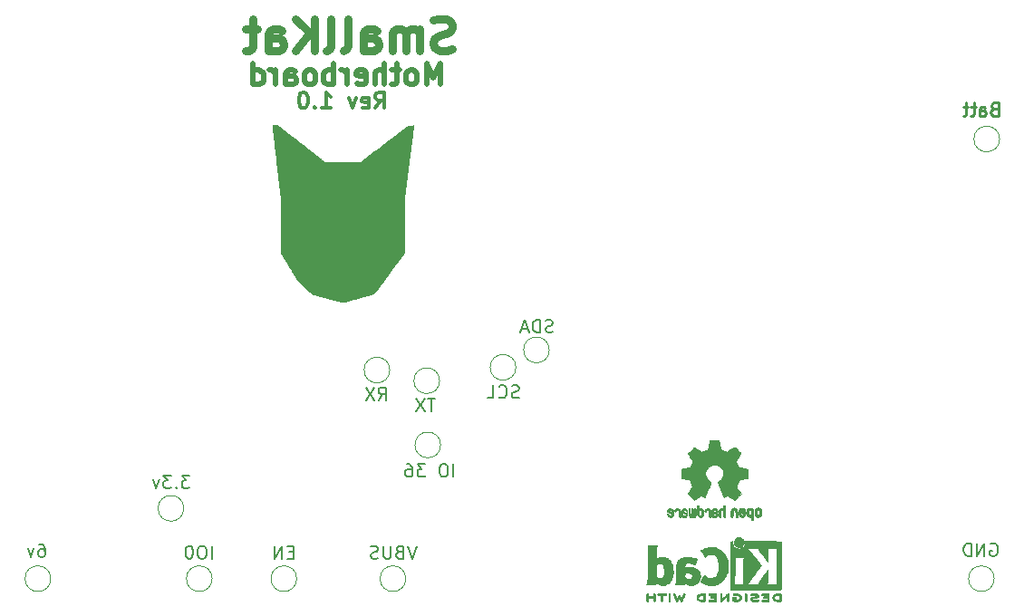
<source format=gbr>
G04 #@! TF.GenerationSoftware,KiCad,Pcbnew,6.0.7-f9a2dced07~116~ubuntu20.04.1*
G04 #@! TF.CreationDate,2022-12-26T13:33:40-05:00*
G04 #@! TF.ProjectId,SmallKat v2,536d616c-6c4b-4617-9420-76322e6b6963,rev?*
G04 #@! TF.SameCoordinates,Original*
G04 #@! TF.FileFunction,Legend,Bot*
G04 #@! TF.FilePolarity,Positive*
%FSLAX46Y46*%
G04 Gerber Fmt 4.6, Leading zero omitted, Abs format (unit mm)*
G04 Created by KiCad (PCBNEW 6.0.7-f9a2dced07~116~ubuntu20.04.1) date 2022-12-26 13:33:40*
%MOMM*%
%LPD*%
G01*
G04 APERTURE LIST*
%ADD10C,0.200000*%
%ADD11C,0.500000*%
%ADD12C,0.250000*%
%ADD13C,0.150000*%
%ADD14C,0.750000*%
%ADD15C,0.375000*%
%ADD16C,0.010000*%
%ADD17C,0.120000*%
G04 APERTURE END LIST*
D10*
X77698571Y-131782857D02*
X77927142Y-131782857D01*
X78041428Y-131840000D01*
X78098571Y-131897142D01*
X78212857Y-132068571D01*
X78270000Y-132297142D01*
X78270000Y-132754285D01*
X78212857Y-132868571D01*
X78155714Y-132925714D01*
X78041428Y-132982857D01*
X77812857Y-132982857D01*
X77698571Y-132925714D01*
X77641428Y-132868571D01*
X77584285Y-132754285D01*
X77584285Y-132468571D01*
X77641428Y-132354285D01*
X77698571Y-132297142D01*
X77812857Y-132240000D01*
X78041428Y-132240000D01*
X78155714Y-132297142D01*
X78212857Y-132354285D01*
X78270000Y-132468571D01*
X77184285Y-132182857D02*
X76898571Y-132982857D01*
X76612857Y-132182857D01*
X166584285Y-131734000D02*
X166698571Y-131676857D01*
X166870000Y-131676857D01*
X167041428Y-131734000D01*
X167155714Y-131848285D01*
X167212857Y-131962571D01*
X167270000Y-132191142D01*
X167270000Y-132362571D01*
X167212857Y-132591142D01*
X167155714Y-132705428D01*
X167041428Y-132819714D01*
X166870000Y-132876857D01*
X166755714Y-132876857D01*
X166584285Y-132819714D01*
X166527142Y-132762571D01*
X166527142Y-132362571D01*
X166755714Y-132362571D01*
X166012857Y-132876857D02*
X166012857Y-131676857D01*
X165327142Y-132876857D01*
X165327142Y-131676857D01*
X164755714Y-132876857D02*
X164755714Y-131676857D01*
X164470000Y-131676857D01*
X164298571Y-131734000D01*
X164184285Y-131848285D01*
X164127142Y-131962571D01*
X164070000Y-132191142D01*
X164070000Y-132362571D01*
X164127142Y-132591142D01*
X164184285Y-132705428D01*
X164298571Y-132819714D01*
X164470000Y-132876857D01*
X164755714Y-132876857D01*
X109400000Y-118317857D02*
X109800000Y-117746428D01*
X110085714Y-118317857D02*
X110085714Y-117117857D01*
X109628571Y-117117857D01*
X109514285Y-117175000D01*
X109457142Y-117232142D01*
X109400000Y-117346428D01*
X109400000Y-117517857D01*
X109457142Y-117632142D01*
X109514285Y-117689285D01*
X109628571Y-117746428D01*
X110085714Y-117746428D01*
X109000000Y-117117857D02*
X108200000Y-118317857D01*
X108200000Y-117117857D02*
X109000000Y-118317857D01*
X114689285Y-118167857D02*
X114003571Y-118167857D01*
X114346428Y-119367857D02*
X114346428Y-118167857D01*
X113717857Y-118167857D02*
X112917857Y-119367857D01*
X112917857Y-118167857D02*
X113717857Y-119367857D01*
X122528571Y-118060714D02*
X122357142Y-118117857D01*
X122071428Y-118117857D01*
X121957142Y-118060714D01*
X121900000Y-118003571D01*
X121842857Y-117889285D01*
X121842857Y-117775000D01*
X121900000Y-117660714D01*
X121957142Y-117603571D01*
X122071428Y-117546428D01*
X122300000Y-117489285D01*
X122414285Y-117432142D01*
X122471428Y-117375000D01*
X122528571Y-117260714D01*
X122528571Y-117146428D01*
X122471428Y-117032142D01*
X122414285Y-116975000D01*
X122300000Y-116917857D01*
X122014285Y-116917857D01*
X121842857Y-116975000D01*
X120642857Y-118003571D02*
X120700000Y-118060714D01*
X120871428Y-118117857D01*
X120985714Y-118117857D01*
X121157142Y-118060714D01*
X121271428Y-117946428D01*
X121328571Y-117832142D01*
X121385714Y-117603571D01*
X121385714Y-117432142D01*
X121328571Y-117203571D01*
X121271428Y-117089285D01*
X121157142Y-116975000D01*
X120985714Y-116917857D01*
X120871428Y-116917857D01*
X120700000Y-116975000D01*
X120642857Y-117032142D01*
X119557142Y-118117857D02*
X120128571Y-118117857D01*
X120128571Y-116917857D01*
X125682142Y-111935714D02*
X125510714Y-111992857D01*
X125225000Y-111992857D01*
X125110714Y-111935714D01*
X125053571Y-111878571D01*
X124996428Y-111764285D01*
X124996428Y-111650000D01*
X125053571Y-111535714D01*
X125110714Y-111478571D01*
X125225000Y-111421428D01*
X125453571Y-111364285D01*
X125567857Y-111307142D01*
X125625000Y-111250000D01*
X125682142Y-111135714D01*
X125682142Y-111021428D01*
X125625000Y-110907142D01*
X125567857Y-110850000D01*
X125453571Y-110792857D01*
X125167857Y-110792857D01*
X124996428Y-110850000D01*
X124482142Y-111992857D02*
X124482142Y-110792857D01*
X124196428Y-110792857D01*
X124025000Y-110850000D01*
X123910714Y-110964285D01*
X123853571Y-111078571D01*
X123796428Y-111307142D01*
X123796428Y-111478571D01*
X123853571Y-111707142D01*
X123910714Y-111821428D01*
X124025000Y-111935714D01*
X124196428Y-111992857D01*
X124482142Y-111992857D01*
X123339285Y-111650000D02*
X122767857Y-111650000D01*
X123453571Y-111992857D02*
X123053571Y-110792857D01*
X122653571Y-111992857D01*
X116403571Y-125492857D02*
X116403571Y-124292857D01*
X115603571Y-124292857D02*
X115375000Y-124292857D01*
X115260714Y-124350000D01*
X115146428Y-124464285D01*
X115089285Y-124692857D01*
X115089285Y-125092857D01*
X115146428Y-125321428D01*
X115260714Y-125435714D01*
X115375000Y-125492857D01*
X115603571Y-125492857D01*
X115717857Y-125435714D01*
X115832142Y-125321428D01*
X115889285Y-125092857D01*
X115889285Y-124692857D01*
X115832142Y-124464285D01*
X115717857Y-124350000D01*
X115603571Y-124292857D01*
X113775000Y-124292857D02*
X113032142Y-124292857D01*
X113432142Y-124750000D01*
X113260714Y-124750000D01*
X113146428Y-124807142D01*
X113089285Y-124864285D01*
X113032142Y-124978571D01*
X113032142Y-125264285D01*
X113089285Y-125378571D01*
X113146428Y-125435714D01*
X113260714Y-125492857D01*
X113603571Y-125492857D01*
X113717857Y-125435714D01*
X113775000Y-125378571D01*
X112003571Y-124292857D02*
X112232142Y-124292857D01*
X112346428Y-124350000D01*
X112403571Y-124407142D01*
X112517857Y-124578571D01*
X112575000Y-124807142D01*
X112575000Y-125264285D01*
X112517857Y-125378571D01*
X112460714Y-125435714D01*
X112346428Y-125492857D01*
X112117857Y-125492857D01*
X112003571Y-125435714D01*
X111946428Y-125378571D01*
X111889285Y-125264285D01*
X111889285Y-124978571D01*
X111946428Y-124864285D01*
X112003571Y-124807142D01*
X112117857Y-124750000D01*
X112346428Y-124750000D01*
X112460714Y-124807142D01*
X112517857Y-124864285D01*
X112575000Y-124978571D01*
D11*
X115208817Y-88804761D02*
X115208817Y-86804761D01*
X114542151Y-88233333D01*
X113875484Y-86804761D01*
X113875484Y-88804761D01*
X112637389Y-88804761D02*
X112827865Y-88709523D01*
X112923103Y-88614285D01*
X113018341Y-88423809D01*
X113018341Y-87852380D01*
X112923103Y-87661904D01*
X112827865Y-87566666D01*
X112637389Y-87471428D01*
X112351674Y-87471428D01*
X112161198Y-87566666D01*
X112065960Y-87661904D01*
X111970722Y-87852380D01*
X111970722Y-88423809D01*
X112065960Y-88614285D01*
X112161198Y-88709523D01*
X112351674Y-88804761D01*
X112637389Y-88804761D01*
X111399293Y-87471428D02*
X110637389Y-87471428D01*
X111113579Y-86804761D02*
X111113579Y-88519047D01*
X111018341Y-88709523D01*
X110827865Y-88804761D01*
X110637389Y-88804761D01*
X109970722Y-88804761D02*
X109970722Y-86804761D01*
X109113579Y-88804761D02*
X109113579Y-87757142D01*
X109208817Y-87566666D01*
X109399293Y-87471428D01*
X109685008Y-87471428D01*
X109875484Y-87566666D01*
X109970722Y-87661904D01*
X107399293Y-88709523D02*
X107589770Y-88804761D01*
X107970722Y-88804761D01*
X108161198Y-88709523D01*
X108256436Y-88519047D01*
X108256436Y-87757142D01*
X108161198Y-87566666D01*
X107970722Y-87471428D01*
X107589770Y-87471428D01*
X107399293Y-87566666D01*
X107304055Y-87757142D01*
X107304055Y-87947619D01*
X108256436Y-88138095D01*
X106446913Y-88804761D02*
X106446913Y-87471428D01*
X106446913Y-87852380D02*
X106351674Y-87661904D01*
X106256436Y-87566666D01*
X106065960Y-87471428D01*
X105875484Y-87471428D01*
X105208817Y-88804761D02*
X105208817Y-86804761D01*
X105208817Y-87566666D02*
X105018341Y-87471428D01*
X104637389Y-87471428D01*
X104446913Y-87566666D01*
X104351674Y-87661904D01*
X104256436Y-87852380D01*
X104256436Y-88423809D01*
X104351674Y-88614285D01*
X104446913Y-88709523D01*
X104637389Y-88804761D01*
X105018341Y-88804761D01*
X105208817Y-88709523D01*
X103113579Y-88804761D02*
X103304055Y-88709523D01*
X103399293Y-88614285D01*
X103494532Y-88423809D01*
X103494532Y-87852380D01*
X103399293Y-87661904D01*
X103304055Y-87566666D01*
X103113579Y-87471428D01*
X102827865Y-87471428D01*
X102637389Y-87566666D01*
X102542151Y-87661904D01*
X102446913Y-87852380D01*
X102446913Y-88423809D01*
X102542151Y-88614285D01*
X102637389Y-88709523D01*
X102827865Y-88804761D01*
X103113579Y-88804761D01*
X100732627Y-88804761D02*
X100732627Y-87757142D01*
X100827865Y-87566666D01*
X101018341Y-87471428D01*
X101399293Y-87471428D01*
X101589770Y-87566666D01*
X100732627Y-88709523D02*
X100923103Y-88804761D01*
X101399293Y-88804761D01*
X101589770Y-88709523D01*
X101685008Y-88519047D01*
X101685008Y-88328571D01*
X101589770Y-88138095D01*
X101399293Y-88042857D01*
X100923103Y-88042857D01*
X100732627Y-87947619D01*
X99780246Y-88804761D02*
X99780246Y-87471428D01*
X99780246Y-87852380D02*
X99685008Y-87661904D01*
X99589770Y-87566666D01*
X99399293Y-87471428D01*
X99208817Y-87471428D01*
X97685008Y-88804761D02*
X97685008Y-86804761D01*
X97685008Y-88709523D02*
X97875484Y-88804761D01*
X98256436Y-88804761D01*
X98446913Y-88709523D01*
X98542151Y-88614285D01*
X98637389Y-88423809D01*
X98637389Y-87852380D01*
X98542151Y-87661904D01*
X98446913Y-87566666D01*
X98256436Y-87471428D01*
X97875484Y-87471428D01*
X97685008Y-87566666D01*
D12*
X166892857Y-91094285D02*
X166721428Y-91151428D01*
X166664285Y-91208571D01*
X166607142Y-91322857D01*
X166607142Y-91494285D01*
X166664285Y-91608571D01*
X166721428Y-91665714D01*
X166835714Y-91722857D01*
X167292857Y-91722857D01*
X167292857Y-90522857D01*
X166892857Y-90522857D01*
X166778571Y-90580000D01*
X166721428Y-90637142D01*
X166664285Y-90751428D01*
X166664285Y-90865714D01*
X166721428Y-90980000D01*
X166778571Y-91037142D01*
X166892857Y-91094285D01*
X167292857Y-91094285D01*
X165578571Y-91722857D02*
X165578571Y-91094285D01*
X165635714Y-90980000D01*
X165750000Y-90922857D01*
X165978571Y-90922857D01*
X166092857Y-90980000D01*
X165578571Y-91665714D02*
X165692857Y-91722857D01*
X165978571Y-91722857D01*
X166092857Y-91665714D01*
X166150000Y-91551428D01*
X166150000Y-91437142D01*
X166092857Y-91322857D01*
X165978571Y-91265714D01*
X165692857Y-91265714D01*
X165578571Y-91208571D01*
X165178571Y-90922857D02*
X164721428Y-90922857D01*
X165007142Y-90522857D02*
X165007142Y-91551428D01*
X164950000Y-91665714D01*
X164835714Y-91722857D01*
X164721428Y-91722857D01*
X164492857Y-90922857D02*
X164035714Y-90922857D01*
X164321428Y-90522857D02*
X164321428Y-91551428D01*
X164264285Y-91665714D01*
X164150000Y-91722857D01*
X164035714Y-91722857D01*
D13*
X93825000Y-133130857D02*
X93825000Y-131930857D01*
X93025000Y-131930857D02*
X92796428Y-131930857D01*
X92682142Y-131988000D01*
X92567857Y-132102285D01*
X92510714Y-132330857D01*
X92510714Y-132730857D01*
X92567857Y-132959428D01*
X92682142Y-133073714D01*
X92796428Y-133130857D01*
X93025000Y-133130857D01*
X93139285Y-133073714D01*
X93253571Y-132959428D01*
X93310714Y-132730857D01*
X93310714Y-132330857D01*
X93253571Y-132102285D01*
X93139285Y-131988000D01*
X93025000Y-131930857D01*
X91767857Y-131930857D02*
X91653571Y-131930857D01*
X91539285Y-131988000D01*
X91482142Y-132045142D01*
X91425000Y-132159428D01*
X91367857Y-132388000D01*
X91367857Y-132673714D01*
X91425000Y-132902285D01*
X91482142Y-133016571D01*
X91539285Y-133073714D01*
X91653571Y-133130857D01*
X91767857Y-133130857D01*
X91882142Y-133073714D01*
X91939285Y-133016571D01*
X91996428Y-132902285D01*
X92053571Y-132673714D01*
X92053571Y-132388000D01*
X91996428Y-132159428D01*
X91939285Y-132045142D01*
X91882142Y-131988000D01*
X91767857Y-131930857D01*
D10*
X101469714Y-132502285D02*
X101069714Y-132502285D01*
X100898285Y-133130857D02*
X101469714Y-133130857D01*
X101469714Y-131930857D01*
X100898285Y-131930857D01*
X100384000Y-133130857D02*
X100384000Y-131930857D01*
X99698285Y-133130857D01*
X99698285Y-131930857D01*
D14*
X116239770Y-85514285D02*
X115811198Y-85657142D01*
X115096913Y-85657142D01*
X114811198Y-85514285D01*
X114668341Y-85371428D01*
X114525484Y-85085714D01*
X114525484Y-84800000D01*
X114668341Y-84514285D01*
X114811198Y-84371428D01*
X115096913Y-84228571D01*
X115668341Y-84085714D01*
X115954055Y-83942857D01*
X116096913Y-83800000D01*
X116239770Y-83514285D01*
X116239770Y-83228571D01*
X116096913Y-82942857D01*
X115954055Y-82800000D01*
X115668341Y-82657142D01*
X114954055Y-82657142D01*
X114525484Y-82800000D01*
X113239770Y-85657142D02*
X113239770Y-83657142D01*
X113239770Y-83942857D02*
X113096913Y-83800000D01*
X112811198Y-83657142D01*
X112382627Y-83657142D01*
X112096913Y-83800000D01*
X111954055Y-84085714D01*
X111954055Y-85657142D01*
X111954055Y-84085714D02*
X111811198Y-83800000D01*
X111525484Y-83657142D01*
X111096913Y-83657142D01*
X110811198Y-83800000D01*
X110668341Y-84085714D01*
X110668341Y-85657142D01*
X107954055Y-85657142D02*
X107954055Y-84085714D01*
X108096913Y-83800000D01*
X108382627Y-83657142D01*
X108954055Y-83657142D01*
X109239770Y-83800000D01*
X107954055Y-85514285D02*
X108239770Y-85657142D01*
X108954055Y-85657142D01*
X109239770Y-85514285D01*
X109382627Y-85228571D01*
X109382627Y-84942857D01*
X109239770Y-84657142D01*
X108954055Y-84514285D01*
X108239770Y-84514285D01*
X107954055Y-84371428D01*
X106096913Y-85657142D02*
X106382627Y-85514285D01*
X106525484Y-85228571D01*
X106525484Y-82657142D01*
X104525484Y-85657142D02*
X104811198Y-85514285D01*
X104954055Y-85228571D01*
X104954055Y-82657142D01*
X103382627Y-85657142D02*
X103382627Y-82657142D01*
X101668341Y-85657142D02*
X102954055Y-83942857D01*
X101668341Y-82657142D02*
X103382627Y-84371428D01*
X99096913Y-85657142D02*
X99096913Y-84085714D01*
X99239770Y-83800000D01*
X99525484Y-83657142D01*
X100096913Y-83657142D01*
X100382627Y-83800000D01*
X99096913Y-85514285D02*
X99382627Y-85657142D01*
X100096913Y-85657142D01*
X100382627Y-85514285D01*
X100525484Y-85228571D01*
X100525484Y-84942857D01*
X100382627Y-84657142D01*
X100096913Y-84514285D01*
X99382627Y-84514285D01*
X99096913Y-84371428D01*
X98096913Y-83657142D02*
X96954055Y-83657142D01*
X97668341Y-82657142D02*
X97668341Y-85228571D01*
X97525484Y-85514285D01*
X97239770Y-85657142D01*
X96954055Y-85657142D01*
D10*
X112944000Y-131930857D02*
X112544000Y-133130857D01*
X112144000Y-131930857D01*
X111344000Y-132502285D02*
X111172571Y-132559428D01*
X111115428Y-132616571D01*
X111058285Y-132730857D01*
X111058285Y-132902285D01*
X111115428Y-133016571D01*
X111172571Y-133073714D01*
X111286857Y-133130857D01*
X111744000Y-133130857D01*
X111744000Y-131930857D01*
X111344000Y-131930857D01*
X111229714Y-131988000D01*
X111172571Y-132045142D01*
X111115428Y-132159428D01*
X111115428Y-132273714D01*
X111172571Y-132388000D01*
X111229714Y-132445142D01*
X111344000Y-132502285D01*
X111744000Y-132502285D01*
X110544000Y-131930857D02*
X110544000Y-132902285D01*
X110486857Y-133016571D01*
X110429714Y-133073714D01*
X110315428Y-133130857D01*
X110086857Y-133130857D01*
X109972571Y-133073714D01*
X109915428Y-133016571D01*
X109858285Y-132902285D01*
X109858285Y-131930857D01*
X109344000Y-133073714D02*
X109172571Y-133130857D01*
X108886857Y-133130857D01*
X108772571Y-133073714D01*
X108715428Y-133016571D01*
X108658285Y-132902285D01*
X108658285Y-132788000D01*
X108715428Y-132673714D01*
X108772571Y-132616571D01*
X108886857Y-132559428D01*
X109115428Y-132502285D01*
X109229714Y-132445142D01*
X109286857Y-132388000D01*
X109344000Y-132273714D01*
X109344000Y-132159428D01*
X109286857Y-132045142D01*
X109229714Y-131988000D01*
X109115428Y-131930857D01*
X108829714Y-131930857D01*
X108658285Y-131988000D01*
D15*
X109094055Y-91028571D02*
X109594055Y-90314285D01*
X109951198Y-91028571D02*
X109951198Y-89528571D01*
X109379770Y-89528571D01*
X109236913Y-89600000D01*
X109165484Y-89671428D01*
X109094055Y-89814285D01*
X109094055Y-90028571D01*
X109165484Y-90171428D01*
X109236913Y-90242857D01*
X109379770Y-90314285D01*
X109951198Y-90314285D01*
X107879770Y-90957142D02*
X108022627Y-91028571D01*
X108308341Y-91028571D01*
X108451198Y-90957142D01*
X108522627Y-90814285D01*
X108522627Y-90242857D01*
X108451198Y-90100000D01*
X108308341Y-90028571D01*
X108022627Y-90028571D01*
X107879770Y-90100000D01*
X107808341Y-90242857D01*
X107808341Y-90385714D01*
X108522627Y-90528571D01*
X107308341Y-90028571D02*
X106951198Y-91028571D01*
X106594055Y-90028571D01*
X104094055Y-91028571D02*
X104951198Y-91028571D01*
X104522627Y-91028571D02*
X104522627Y-89528571D01*
X104665484Y-89742857D01*
X104808341Y-89885714D01*
X104951198Y-89957142D01*
X103451198Y-90885714D02*
X103379770Y-90957142D01*
X103451198Y-91028571D01*
X103522627Y-90957142D01*
X103451198Y-90885714D01*
X103451198Y-91028571D01*
X102451198Y-89528571D02*
X102308341Y-89528571D01*
X102165484Y-89600000D01*
X102094055Y-89671428D01*
X102022627Y-89814285D01*
X101951198Y-90100000D01*
X101951198Y-90457142D01*
X102022627Y-90742857D01*
X102094055Y-90885714D01*
X102165484Y-90957142D01*
X102308341Y-91028571D01*
X102451198Y-91028571D01*
X102594055Y-90957142D01*
X102665484Y-90885714D01*
X102736913Y-90742857D01*
X102808341Y-90457142D01*
X102808341Y-90100000D01*
X102736913Y-89814285D01*
X102665484Y-89671428D01*
X102594055Y-89600000D01*
X102451198Y-89528571D01*
D10*
X91764285Y-125342857D02*
X91021428Y-125342857D01*
X91421428Y-125800000D01*
X91250000Y-125800000D01*
X91135714Y-125857142D01*
X91078571Y-125914285D01*
X91021428Y-126028571D01*
X91021428Y-126314285D01*
X91078571Y-126428571D01*
X91135714Y-126485714D01*
X91250000Y-126542857D01*
X91592857Y-126542857D01*
X91707142Y-126485714D01*
X91764285Y-126428571D01*
X90507142Y-126428571D02*
X90450000Y-126485714D01*
X90507142Y-126542857D01*
X90564285Y-126485714D01*
X90507142Y-126428571D01*
X90507142Y-126542857D01*
X90050000Y-125342857D02*
X89307142Y-125342857D01*
X89707142Y-125800000D01*
X89535714Y-125800000D01*
X89421428Y-125857142D01*
X89364285Y-125914285D01*
X89307142Y-126028571D01*
X89307142Y-126314285D01*
X89364285Y-126428571D01*
X89421428Y-126485714D01*
X89535714Y-126542857D01*
X89878571Y-126542857D01*
X89992857Y-126485714D01*
X90050000Y-126428571D01*
X88907142Y-125742857D02*
X88621428Y-126542857D01*
X88335714Y-125742857D01*
G36*
X140884458Y-128441228D02*
G01*
X140951622Y-128480389D01*
X140981169Y-128510902D01*
X141037948Y-128602110D01*
X141057077Y-128701548D01*
X141057077Y-128769960D01*
X140994191Y-128743518D01*
X140950700Y-128716837D01*
X140916426Y-128661446D01*
X140912907Y-128650024D01*
X140875028Y-128591838D01*
X140817936Y-128560407D01*
X140752383Y-128559058D01*
X140689117Y-128591116D01*
X140679672Y-128599383D01*
X140648087Y-128635311D01*
X140642871Y-128666635D01*
X140666765Y-128697391D01*
X140722510Y-128731617D01*
X140812846Y-128773350D01*
X140818956Y-128775993D01*
X140919241Y-128822755D01*
X140987735Y-128864181D01*
X141029899Y-128905542D01*
X141051193Y-128952111D01*
X141057077Y-129009160D01*
X141049366Y-129072408D01*
X141010430Y-129153364D01*
X140941932Y-129211522D01*
X140892388Y-129228983D01*
X140822469Y-129238537D01*
X140754575Y-129236496D01*
X140706093Y-129222082D01*
X140700943Y-129218493D01*
X140687267Y-129193416D01*
X140696757Y-129149218D01*
X140713246Y-129114527D01*
X140739687Y-129100084D01*
X140789834Y-129100803D01*
X140859453Y-129096660D01*
X140904943Y-129068054D01*
X140920308Y-129015104D01*
X140920294Y-129013582D01*
X140910983Y-128982845D01*
X140879311Y-128954643D01*
X140817731Y-128922136D01*
X140733986Y-128882998D01*
X140678518Y-128861706D01*
X140646497Y-128863079D01*
X140631534Y-128891203D01*
X140627242Y-128950170D01*
X140627231Y-129044068D01*
X140626752Y-129102031D01*
X140624556Y-129173612D01*
X140620986Y-129222606D01*
X140616491Y-129240769D01*
X140615290Y-129240646D01*
X140589319Y-129230802D01*
X140546305Y-129210028D01*
X140486859Y-129179287D01*
X140493923Y-128902298D01*
X140494414Y-128883928D01*
X140500025Y-128754992D01*
X140509938Y-128657814D01*
X140526175Y-128585925D01*
X140550759Y-128532852D01*
X140585715Y-128492127D01*
X140633064Y-128457279D01*
X140633940Y-128456733D01*
X140710499Y-128428303D01*
X140799044Y-128423500D01*
X140884458Y-128441228D01*
G37*
D16*
X140884458Y-128441228D02*
X140951622Y-128480389D01*
X140981169Y-128510902D01*
X141037948Y-128602110D01*
X141057077Y-128701548D01*
X141057077Y-128769960D01*
X140994191Y-128743518D01*
X140950700Y-128716837D01*
X140916426Y-128661446D01*
X140912907Y-128650024D01*
X140875028Y-128591838D01*
X140817936Y-128560407D01*
X140752383Y-128559058D01*
X140689117Y-128591116D01*
X140679672Y-128599383D01*
X140648087Y-128635311D01*
X140642871Y-128666635D01*
X140666765Y-128697391D01*
X140722510Y-128731617D01*
X140812846Y-128773350D01*
X140818956Y-128775993D01*
X140919241Y-128822755D01*
X140987735Y-128864181D01*
X141029899Y-128905542D01*
X141051193Y-128952111D01*
X141057077Y-129009160D01*
X141049366Y-129072408D01*
X141010430Y-129153364D01*
X140941932Y-129211522D01*
X140892388Y-129228983D01*
X140822469Y-129238537D01*
X140754575Y-129236496D01*
X140706093Y-129222082D01*
X140700943Y-129218493D01*
X140687267Y-129193416D01*
X140696757Y-129149218D01*
X140713246Y-129114527D01*
X140739687Y-129100084D01*
X140789834Y-129100803D01*
X140859453Y-129096660D01*
X140904943Y-129068054D01*
X140920308Y-129015104D01*
X140920294Y-129013582D01*
X140910983Y-128982845D01*
X140879311Y-128954643D01*
X140817731Y-128922136D01*
X140733986Y-128882998D01*
X140678518Y-128861706D01*
X140646497Y-128863079D01*
X140631534Y-128891203D01*
X140627242Y-128950170D01*
X140627231Y-129044068D01*
X140626752Y-129102031D01*
X140624556Y-129173612D01*
X140620986Y-129222606D01*
X140616491Y-129240769D01*
X140615290Y-129240646D01*
X140589319Y-129230802D01*
X140546305Y-129210028D01*
X140486859Y-129179287D01*
X140493923Y-128902298D01*
X140494414Y-128883928D01*
X140500025Y-128754992D01*
X140509938Y-128657814D01*
X140526175Y-128585925D01*
X140550759Y-128532852D01*
X140585715Y-128492127D01*
X140633064Y-128457279D01*
X140633940Y-128456733D01*
X140710499Y-128428303D01*
X140799044Y-128423500D01*
X140884458Y-128441228D01*
G36*
X145160135Y-128832105D02*
G01*
X145159076Y-128926584D01*
X145155436Y-128992414D01*
X145147892Y-129038394D01*
X145135122Y-129073321D01*
X145115803Y-129105995D01*
X145111050Y-129112775D01*
X145060759Y-129166231D01*
X145003457Y-129206547D01*
X144974032Y-129219629D01*
X144868299Y-129241450D01*
X144763734Y-129227336D01*
X144667368Y-129179105D01*
X144586235Y-129098579D01*
X144579385Y-129087791D01*
X144557097Y-129025153D01*
X144542079Y-128937935D01*
X144534792Y-128837210D01*
X144535611Y-128744037D01*
X144732796Y-128744037D01*
X144734349Y-128873114D01*
X144734974Y-128881420D01*
X144744077Y-128952643D01*
X144760288Y-128997809D01*
X144787660Y-129028752D01*
X144833553Y-129057737D01*
X144878942Y-129059261D01*
X144925692Y-129025846D01*
X144933824Y-129017053D01*
X144949754Y-128990741D01*
X144959159Y-128952520D01*
X144963632Y-128893349D01*
X144964769Y-128804182D01*
X144962822Y-128720664D01*
X144953105Y-128641095D01*
X144933047Y-128590808D01*
X144900240Y-128564513D01*
X144852280Y-128556923D01*
X144834016Y-128558432D01*
X144782848Y-128586107D01*
X144749035Y-128648172D01*
X144732796Y-128744037D01*
X144535611Y-128744037D01*
X144535699Y-128734052D01*
X144545262Y-128639533D01*
X144563943Y-128564727D01*
X144587951Y-128514905D01*
X144655536Y-128437409D01*
X144747114Y-128389256D01*
X144859213Y-128372703D01*
X144889151Y-128373599D01*
X144977315Y-128391929D01*
X145049733Y-128438104D01*
X145116192Y-128517648D01*
X145120147Y-128523548D01*
X145138040Y-128555288D01*
X145149678Y-128591163D01*
X145156371Y-128639906D01*
X145159426Y-128710249D01*
X145160106Y-128804182D01*
X145160154Y-128810923D01*
X145160135Y-128832105D01*
G37*
X145160135Y-128832105D02*
X145159076Y-128926584D01*
X145155436Y-128992414D01*
X145147892Y-129038394D01*
X145135122Y-129073321D01*
X145115803Y-129105995D01*
X145111050Y-129112775D01*
X145060759Y-129166231D01*
X145003457Y-129206547D01*
X144974032Y-129219629D01*
X144868299Y-129241450D01*
X144763734Y-129227336D01*
X144667368Y-129179105D01*
X144586235Y-129098579D01*
X144579385Y-129087791D01*
X144557097Y-129025153D01*
X144542079Y-128937935D01*
X144534792Y-128837210D01*
X144535611Y-128744037D01*
X144732796Y-128744037D01*
X144734349Y-128873114D01*
X144734974Y-128881420D01*
X144744077Y-128952643D01*
X144760288Y-128997809D01*
X144787660Y-129028752D01*
X144833553Y-129057737D01*
X144878942Y-129059261D01*
X144925692Y-129025846D01*
X144933824Y-129017053D01*
X144949754Y-128990741D01*
X144959159Y-128952520D01*
X144963632Y-128893349D01*
X144964769Y-128804182D01*
X144962822Y-128720664D01*
X144953105Y-128641095D01*
X144933047Y-128590808D01*
X144900240Y-128564513D01*
X144852280Y-128556923D01*
X144834016Y-128558432D01*
X144782848Y-128586107D01*
X144749035Y-128648172D01*
X144732796Y-128744037D01*
X144535611Y-128744037D01*
X144535699Y-128734052D01*
X144545262Y-128639533D01*
X144563943Y-128564727D01*
X144587951Y-128514905D01*
X144655536Y-128437409D01*
X144747114Y-128389256D01*
X144859213Y-128372703D01*
X144889151Y-128373599D01*
X144977315Y-128391929D01*
X145049733Y-128438104D01*
X145116192Y-128517648D01*
X145120147Y-128523548D01*
X145138040Y-128555288D01*
X145149678Y-128591163D01*
X145156371Y-128639906D01*
X145159426Y-128710249D01*
X145160106Y-128804182D01*
X145160154Y-128810923D01*
X145160135Y-128832105D01*
G36*
X137375501Y-128428476D02*
G01*
X137456167Y-128458440D01*
X137489714Y-128480954D01*
X137523687Y-128513212D01*
X137547919Y-128554246D01*
X137564001Y-128610108D01*
X137573521Y-128686851D01*
X137578068Y-128790525D01*
X137579231Y-128927184D01*
X137579003Y-128997805D01*
X137577860Y-129094308D01*
X137575919Y-129171323D01*
X137573365Y-129222319D01*
X137570381Y-129240769D01*
X137550962Y-129234667D01*
X137511766Y-129218095D01*
X137510589Y-129217558D01*
X137490235Y-129206903D01*
X137476546Y-129192282D01*
X137468199Y-129166673D01*
X137463874Y-129123054D01*
X137462248Y-129054403D01*
X137462000Y-128953698D01*
X137461500Y-128889813D01*
X137456164Y-128769751D01*
X137443945Y-128681809D01*
X137423552Y-128621375D01*
X137393695Y-128583836D01*
X137353082Y-128564581D01*
X137347448Y-128563239D01*
X137271378Y-128562191D01*
X137212052Y-128596271D01*
X137171077Y-128664598D01*
X137163770Y-128684351D01*
X137147114Y-128728066D01*
X137138679Y-128748155D01*
X137121356Y-128745387D01*
X137083525Y-128730365D01*
X137048240Y-128705556D01*
X137032154Y-128658670D01*
X137036952Y-128625087D01*
X137066431Y-128556967D01*
X137114098Y-128493134D01*
X137169839Y-128448988D01*
X137193193Y-128438782D01*
X137281619Y-128421718D01*
X137375501Y-128428476D01*
G37*
X137375501Y-128428476D02*
X137456167Y-128458440D01*
X137489714Y-128480954D01*
X137523687Y-128513212D01*
X137547919Y-128554246D01*
X137564001Y-128610108D01*
X137573521Y-128686851D01*
X137578068Y-128790525D01*
X137579231Y-128927184D01*
X137579003Y-128997805D01*
X137577860Y-129094308D01*
X137575919Y-129171323D01*
X137573365Y-129222319D01*
X137570381Y-129240769D01*
X137550962Y-129234667D01*
X137511766Y-129218095D01*
X137510589Y-129217558D01*
X137490235Y-129206903D01*
X137476546Y-129192282D01*
X137468199Y-129166673D01*
X137463874Y-129123054D01*
X137462248Y-129054403D01*
X137462000Y-128953698D01*
X137461500Y-128889813D01*
X137456164Y-128769751D01*
X137443945Y-128681809D01*
X137423552Y-128621375D01*
X137393695Y-128583836D01*
X137353082Y-128564581D01*
X137347448Y-128563239D01*
X137271378Y-128562191D01*
X137212052Y-128596271D01*
X137171077Y-128664598D01*
X137163770Y-128684351D01*
X137147114Y-128728066D01*
X137138679Y-128748155D01*
X137121356Y-128745387D01*
X137083525Y-128730365D01*
X137048240Y-128705556D01*
X137032154Y-128658670D01*
X137036952Y-128625087D01*
X137066431Y-128556967D01*
X137114098Y-128493134D01*
X137169839Y-128448988D01*
X137193193Y-128438782D01*
X137281619Y-128421718D01*
X137375501Y-128428476D01*
G36*
X141740923Y-128183806D02*
G01*
X141740923Y-128718455D01*
X141740660Y-128857094D01*
X141739958Y-128981805D01*
X141738883Y-129087557D01*
X141737500Y-129169322D01*
X141735874Y-129222069D01*
X141734070Y-129240769D01*
X141733364Y-129240706D01*
X141709387Y-129233912D01*
X141665685Y-129219320D01*
X141604154Y-129197870D01*
X141604154Y-128922617D01*
X141603763Y-128814466D01*
X141601946Y-128736026D01*
X141597767Y-128682647D01*
X141590286Y-128647256D01*
X141578567Y-128622779D01*
X141561671Y-128602144D01*
X141550152Y-128591170D01*
X141487864Y-128560775D01*
X141419211Y-128563466D01*
X141356298Y-128599406D01*
X141347139Y-128608325D01*
X141332471Y-128626844D01*
X141322433Y-128651326D01*
X141316151Y-128688393D01*
X141312748Y-128744667D01*
X141311349Y-128826771D01*
X141311077Y-128941329D01*
X141310947Y-128999430D01*
X141310099Y-129094993D01*
X141308594Y-129171526D01*
X141306585Y-129222345D01*
X141304223Y-129240769D01*
X141303518Y-129240706D01*
X141279541Y-129233912D01*
X141235839Y-129219320D01*
X141174308Y-129197870D01*
X141174338Y-128921358D01*
X141174384Y-128896742D01*
X141176970Y-128768419D01*
X141184913Y-128671384D01*
X141200155Y-128599057D01*
X141224636Y-128544855D01*
X141260298Y-128502198D01*
X141309082Y-128464505D01*
X141356661Y-128440910D01*
X141432732Y-128422672D01*
X141507556Y-128421636D01*
X141565077Y-128439378D01*
X141569402Y-128441829D01*
X141582738Y-128441566D01*
X141591851Y-128421039D01*
X141598428Y-128373980D01*
X141604154Y-128294120D01*
X141613923Y-128130236D01*
X141740923Y-128183806D01*
G37*
X141740923Y-128183806D02*
X141740923Y-128718455D01*
X141740660Y-128857094D01*
X141739958Y-128981805D01*
X141738883Y-129087557D01*
X141737500Y-129169322D01*
X141735874Y-129222069D01*
X141734070Y-129240769D01*
X141733364Y-129240706D01*
X141709387Y-129233912D01*
X141665685Y-129219320D01*
X141604154Y-129197870D01*
X141604154Y-128922617D01*
X141603763Y-128814466D01*
X141601946Y-128736026D01*
X141597767Y-128682647D01*
X141590286Y-128647256D01*
X141578567Y-128622779D01*
X141561671Y-128602144D01*
X141550152Y-128591170D01*
X141487864Y-128560775D01*
X141419211Y-128563466D01*
X141356298Y-128599406D01*
X141347139Y-128608325D01*
X141332471Y-128626844D01*
X141322433Y-128651326D01*
X141316151Y-128688393D01*
X141312748Y-128744667D01*
X141311349Y-128826771D01*
X141311077Y-128941329D01*
X141310947Y-128999430D01*
X141310099Y-129094993D01*
X141308594Y-129171526D01*
X141306585Y-129222345D01*
X141304223Y-129240769D01*
X141303518Y-129240706D01*
X141279541Y-129233912D01*
X141235839Y-129219320D01*
X141174308Y-129197870D01*
X141174338Y-128921358D01*
X141174384Y-128896742D01*
X141176970Y-128768419D01*
X141184913Y-128671384D01*
X141200155Y-128599057D01*
X141224636Y-128544855D01*
X141260298Y-128502198D01*
X141309082Y-128464505D01*
X141356661Y-128440910D01*
X141432732Y-128422672D01*
X141507556Y-128421636D01*
X141565077Y-128439378D01*
X141569402Y-128441829D01*
X141582738Y-128441566D01*
X141591851Y-128421039D01*
X141598428Y-128373980D01*
X141604154Y-128294120D01*
X141613923Y-128130236D01*
X141740923Y-128183806D01*
G36*
X139726839Y-128906652D02*
G01*
X139715810Y-129010507D01*
X139691814Y-129088333D01*
X139652043Y-129147760D01*
X139593688Y-129196418D01*
X139538100Y-129224546D01*
X139444751Y-129240199D01*
X139351530Y-129223084D01*
X139267272Y-129175388D01*
X139200818Y-129099294D01*
X139192793Y-129085262D01*
X139182196Y-129060679D01*
X139174335Y-129029309D01*
X139168807Y-128985769D01*
X139165206Y-128924678D01*
X139163128Y-128840655D01*
X139163064Y-128833200D01*
X139298615Y-128833200D01*
X139299077Y-128904316D01*
X139301999Y-128968641D01*
X139309221Y-129010166D01*
X139322561Y-129038067D01*
X139343836Y-129061517D01*
X139348821Y-129066025D01*
X139412863Y-129099295D01*
X139480625Y-129095890D01*
X139543734Y-129056042D01*
X139562526Y-129035398D01*
X139578254Y-129008029D01*
X139587039Y-128970192D01*
X139590859Y-128912355D01*
X139591692Y-128824986D01*
X139591281Y-128758319D01*
X139588434Y-128693245D01*
X139581256Y-128651251D01*
X139567889Y-128623063D01*
X139546472Y-128599406D01*
X139533890Y-128588753D01*
X139468699Y-128560057D01*
X139400400Y-128564575D01*
X139341098Y-128602144D01*
X139328333Y-128617040D01*
X139312764Y-128645089D01*
X139303762Y-128684258D01*
X139299617Y-128743858D01*
X139298615Y-128833200D01*
X139163064Y-128833200D01*
X139162167Y-128728320D01*
X139161919Y-128582289D01*
X139161846Y-128128963D01*
X139225346Y-128155564D01*
X139242136Y-128162845D01*
X139268859Y-128179287D01*
X139284156Y-128204187D01*
X139292563Y-128247732D01*
X139298615Y-128320106D01*
X139304144Y-128385089D01*
X139311450Y-128427750D01*
X139321918Y-128443670D01*
X139337692Y-128439400D01*
X139377890Y-128424397D01*
X139449728Y-128420678D01*
X139527010Y-128434572D01*
X139593688Y-128464505D01*
X139630371Y-128492211D01*
X139677472Y-128546269D01*
X139707638Y-128615577D01*
X139723678Y-128707765D01*
X139728191Y-128824986D01*
X139728401Y-128830462D01*
X139726839Y-128906652D01*
G37*
X139726839Y-128906652D02*
X139715810Y-129010507D01*
X139691814Y-129088333D01*
X139652043Y-129147760D01*
X139593688Y-129196418D01*
X139538100Y-129224546D01*
X139444751Y-129240199D01*
X139351530Y-129223084D01*
X139267272Y-129175388D01*
X139200818Y-129099294D01*
X139192793Y-129085262D01*
X139182196Y-129060679D01*
X139174335Y-129029309D01*
X139168807Y-128985769D01*
X139165206Y-128924678D01*
X139163128Y-128840655D01*
X139163064Y-128833200D01*
X139298615Y-128833200D01*
X139299077Y-128904316D01*
X139301999Y-128968641D01*
X139309221Y-129010166D01*
X139322561Y-129038067D01*
X139343836Y-129061517D01*
X139348821Y-129066025D01*
X139412863Y-129099295D01*
X139480625Y-129095890D01*
X139543734Y-129056042D01*
X139562526Y-129035398D01*
X139578254Y-129008029D01*
X139587039Y-128970192D01*
X139590859Y-128912355D01*
X139591692Y-128824986D01*
X139591281Y-128758319D01*
X139588434Y-128693245D01*
X139581256Y-128651251D01*
X139567889Y-128623063D01*
X139546472Y-128599406D01*
X139533890Y-128588753D01*
X139468699Y-128560057D01*
X139400400Y-128564575D01*
X139341098Y-128602144D01*
X139328333Y-128617040D01*
X139312764Y-128645089D01*
X139303762Y-128684258D01*
X139299617Y-128743858D01*
X139298615Y-128833200D01*
X139163064Y-128833200D01*
X139162167Y-128728320D01*
X139161919Y-128582289D01*
X139161846Y-128128963D01*
X139225346Y-128155564D01*
X139242136Y-128162845D01*
X139268859Y-128179287D01*
X139284156Y-128204187D01*
X139292563Y-128247732D01*
X139298615Y-128320106D01*
X139304144Y-128385089D01*
X139311450Y-128427750D01*
X139321918Y-128443670D01*
X139337692Y-128439400D01*
X139377890Y-128424397D01*
X139449728Y-128420678D01*
X139527010Y-128434572D01*
X139593688Y-128464505D01*
X139630371Y-128492211D01*
X139677472Y-128546269D01*
X139707638Y-128615577D01*
X139723678Y-128707765D01*
X139728191Y-128824986D01*
X139728401Y-128830462D01*
X139726839Y-128906652D01*
G36*
X138951998Y-128426034D02*
G01*
X138994850Y-128442829D01*
X139044615Y-128465503D01*
X139044615Y-129120533D01*
X138982785Y-129182363D01*
X138968662Y-129196228D01*
X138929536Y-129227046D01*
X138890078Y-129237028D01*
X138831362Y-129232433D01*
X138807456Y-129229462D01*
X138745801Y-129223176D01*
X138702692Y-129220672D01*
X138689905Y-129221055D01*
X138637446Y-129225200D01*
X138574022Y-129232433D01*
X138553730Y-129234918D01*
X138502610Y-129235895D01*
X138465207Y-129220462D01*
X138422599Y-129182363D01*
X138360769Y-129120533D01*
X138360769Y-128770343D01*
X138361251Y-128666857D01*
X138362753Y-128568192D01*
X138365089Y-128490068D01*
X138368071Y-128438662D01*
X138371509Y-128420154D01*
X138372230Y-128420204D01*
X138397203Y-128429413D01*
X138439399Y-128449707D01*
X138496549Y-128479261D01*
X138501928Y-128786746D01*
X138507308Y-129094231D01*
X138624539Y-129094231D01*
X138629885Y-128757192D01*
X138631579Y-128665574D01*
X138634005Y-128567649D01*
X138636634Y-128489906D01*
X138639246Y-128438642D01*
X138641623Y-128420154D01*
X138642306Y-128420219D01*
X138665996Y-128427020D01*
X138709546Y-128441604D01*
X138771077Y-128463054D01*
X138771376Y-128759104D01*
X138771676Y-128810532D01*
X138773754Y-128910466D01*
X138777470Y-128993925D01*
X138782430Y-129053377D01*
X138788240Y-129081287D01*
X138809024Y-129096214D01*
X138851440Y-129100825D01*
X138898077Y-129094231D01*
X138903423Y-128757192D01*
X138905336Y-128671546D01*
X138909303Y-128570172D01*
X138914491Y-128490655D01*
X138920499Y-128438736D01*
X138926927Y-128420154D01*
X138951998Y-128426034D01*
G37*
X138951998Y-128426034D02*
X138994850Y-128442829D01*
X139044615Y-128465503D01*
X139044615Y-129120533D01*
X138982785Y-129182363D01*
X138968662Y-129196228D01*
X138929536Y-129227046D01*
X138890078Y-129237028D01*
X138831362Y-129232433D01*
X138807456Y-129229462D01*
X138745801Y-129223176D01*
X138702692Y-129220672D01*
X138689905Y-129221055D01*
X138637446Y-129225200D01*
X138574022Y-129232433D01*
X138553730Y-129234918D01*
X138502610Y-129235895D01*
X138465207Y-129220462D01*
X138422599Y-129182363D01*
X138360769Y-129120533D01*
X138360769Y-128770343D01*
X138361251Y-128666857D01*
X138362753Y-128568192D01*
X138365089Y-128490068D01*
X138368071Y-128438662D01*
X138371509Y-128420154D01*
X138372230Y-128420204D01*
X138397203Y-128429413D01*
X138439399Y-128449707D01*
X138496549Y-128479261D01*
X138501928Y-128786746D01*
X138507308Y-129094231D01*
X138624539Y-129094231D01*
X138629885Y-128757192D01*
X138631579Y-128665574D01*
X138634005Y-128567649D01*
X138636634Y-128489906D01*
X138639246Y-128438642D01*
X138641623Y-128420154D01*
X138642306Y-128420219D01*
X138665996Y-128427020D01*
X138709546Y-128441604D01*
X138771077Y-128463054D01*
X138771376Y-128759104D01*
X138771676Y-128810532D01*
X138773754Y-128910466D01*
X138777470Y-128993925D01*
X138782430Y-129053377D01*
X138788240Y-129081287D01*
X138809024Y-129096214D01*
X138851440Y-129100825D01*
X138898077Y-129094231D01*
X138903423Y-128757192D01*
X138905336Y-128671546D01*
X138909303Y-128570172D01*
X138914491Y-128490655D01*
X138920499Y-128438736D01*
X138926927Y-128420154D01*
X138951998Y-128426034D01*
G36*
X138027936Y-128421911D02*
G01*
X138069807Y-128432547D01*
X138108791Y-128459062D01*
X138158965Y-128508420D01*
X138191232Y-128543279D01*
X138224844Y-128588534D01*
X138240003Y-128630951D01*
X138243539Y-128684768D01*
X138243539Y-128772850D01*
X138183470Y-128741787D01*
X138135867Y-128703936D01*
X138103261Y-128652950D01*
X138097661Y-128639088D01*
X138054992Y-128585358D01*
X137995707Y-128558417D01*
X137931061Y-128561039D01*
X137872308Y-128596000D01*
X137847450Y-128624394D01*
X137832970Y-128660718D01*
X137848470Y-128693046D01*
X137896667Y-128725565D01*
X137980274Y-128762461D01*
X137992962Y-128767557D01*
X138069078Y-128800907D01*
X138134396Y-128833793D01*
X138175953Y-128859769D01*
X138217576Y-128906167D01*
X138245247Y-128980211D01*
X138242310Y-129059670D01*
X138209571Y-129134868D01*
X138147841Y-129196131D01*
X138097858Y-129222210D01*
X138001303Y-129240470D01*
X137947647Y-129238007D01*
X137897976Y-129224687D01*
X137878919Y-129196739D01*
X137886045Y-129150710D01*
X137888118Y-129144624D01*
X137904556Y-129112349D01*
X137931926Y-129100133D01*
X137984068Y-129100950D01*
X138020884Y-129102061D01*
X138063961Y-129092528D01*
X138093475Y-129064026D01*
X138110286Y-129028935D01*
X138112161Y-128992175D01*
X138112074Y-128991961D01*
X138090279Y-128972098D01*
X138043632Y-128943192D01*
X137983278Y-128910886D01*
X137920360Y-128880823D01*
X137866023Y-128858646D01*
X137831410Y-128850000D01*
X137826260Y-128858467D01*
X137819778Y-128898309D01*
X137815339Y-128963371D01*
X137813692Y-129045385D01*
X137813309Y-129102153D01*
X137811505Y-129173648D01*
X137808558Y-129222610D01*
X137804843Y-129240769D01*
X137785424Y-129234667D01*
X137746227Y-129218095D01*
X137696462Y-129195420D01*
X137696462Y-128904509D01*
X137696780Y-128829940D01*
X137699789Y-128716701D01*
X137707454Y-128632692D01*
X137721562Y-128571520D01*
X137743899Y-128526795D01*
X137776253Y-128492124D01*
X137820410Y-128461117D01*
X137876667Y-128435528D01*
X137980540Y-128420154D01*
X138027936Y-128421911D01*
G37*
X138027936Y-128421911D02*
X138069807Y-128432547D01*
X138108791Y-128459062D01*
X138158965Y-128508420D01*
X138191232Y-128543279D01*
X138224844Y-128588534D01*
X138240003Y-128630951D01*
X138243539Y-128684768D01*
X138243539Y-128772850D01*
X138183470Y-128741787D01*
X138135867Y-128703936D01*
X138103261Y-128652950D01*
X138097661Y-128639088D01*
X138054992Y-128585358D01*
X137995707Y-128558417D01*
X137931061Y-128561039D01*
X137872308Y-128596000D01*
X137847450Y-128624394D01*
X137832970Y-128660718D01*
X137848470Y-128693046D01*
X137896667Y-128725565D01*
X137980274Y-128762461D01*
X137992962Y-128767557D01*
X138069078Y-128800907D01*
X138134396Y-128833793D01*
X138175953Y-128859769D01*
X138217576Y-128906167D01*
X138245247Y-128980211D01*
X138242310Y-129059670D01*
X138209571Y-129134868D01*
X138147841Y-129196131D01*
X138097858Y-129222210D01*
X138001303Y-129240470D01*
X137947647Y-129238007D01*
X137897976Y-129224687D01*
X137878919Y-129196739D01*
X137886045Y-129150710D01*
X137888118Y-129144624D01*
X137904556Y-129112349D01*
X137931926Y-129100133D01*
X137984068Y-129100950D01*
X138020884Y-129102061D01*
X138063961Y-129092528D01*
X138093475Y-129064026D01*
X138110286Y-129028935D01*
X138112161Y-128992175D01*
X138112074Y-128991961D01*
X138090279Y-128972098D01*
X138043632Y-128943192D01*
X137983278Y-128910886D01*
X137920360Y-128880823D01*
X137866023Y-128858646D01*
X137831410Y-128850000D01*
X137826260Y-128858467D01*
X137819778Y-128898309D01*
X137815339Y-128963371D01*
X137813692Y-129045385D01*
X137813309Y-129102153D01*
X137811505Y-129173648D01*
X137808558Y-129222610D01*
X137804843Y-129240769D01*
X137785424Y-129234667D01*
X137746227Y-129218095D01*
X137696462Y-129195420D01*
X137696462Y-128904509D01*
X137696780Y-128829940D01*
X137699789Y-128716701D01*
X137707454Y-128632692D01*
X137721562Y-128571520D01*
X137743899Y-128526795D01*
X137776253Y-128492124D01*
X137820410Y-128461117D01*
X137876667Y-128435528D01*
X137980540Y-128420154D01*
X138027936Y-128421911D01*
G36*
X142690372Y-128383684D02*
G01*
X142781629Y-128426569D01*
X142856416Y-128500729D01*
X142871917Y-128523944D01*
X142884774Y-128550256D01*
X142893893Y-128583420D01*
X142900102Y-128629881D01*
X142904233Y-128696082D01*
X142907116Y-128788468D01*
X142909579Y-128913485D01*
X142915697Y-129260278D01*
X142864303Y-129240738D01*
X142817246Y-129222787D01*
X142782015Y-129205511D01*
X142759017Y-129183242D01*
X142745655Y-129149165D01*
X142739328Y-129096463D01*
X142737437Y-129018323D01*
X142737385Y-128907928D01*
X142737117Y-128819935D01*
X142735521Y-128735502D01*
X142731712Y-128677834D01*
X142724820Y-128639988D01*
X142713975Y-128615024D01*
X142698308Y-128596000D01*
X142659792Y-128569153D01*
X142595091Y-128559034D01*
X142531081Y-128584606D01*
X142526856Y-128587880D01*
X142513689Y-128603007D01*
X142503975Y-128627268D01*
X142496903Y-128666650D01*
X142491656Y-128727141D01*
X142487421Y-128814729D01*
X142483385Y-128935402D01*
X142473615Y-129258515D01*
X142307539Y-129184065D01*
X142307539Y-128889062D01*
X142307883Y-128808919D01*
X142310847Y-128697431D01*
X142318351Y-128614421D01*
X142332190Y-128553199D01*
X142354155Y-128507075D01*
X142386039Y-128469358D01*
X142429633Y-128433358D01*
X142492336Y-128397089D01*
X142591117Y-128373412D01*
X142690372Y-128383684D01*
G37*
X142690372Y-128383684D02*
X142781629Y-128426569D01*
X142856416Y-128500729D01*
X142871917Y-128523944D01*
X142884774Y-128550256D01*
X142893893Y-128583420D01*
X142900102Y-128629881D01*
X142904233Y-128696082D01*
X142907116Y-128788468D01*
X142909579Y-128913485D01*
X142915697Y-129260278D01*
X142864303Y-129240738D01*
X142817246Y-129222787D01*
X142782015Y-129205511D01*
X142759017Y-129183242D01*
X142745655Y-129149165D01*
X142739328Y-129096463D01*
X142737437Y-129018323D01*
X142737385Y-128907928D01*
X142737117Y-128819935D01*
X142735521Y-128735502D01*
X142731712Y-128677834D01*
X142724820Y-128639988D01*
X142713975Y-128615024D01*
X142698308Y-128596000D01*
X142659792Y-128569153D01*
X142595091Y-128559034D01*
X142531081Y-128584606D01*
X142526856Y-128587880D01*
X142513689Y-128603007D01*
X142503975Y-128627268D01*
X142496903Y-128666650D01*
X142491656Y-128727141D01*
X142487421Y-128814729D01*
X142483385Y-128935402D01*
X142473615Y-129258515D01*
X142307539Y-129184065D01*
X142307539Y-128889062D01*
X142307883Y-128808919D01*
X142310847Y-128697431D01*
X142318351Y-128614421D01*
X142332190Y-128553199D01*
X142354155Y-128507075D01*
X142386039Y-128469358D01*
X142429633Y-128433358D01*
X142492336Y-128397089D01*
X142591117Y-128373412D01*
X142690372Y-128383684D01*
G36*
X140781575Y-122089693D02*
G01*
X140917371Y-122089807D01*
X141019576Y-122090472D01*
X141093122Y-122092182D01*
X141142942Y-122095429D01*
X141173967Y-122100706D01*
X141191129Y-122108507D01*
X141199361Y-122119325D01*
X141203594Y-122133654D01*
X141203716Y-122134168D01*
X141210672Y-122167851D01*
X141223320Y-122232917D01*
X141240360Y-122322542D01*
X141260496Y-122429904D01*
X141282429Y-122548178D01*
X141284218Y-122557856D01*
X141306083Y-122672650D01*
X141326430Y-122773480D01*
X141343934Y-122854217D01*
X141357271Y-122908734D01*
X141365116Y-122930901D01*
X141365158Y-122930936D01*
X141389884Y-122943200D01*
X141440631Y-122963576D01*
X141506462Y-122987674D01*
X141510169Y-122988983D01*
X141594331Y-123020791D01*
X141692230Y-123060685D01*
X141783435Y-123100353D01*
X141933407Y-123168420D01*
X142265499Y-122941639D01*
X142288889Y-122925688D01*
X142389080Y-122857890D01*
X142478480Y-122798208D01*
X142551745Y-122750156D01*
X142603527Y-122717250D01*
X142628480Y-122703004D01*
X142645577Y-122706270D01*
X142684395Y-122731571D01*
X142744385Y-122781675D01*
X142827210Y-122857989D01*
X142934535Y-122961922D01*
X142944139Y-122971382D01*
X143029302Y-123056145D01*
X143104949Y-123132937D01*
X143166449Y-123196947D01*
X143209173Y-123243361D01*
X143228489Y-123267369D01*
X143228552Y-123267485D01*
X143231006Y-123285763D01*
X143221956Y-123315411D01*
X143199119Y-123360486D01*
X143160213Y-123425044D01*
X143102954Y-123513140D01*
X143025059Y-123628830D01*
X143011785Y-123648357D01*
X142944652Y-123747278D01*
X142885410Y-123834848D01*
X142837588Y-123905831D01*
X142804715Y-123954991D01*
X142790318Y-123977095D01*
X142789232Y-123981777D01*
X142796044Y-124016710D01*
X142816450Y-124073753D01*
X142847123Y-124143172D01*
X142888808Y-124233959D01*
X142935352Y-124341686D01*
X142974877Y-124439192D01*
X142984676Y-124464430D01*
X143010340Y-124528870D01*
X143029193Y-124573763D01*
X143037710Y-124590616D01*
X143047111Y-124591875D01*
X143089363Y-124599159D01*
X143158521Y-124611739D01*
X143247387Y-124628246D01*
X143348768Y-124647312D01*
X143455467Y-124667569D01*
X143560288Y-124687647D01*
X143656036Y-124706179D01*
X143735516Y-124721795D01*
X143791530Y-124733127D01*
X143816885Y-124738807D01*
X143821088Y-124740408D01*
X143831334Y-124749045D01*
X143838957Y-124767433D01*
X143844338Y-124800460D01*
X143847859Y-124853013D01*
X143849901Y-124929979D01*
X143850847Y-125036246D01*
X143851077Y-125176701D01*
X143851077Y-125603845D01*
X143748500Y-125624091D01*
X143736092Y-125626518D01*
X143670199Y-125639088D01*
X143579084Y-125656170D01*
X143473104Y-125675829D01*
X143362615Y-125696132D01*
X143319105Y-125704299D01*
X143221882Y-125724167D01*
X143140858Y-125742954D01*
X143083477Y-125758859D01*
X143057187Y-125770079D01*
X143045273Y-125788411D01*
X143023583Y-125836916D01*
X143001395Y-125899692D01*
X142993585Y-125923200D01*
X142964835Y-126000366D01*
X142927752Y-126091694D01*
X142888375Y-126182093D01*
X142867315Y-126229310D01*
X142837311Y-126299837D01*
X142816692Y-126352655D01*
X142809026Y-126378912D01*
X142809452Y-126380894D01*
X142823993Y-126408751D01*
X142856783Y-126462510D01*
X142904493Y-126536963D01*
X142963798Y-126626897D01*
X143031369Y-126727104D01*
X143253713Y-127053416D01*
X142961601Y-127346016D01*
X142933349Y-127374171D01*
X142846961Y-127458449D01*
X142769756Y-127531128D01*
X142706258Y-127588112D01*
X142660990Y-127625307D01*
X142638474Y-127638616D01*
X142614023Y-127628490D01*
X142562819Y-127599421D01*
X142490747Y-127554896D01*
X142403460Y-127498411D01*
X142306612Y-127433462D01*
X142211486Y-127369314D01*
X142125669Y-127312827D01*
X142055652Y-127268184D01*
X142006876Y-127238855D01*
X141984783Y-127228308D01*
X141983488Y-127228404D01*
X141954139Y-127238802D01*
X141902093Y-127263012D01*
X141837708Y-127296249D01*
X141837032Y-127296613D01*
X141751521Y-127339441D01*
X141692926Y-127360365D01*
X141656571Y-127360423D01*
X141637775Y-127340654D01*
X141629819Y-127321195D01*
X141608347Y-127269080D01*
X141575273Y-127188964D01*
X141532356Y-127085107D01*
X141481356Y-126961767D01*
X141424033Y-126823201D01*
X141362146Y-126673670D01*
X141306052Y-126537636D01*
X141248977Y-126398050D01*
X141198479Y-126273315D01*
X141156254Y-126167672D01*
X141123995Y-126085365D01*
X141103397Y-126030635D01*
X141096154Y-126007726D01*
X141109986Y-125986718D01*
X141148412Y-125951642D01*
X141202807Y-125910887D01*
X141333395Y-125804267D01*
X141450260Y-125668025D01*
X141535780Y-125518118D01*
X141589431Y-125358971D01*
X141610684Y-125195012D01*
X141599014Y-125030667D01*
X141553894Y-124870361D01*
X141474797Y-124718520D01*
X141361197Y-124579572D01*
X141301965Y-124525460D01*
X141160054Y-124429782D01*
X141008206Y-124367405D01*
X140850861Y-124336844D01*
X140692456Y-124336615D01*
X140537429Y-124365232D01*
X140390220Y-124421210D01*
X140255266Y-124503064D01*
X140137005Y-124609309D01*
X140039877Y-124738459D01*
X139968318Y-124889031D01*
X139926769Y-125059539D01*
X139919143Y-125141722D01*
X139929634Y-125319775D01*
X139976882Y-125488704D01*
X140059489Y-125645522D01*
X140176059Y-125787245D01*
X140325193Y-125910887D01*
X140377561Y-125949982D01*
X140416832Y-125985443D01*
X140431846Y-126007692D01*
X140425859Y-126027088D01*
X140406432Y-126079059D01*
X140375194Y-126159002D01*
X140333839Y-126262673D01*
X140284061Y-126385832D01*
X140227553Y-126524234D01*
X140166009Y-126673637D01*
X140110008Y-126809020D01*
X140052184Y-126948852D01*
X140000500Y-127073872D01*
X139956718Y-127179822D01*
X139922597Y-127262441D01*
X139899898Y-127317472D01*
X139890380Y-127340654D01*
X139890269Y-127340928D01*
X139871228Y-127360503D01*
X139834694Y-127360279D01*
X139775954Y-127339210D01*
X139690292Y-127296249D01*
X139683549Y-127292631D01*
X139619938Y-127260087D01*
X139569707Y-127237050D01*
X139543218Y-127228308D01*
X139521506Y-127238639D01*
X139472984Y-127267788D01*
X139403163Y-127312287D01*
X139317484Y-127368668D01*
X139221388Y-127433462D01*
X139126706Y-127496984D01*
X139039132Y-127553705D01*
X138966642Y-127598547D01*
X138914889Y-127628016D01*
X138889526Y-127638616D01*
X138885206Y-127637270D01*
X138855092Y-127616056D01*
X138803640Y-127572237D01*
X138735375Y-127509909D01*
X138654820Y-127433170D01*
X138566500Y-127346116D01*
X138274488Y-127053617D01*
X138729360Y-126384525D01*
X138660208Y-126234916D01*
X138660003Y-126234473D01*
X138618477Y-126139101D01*
X138576044Y-126032896D01*
X138541858Y-125938769D01*
X138536684Y-125923588D01*
X138510601Y-125853109D01*
X138487081Y-125798342D01*
X138470677Y-125770079D01*
X138463996Y-125766088D01*
X138423892Y-125752697D01*
X138355795Y-125735373D01*
X138267145Y-125715917D01*
X138165385Y-125696132D01*
X138134904Y-125690551D01*
X138024628Y-125670233D01*
X137921731Y-125651095D01*
X137836569Y-125635070D01*
X137779500Y-125624091D01*
X137676923Y-125603845D01*
X137676923Y-125176701D01*
X137676946Y-125124180D01*
X137677379Y-124996047D01*
X137678659Y-124900420D01*
X137681168Y-124832411D01*
X137685286Y-124787133D01*
X137691395Y-124759697D01*
X137699878Y-124745218D01*
X137711115Y-124738807D01*
X137721994Y-124736209D01*
X137766347Y-124727022D01*
X137837106Y-124712991D01*
X137927074Y-124695486D01*
X138029056Y-124675874D01*
X138135857Y-124655525D01*
X138240281Y-124635807D01*
X138335132Y-124618089D01*
X138413214Y-124603738D01*
X138467332Y-124594124D01*
X138490291Y-124590616D01*
X138491842Y-124588497D01*
X138504325Y-124561006D01*
X138525927Y-124508406D01*
X138553123Y-124439192D01*
X138590866Y-124345937D01*
X138637328Y-124238159D01*
X138680878Y-124143172D01*
X138690858Y-124121851D01*
X138718862Y-124055086D01*
X138735641Y-124003590D01*
X138737854Y-123977095D01*
X138736713Y-123975218D01*
X138718584Y-123947565D01*
X138682644Y-123893849D01*
X138632418Y-123819303D01*
X138571430Y-123729162D01*
X138503205Y-123628657D01*
X138426330Y-123514470D01*
X138368663Y-123425770D01*
X138329426Y-123360721D01*
X138306350Y-123315295D01*
X138297166Y-123285463D01*
X138299604Y-123267195D01*
X138300424Y-123265825D01*
X138322477Y-123239205D01*
X138367436Y-123190697D01*
X138430673Y-123125108D01*
X138507559Y-123047247D01*
X138593465Y-122961922D01*
X138682579Y-122875334D01*
X138769872Y-122793947D01*
X138834018Y-122739035D01*
X138876679Y-122709190D01*
X138899521Y-122703004D01*
X138902505Y-122704394D01*
X138933936Y-122723127D01*
X138990997Y-122759733D01*
X139068343Y-122810697D01*
X139160626Y-122872504D01*
X139262502Y-122941639D01*
X139594593Y-123168420D01*
X139744566Y-123100353D01*
X139748923Y-123098381D01*
X139841000Y-123058491D01*
X139938683Y-123018818D01*
X140021539Y-122987674D01*
X140021905Y-122987545D01*
X140087685Y-122963456D01*
X140138323Y-122943110D01*
X140162884Y-122930901D01*
X140163282Y-122930458D01*
X140171619Y-122905456D01*
X140185341Y-122848598D01*
X140203123Y-122766014D01*
X140223641Y-122663831D01*
X140245571Y-122548178D01*
X140246336Y-122544033D01*
X140268229Y-122426019D01*
X140288281Y-122319151D01*
X140305192Y-122230252D01*
X140317667Y-122166145D01*
X140324406Y-122133654D01*
X140324837Y-122131853D01*
X140329273Y-122117944D01*
X140338263Y-122107489D01*
X140356737Y-122099996D01*
X140389628Y-122094972D01*
X140441868Y-122091922D01*
X140518388Y-122090355D01*
X140624122Y-122089776D01*
X140764000Y-122089692D01*
X140781575Y-122089693D01*
G37*
X140781575Y-122089693D02*
X140917371Y-122089807D01*
X141019576Y-122090472D01*
X141093122Y-122092182D01*
X141142942Y-122095429D01*
X141173967Y-122100706D01*
X141191129Y-122108507D01*
X141199361Y-122119325D01*
X141203594Y-122133654D01*
X141203716Y-122134168D01*
X141210672Y-122167851D01*
X141223320Y-122232917D01*
X141240360Y-122322542D01*
X141260496Y-122429904D01*
X141282429Y-122548178D01*
X141284218Y-122557856D01*
X141306083Y-122672650D01*
X141326430Y-122773480D01*
X141343934Y-122854217D01*
X141357271Y-122908734D01*
X141365116Y-122930901D01*
X141365158Y-122930936D01*
X141389884Y-122943200D01*
X141440631Y-122963576D01*
X141506462Y-122987674D01*
X141510169Y-122988983D01*
X141594331Y-123020791D01*
X141692230Y-123060685D01*
X141783435Y-123100353D01*
X141933407Y-123168420D01*
X142265499Y-122941639D01*
X142288889Y-122925688D01*
X142389080Y-122857890D01*
X142478480Y-122798208D01*
X142551745Y-122750156D01*
X142603527Y-122717250D01*
X142628480Y-122703004D01*
X142645577Y-122706270D01*
X142684395Y-122731571D01*
X142744385Y-122781675D01*
X142827210Y-122857989D01*
X142934535Y-122961922D01*
X142944139Y-122971382D01*
X143029302Y-123056145D01*
X143104949Y-123132937D01*
X143166449Y-123196947D01*
X143209173Y-123243361D01*
X143228489Y-123267369D01*
X143228552Y-123267485D01*
X143231006Y-123285763D01*
X143221956Y-123315411D01*
X143199119Y-123360486D01*
X143160213Y-123425044D01*
X143102954Y-123513140D01*
X143025059Y-123628830D01*
X143011785Y-123648357D01*
X142944652Y-123747278D01*
X142885410Y-123834848D01*
X142837588Y-123905831D01*
X142804715Y-123954991D01*
X142790318Y-123977095D01*
X142789232Y-123981777D01*
X142796044Y-124016710D01*
X142816450Y-124073753D01*
X142847123Y-124143172D01*
X142888808Y-124233959D01*
X142935352Y-124341686D01*
X142974877Y-124439192D01*
X142984676Y-124464430D01*
X143010340Y-124528870D01*
X143029193Y-124573763D01*
X143037710Y-124590616D01*
X143047111Y-124591875D01*
X143089363Y-124599159D01*
X143158521Y-124611739D01*
X143247387Y-124628246D01*
X143348768Y-124647312D01*
X143455467Y-124667569D01*
X143560288Y-124687647D01*
X143656036Y-124706179D01*
X143735516Y-124721795D01*
X143791530Y-124733127D01*
X143816885Y-124738807D01*
X143821088Y-124740408D01*
X143831334Y-124749045D01*
X143838957Y-124767433D01*
X143844338Y-124800460D01*
X143847859Y-124853013D01*
X143849901Y-124929979D01*
X143850847Y-125036246D01*
X143851077Y-125176701D01*
X143851077Y-125603845D01*
X143748500Y-125624091D01*
X143736092Y-125626518D01*
X143670199Y-125639088D01*
X143579084Y-125656170D01*
X143473104Y-125675829D01*
X143362615Y-125696132D01*
X143319105Y-125704299D01*
X143221882Y-125724167D01*
X143140858Y-125742954D01*
X143083477Y-125758859D01*
X143057187Y-125770079D01*
X143045273Y-125788411D01*
X143023583Y-125836916D01*
X143001395Y-125899692D01*
X142993585Y-125923200D01*
X142964835Y-126000366D01*
X142927752Y-126091694D01*
X142888375Y-126182093D01*
X142867315Y-126229310D01*
X142837311Y-126299837D01*
X142816692Y-126352655D01*
X142809026Y-126378912D01*
X142809452Y-126380894D01*
X142823993Y-126408751D01*
X142856783Y-126462510D01*
X142904493Y-126536963D01*
X142963798Y-126626897D01*
X143031369Y-126727104D01*
X143253713Y-127053416D01*
X142961601Y-127346016D01*
X142933349Y-127374171D01*
X142846961Y-127458449D01*
X142769756Y-127531128D01*
X142706258Y-127588112D01*
X142660990Y-127625307D01*
X142638474Y-127638616D01*
X142614023Y-127628490D01*
X142562819Y-127599421D01*
X142490747Y-127554896D01*
X142403460Y-127498411D01*
X142306612Y-127433462D01*
X142211486Y-127369314D01*
X142125669Y-127312827D01*
X142055652Y-127268184D01*
X142006876Y-127238855D01*
X141984783Y-127228308D01*
X141983488Y-127228404D01*
X141954139Y-127238802D01*
X141902093Y-127263012D01*
X141837708Y-127296249D01*
X141837032Y-127296613D01*
X141751521Y-127339441D01*
X141692926Y-127360365D01*
X141656571Y-127360423D01*
X141637775Y-127340654D01*
X141629819Y-127321195D01*
X141608347Y-127269080D01*
X141575273Y-127188964D01*
X141532356Y-127085107D01*
X141481356Y-126961767D01*
X141424033Y-126823201D01*
X141362146Y-126673670D01*
X141306052Y-126537636D01*
X141248977Y-126398050D01*
X141198479Y-126273315D01*
X141156254Y-126167672D01*
X141123995Y-126085365D01*
X141103397Y-126030635D01*
X141096154Y-126007726D01*
X141109986Y-125986718D01*
X141148412Y-125951642D01*
X141202807Y-125910887D01*
X141333395Y-125804267D01*
X141450260Y-125668025D01*
X141535780Y-125518118D01*
X141589431Y-125358971D01*
X141610684Y-125195012D01*
X141599014Y-125030667D01*
X141553894Y-124870361D01*
X141474797Y-124718520D01*
X141361197Y-124579572D01*
X141301965Y-124525460D01*
X141160054Y-124429782D01*
X141008206Y-124367405D01*
X140850861Y-124336844D01*
X140692456Y-124336615D01*
X140537429Y-124365232D01*
X140390220Y-124421210D01*
X140255266Y-124503064D01*
X140137005Y-124609309D01*
X140039877Y-124738459D01*
X139968318Y-124889031D01*
X139926769Y-125059539D01*
X139919143Y-125141722D01*
X139929634Y-125319775D01*
X139976882Y-125488704D01*
X140059489Y-125645522D01*
X140176059Y-125787245D01*
X140325193Y-125910887D01*
X140377561Y-125949982D01*
X140416832Y-125985443D01*
X140431846Y-126007692D01*
X140425859Y-126027088D01*
X140406432Y-126079059D01*
X140375194Y-126159002D01*
X140333839Y-126262673D01*
X140284061Y-126385832D01*
X140227553Y-126524234D01*
X140166009Y-126673637D01*
X140110008Y-126809020D01*
X140052184Y-126948852D01*
X140000500Y-127073872D01*
X139956718Y-127179822D01*
X139922597Y-127262441D01*
X139899898Y-127317472D01*
X139890380Y-127340654D01*
X139890269Y-127340928D01*
X139871228Y-127360503D01*
X139834694Y-127360279D01*
X139775954Y-127339210D01*
X139690292Y-127296249D01*
X139683549Y-127292631D01*
X139619938Y-127260087D01*
X139569707Y-127237050D01*
X139543218Y-127228308D01*
X139521506Y-127238639D01*
X139472984Y-127267788D01*
X139403163Y-127312287D01*
X139317484Y-127368668D01*
X139221388Y-127433462D01*
X139126706Y-127496984D01*
X139039132Y-127553705D01*
X138966642Y-127598547D01*
X138914889Y-127628016D01*
X138889526Y-127638616D01*
X138885206Y-127637270D01*
X138855092Y-127616056D01*
X138803640Y-127572237D01*
X138735375Y-127509909D01*
X138654820Y-127433170D01*
X138566500Y-127346116D01*
X138274488Y-127053617D01*
X138729360Y-126384525D01*
X138660208Y-126234916D01*
X138660003Y-126234473D01*
X138618477Y-126139101D01*
X138576044Y-126032896D01*
X138541858Y-125938769D01*
X138536684Y-125923588D01*
X138510601Y-125853109D01*
X138487081Y-125798342D01*
X138470677Y-125770079D01*
X138463996Y-125766088D01*
X138423892Y-125752697D01*
X138355795Y-125735373D01*
X138267145Y-125715917D01*
X138165385Y-125696132D01*
X138134904Y-125690551D01*
X138024628Y-125670233D01*
X137921731Y-125651095D01*
X137836569Y-125635070D01*
X137779500Y-125624091D01*
X137676923Y-125603845D01*
X137676923Y-125176701D01*
X137676946Y-125124180D01*
X137677379Y-124996047D01*
X137678659Y-124900420D01*
X137681168Y-124832411D01*
X137685286Y-124787133D01*
X137691395Y-124759697D01*
X137699878Y-124745218D01*
X137711115Y-124738807D01*
X137721994Y-124736209D01*
X137766347Y-124727022D01*
X137837106Y-124712991D01*
X137927074Y-124695486D01*
X138029056Y-124675874D01*
X138135857Y-124655525D01*
X138240281Y-124635807D01*
X138335132Y-124618089D01*
X138413214Y-124603738D01*
X138467332Y-124594124D01*
X138490291Y-124590616D01*
X138491842Y-124588497D01*
X138504325Y-124561006D01*
X138525927Y-124508406D01*
X138553123Y-124439192D01*
X138590866Y-124345937D01*
X138637328Y-124238159D01*
X138680878Y-124143172D01*
X138690858Y-124121851D01*
X138718862Y-124055086D01*
X138735641Y-124003590D01*
X138737854Y-123977095D01*
X138736713Y-123975218D01*
X138718584Y-123947565D01*
X138682644Y-123893849D01*
X138632418Y-123819303D01*
X138571430Y-123729162D01*
X138503205Y-123628657D01*
X138426330Y-123514470D01*
X138368663Y-123425770D01*
X138329426Y-123360721D01*
X138306350Y-123315295D01*
X138297166Y-123285463D01*
X138299604Y-123267195D01*
X138300424Y-123265825D01*
X138322477Y-123239205D01*
X138367436Y-123190697D01*
X138430673Y-123125108D01*
X138507559Y-123047247D01*
X138593465Y-122961922D01*
X138682579Y-122875334D01*
X138769872Y-122793947D01*
X138834018Y-122739035D01*
X138876679Y-122709190D01*
X138899521Y-122703004D01*
X138902505Y-122704394D01*
X138933936Y-122723127D01*
X138990997Y-122759733D01*
X139068343Y-122810697D01*
X139160626Y-122872504D01*
X139262502Y-122941639D01*
X139594593Y-123168420D01*
X139744566Y-123100353D01*
X139748923Y-123098381D01*
X139841000Y-123058491D01*
X139938683Y-123018818D01*
X140021539Y-122987674D01*
X140021905Y-122987545D01*
X140087685Y-122963456D01*
X140138323Y-122943110D01*
X140162884Y-122930901D01*
X140163282Y-122930458D01*
X140171619Y-122905456D01*
X140185341Y-122848598D01*
X140203123Y-122766014D01*
X140223641Y-122663831D01*
X140245571Y-122548178D01*
X140246336Y-122544033D01*
X140268229Y-122426019D01*
X140288281Y-122319151D01*
X140305192Y-122230252D01*
X140317667Y-122166145D01*
X140324406Y-122133654D01*
X140324837Y-122131853D01*
X140329273Y-122117944D01*
X140338263Y-122107489D01*
X140356737Y-122099996D01*
X140389628Y-122094972D01*
X140441868Y-122091922D01*
X140518388Y-122090355D01*
X140624122Y-122089776D01*
X140764000Y-122089692D01*
X140781575Y-122089693D01*
G36*
X143668574Y-128903643D02*
G01*
X143665066Y-128935021D01*
X143638927Y-129046705D01*
X143591694Y-129131642D01*
X143519862Y-129196741D01*
X143515802Y-129199428D01*
X143424487Y-129237634D01*
X143329144Y-129241034D01*
X143237274Y-129211939D01*
X143156379Y-129152660D01*
X143093962Y-129065510D01*
X143092914Y-129063409D01*
X143072173Y-129009289D01*
X143056980Y-128947781D01*
X143048921Y-128890039D01*
X143049582Y-128847215D01*
X143060548Y-128830462D01*
X143070290Y-128831480D01*
X143116877Y-128850009D01*
X143169682Y-128884081D01*
X143214603Y-128923522D01*
X143237535Y-128958155D01*
X143261373Y-129005133D01*
X143310230Y-129047862D01*
X143366963Y-129064923D01*
X143387758Y-129059990D01*
X143428804Y-129035157D01*
X143464557Y-129000685D01*
X143479846Y-128969411D01*
X143479842Y-128969295D01*
X143462495Y-128954933D01*
X143416247Y-128929025D01*
X143348067Y-128895210D01*
X143264923Y-128857129D01*
X143264466Y-128856927D01*
X143174138Y-128816709D01*
X143113592Y-128787733D01*
X143076888Y-128765474D01*
X143058086Y-128745407D01*
X143051246Y-128723009D01*
X143050429Y-128693756D01*
X143056113Y-128638363D01*
X143249000Y-128638363D01*
X143268911Y-128655777D01*
X143318521Y-128681872D01*
X143319976Y-128682610D01*
X143378506Y-128710483D01*
X143430868Y-128732719D01*
X143464086Y-128742126D01*
X143477410Y-128729552D01*
X143479846Y-128686468D01*
X143469724Y-128632847D01*
X143434631Y-128584119D01*
X143383823Y-128558856D01*
X143327181Y-128561406D01*
X143274584Y-128596120D01*
X143253910Y-128620107D01*
X143249000Y-128638363D01*
X143056113Y-128638363D01*
X143057622Y-128623654D01*
X143093184Y-128528412D01*
X143152714Y-128453567D01*
X143229746Y-128401745D01*
X143317815Y-128375573D01*
X143410454Y-128377676D01*
X143501198Y-128410681D01*
X143583579Y-128477215D01*
X143629222Y-128543055D01*
X143662008Y-128637036D01*
X143667339Y-128686468D01*
X143674787Y-128755536D01*
X143668574Y-128903643D01*
G37*
X143668574Y-128903643D02*
X143665066Y-128935021D01*
X143638927Y-129046705D01*
X143591694Y-129131642D01*
X143519862Y-129196741D01*
X143515802Y-129199428D01*
X143424487Y-129237634D01*
X143329144Y-129241034D01*
X143237274Y-129211939D01*
X143156379Y-129152660D01*
X143093962Y-129065510D01*
X143092914Y-129063409D01*
X143072173Y-129009289D01*
X143056980Y-128947781D01*
X143048921Y-128890039D01*
X143049582Y-128847215D01*
X143060548Y-128830462D01*
X143070290Y-128831480D01*
X143116877Y-128850009D01*
X143169682Y-128884081D01*
X143214603Y-128923522D01*
X143237535Y-128958155D01*
X143261373Y-129005133D01*
X143310230Y-129047862D01*
X143366963Y-129064923D01*
X143387758Y-129059990D01*
X143428804Y-129035157D01*
X143464557Y-129000685D01*
X143479846Y-128969411D01*
X143479842Y-128969295D01*
X143462495Y-128954933D01*
X143416247Y-128929025D01*
X143348067Y-128895210D01*
X143264923Y-128857129D01*
X143264466Y-128856927D01*
X143174138Y-128816709D01*
X143113592Y-128787733D01*
X143076888Y-128765474D01*
X143058086Y-128745407D01*
X143051246Y-128723009D01*
X143050429Y-128693756D01*
X143056113Y-128638363D01*
X143249000Y-128638363D01*
X143268911Y-128655777D01*
X143318521Y-128681872D01*
X143319976Y-128682610D01*
X143378506Y-128710483D01*
X143430868Y-128732719D01*
X143464086Y-128742126D01*
X143477410Y-128729552D01*
X143479846Y-128686468D01*
X143469724Y-128632847D01*
X143434631Y-128584119D01*
X143383823Y-128558856D01*
X143327181Y-128561406D01*
X143274584Y-128596120D01*
X143253910Y-128620107D01*
X143249000Y-128638363D01*
X143056113Y-128638363D01*
X143057622Y-128623654D01*
X143093184Y-128528412D01*
X143152714Y-128453567D01*
X143229746Y-128401745D01*
X143317815Y-128375573D01*
X143410454Y-128377676D01*
X143501198Y-128410681D01*
X143583579Y-128477215D01*
X143629222Y-128543055D01*
X143662008Y-128637036D01*
X143667339Y-128686468D01*
X143674787Y-128755536D01*
X143668574Y-128903643D01*
G36*
X144413763Y-129050269D02*
G01*
X144414300Y-129093802D01*
X144416019Y-129239344D01*
X144416365Y-129350711D01*
X144414277Y-129431804D01*
X144408698Y-129486522D01*
X144398567Y-129518761D01*
X144382826Y-129532422D01*
X144360417Y-129531403D01*
X144330280Y-129519603D01*
X144291355Y-129500920D01*
X144283038Y-129496933D01*
X144248402Y-129477419D01*
X144230314Y-129454202D01*
X144223392Y-129415492D01*
X144222256Y-129349497D01*
X144222205Y-129231000D01*
X144100141Y-129231000D01*
X144025055Y-129227712D01*
X143966015Y-129214377D01*
X143916986Y-129187423D01*
X143913330Y-129184788D01*
X143863581Y-129140286D01*
X143828959Y-129086523D01*
X143807123Y-129016154D01*
X143795737Y-128921830D01*
X143792959Y-128815271D01*
X143987846Y-128815271D01*
X143987880Y-128833131D01*
X143989735Y-128913748D01*
X143995693Y-128966447D01*
X144007506Y-129000668D01*
X144026923Y-129025846D01*
X144028133Y-129027049D01*
X144075858Y-129059628D01*
X144122110Y-129056417D01*
X144174350Y-129016965D01*
X144187128Y-129003482D01*
X144205949Y-128975837D01*
X144216562Y-128939880D01*
X144221252Y-128885364D01*
X144222308Y-128802042D01*
X144221394Y-128751598D01*
X144211477Y-128659857D01*
X144188842Y-128599752D01*
X144151238Y-128566900D01*
X144096416Y-128556923D01*
X144073317Y-128559050D01*
X144033350Y-128580147D01*
X144006926Y-128627161D01*
X143992330Y-128704175D01*
X143987846Y-128815271D01*
X143792959Y-128815271D01*
X143792462Y-128796206D01*
X143793187Y-128704536D01*
X143796490Y-128635098D01*
X143803828Y-128586945D01*
X143816655Y-128550866D01*
X143836423Y-128517648D01*
X143854569Y-128492261D01*
X143920461Y-128423727D01*
X143995114Y-128386505D01*
X144088904Y-128374722D01*
X144196240Y-128386467D01*
X144289031Y-128428595D01*
X144362421Y-128502898D01*
X144367954Y-128510764D01*
X144380857Y-128531668D01*
X144390742Y-128555555D01*
X144398093Y-128587582D01*
X144403394Y-128632905D01*
X144407127Y-128696679D01*
X144409778Y-128784060D01*
X144410096Y-128802042D01*
X144411828Y-128900205D01*
X144413763Y-129050269D01*
G37*
X144413763Y-129050269D02*
X144414300Y-129093802D01*
X144416019Y-129239344D01*
X144416365Y-129350711D01*
X144414277Y-129431804D01*
X144408698Y-129486522D01*
X144398567Y-129518761D01*
X144382826Y-129532422D01*
X144360417Y-129531403D01*
X144330280Y-129519603D01*
X144291355Y-129500920D01*
X144283038Y-129496933D01*
X144248402Y-129477419D01*
X144230314Y-129454202D01*
X144223392Y-129415492D01*
X144222256Y-129349497D01*
X144222205Y-129231000D01*
X144100141Y-129231000D01*
X144025055Y-129227712D01*
X143966015Y-129214377D01*
X143916986Y-129187423D01*
X143913330Y-129184788D01*
X143863581Y-129140286D01*
X143828959Y-129086523D01*
X143807123Y-129016154D01*
X143795737Y-128921830D01*
X143792959Y-128815271D01*
X143987846Y-128815271D01*
X143987880Y-128833131D01*
X143989735Y-128913748D01*
X143995693Y-128966447D01*
X144007506Y-129000668D01*
X144026923Y-129025846D01*
X144028133Y-129027049D01*
X144075858Y-129059628D01*
X144122110Y-129056417D01*
X144174350Y-129016965D01*
X144187128Y-129003482D01*
X144205949Y-128975837D01*
X144216562Y-128939880D01*
X144221252Y-128885364D01*
X144222308Y-128802042D01*
X144221394Y-128751598D01*
X144211477Y-128659857D01*
X144188842Y-128599752D01*
X144151238Y-128566900D01*
X144096416Y-128556923D01*
X144073317Y-128559050D01*
X144033350Y-128580147D01*
X144006926Y-128627161D01*
X143992330Y-128704175D01*
X143987846Y-128815271D01*
X143792959Y-128815271D01*
X143792462Y-128796206D01*
X143793187Y-128704536D01*
X143796490Y-128635098D01*
X143803828Y-128586945D01*
X143816655Y-128550866D01*
X143836423Y-128517648D01*
X143854569Y-128492261D01*
X143920461Y-128423727D01*
X143995114Y-128386505D01*
X144088904Y-128374722D01*
X144196240Y-128386467D01*
X144289031Y-128428595D01*
X144362421Y-128502898D01*
X144367954Y-128510764D01*
X144380857Y-128531668D01*
X144390742Y-128555555D01*
X144398093Y-128587582D01*
X144403394Y-128632905D01*
X144407127Y-128696679D01*
X144409778Y-128784060D01*
X144410096Y-128802042D01*
X144411828Y-128900205D01*
X144413763Y-129050269D01*
G36*
X140235892Y-128449167D02*
G01*
X140242060Y-128452581D01*
X140292447Y-128491692D01*
X140337498Y-128541975D01*
X140345355Y-128553339D01*
X140360376Y-128579860D01*
X140371107Y-128611336D01*
X140378486Y-128654591D01*
X140383452Y-128716449D01*
X140386942Y-128803733D01*
X140389893Y-128923269D01*
X140390311Y-128943478D01*
X140391654Y-129074499D01*
X140389761Y-129167296D01*
X140384605Y-129222507D01*
X140376158Y-129240769D01*
X140350594Y-129235301D01*
X140307166Y-129218733D01*
X140296940Y-129213888D01*
X140280967Y-129202920D01*
X140269954Y-129184890D01*
X140262750Y-129153396D01*
X140258208Y-129102036D01*
X140255180Y-129024410D01*
X140252516Y-128914115D01*
X140251785Y-128881875D01*
X140248965Y-128780050D01*
X140245304Y-128708788D01*
X140239694Y-128661332D01*
X140231029Y-128630925D01*
X140218202Y-128610810D01*
X140200105Y-128594229D01*
X140146525Y-128565161D01*
X140080612Y-128559564D01*
X140021635Y-128581807D01*
X139979203Y-128627859D01*
X139962923Y-128693692D01*
X139962470Y-128711587D01*
X139953578Y-128743982D01*
X139927325Y-128748925D01*
X139875919Y-128729633D01*
X139864013Y-128723446D01*
X139831835Y-128687058D01*
X139831198Y-128632954D01*
X139861856Y-128558128D01*
X139889978Y-128517350D01*
X139961883Y-128459421D01*
X140050638Y-128426670D01*
X140145542Y-128422212D01*
X140235892Y-128449167D01*
G37*
X140235892Y-128449167D02*
X140242060Y-128452581D01*
X140292447Y-128491692D01*
X140337498Y-128541975D01*
X140345355Y-128553339D01*
X140360376Y-128579860D01*
X140371107Y-128611336D01*
X140378486Y-128654591D01*
X140383452Y-128716449D01*
X140386942Y-128803733D01*
X140389893Y-128923269D01*
X140390311Y-128943478D01*
X140391654Y-129074499D01*
X140389761Y-129167296D01*
X140384605Y-129222507D01*
X140376158Y-129240769D01*
X140350594Y-129235301D01*
X140307166Y-129218733D01*
X140296940Y-129213888D01*
X140280967Y-129202920D01*
X140269954Y-129184890D01*
X140262750Y-129153396D01*
X140258208Y-129102036D01*
X140255180Y-129024410D01*
X140252516Y-128914115D01*
X140251785Y-128881875D01*
X140248965Y-128780050D01*
X140245304Y-128708788D01*
X140239694Y-128661332D01*
X140231029Y-128630925D01*
X140218202Y-128610810D01*
X140200105Y-128594229D01*
X140146525Y-128565161D01*
X140080612Y-128559564D01*
X140021635Y-128581807D01*
X139979203Y-128627859D01*
X139962923Y-128693692D01*
X139962470Y-128711587D01*
X139953578Y-128743982D01*
X139927325Y-128748925D01*
X139875919Y-128729633D01*
X139864013Y-128723446D01*
X139831835Y-128687058D01*
X139831198Y-128632954D01*
X139861856Y-128558128D01*
X139889978Y-128517350D01*
X139961883Y-128459421D01*
X140050638Y-128426670D01*
X140145542Y-128422212D01*
X140235892Y-128449167D01*
G36*
X136914413Y-128886449D02*
G01*
X136909641Y-128989047D01*
X136897150Y-129064126D01*
X136874121Y-129119748D01*
X136837732Y-129163975D01*
X136785162Y-129204869D01*
X136751714Y-129223466D01*
X136698098Y-129235991D01*
X136622780Y-129235003D01*
X136580672Y-129231035D01*
X136529879Y-129218920D01*
X136489280Y-129192585D01*
X136442049Y-129143514D01*
X136435738Y-129136346D01*
X136393277Y-129081189D01*
X136373018Y-129033150D01*
X136367846Y-128976184D01*
X136367846Y-128892471D01*
X136426346Y-128914552D01*
X136468994Y-128940364D01*
X136506064Y-129000928D01*
X136513803Y-129020320D01*
X136557074Y-129075235D01*
X136615976Y-129102879D01*
X136680111Y-129100393D01*
X136739077Y-129064923D01*
X136759342Y-129042805D01*
X136777720Y-129009436D01*
X136771971Y-128979117D01*
X136738887Y-128947913D01*
X136675261Y-128911887D01*
X136577885Y-128867103D01*
X136377615Y-128779445D01*
X136372301Y-128692607D01*
X136374299Y-128637296D01*
X136504783Y-128637296D01*
X136514688Y-128671538D01*
X136559756Y-128708096D01*
X136641557Y-128749692D01*
X136655092Y-128755718D01*
X136719818Y-128783753D01*
X136768247Y-128803472D01*
X136790751Y-128810923D01*
X136794161Y-128805438D01*
X136795529Y-128771948D01*
X136790651Y-128718116D01*
X136778364Y-128665473D01*
X136740041Y-128599151D01*
X136684720Y-128561780D01*
X136618640Y-128556721D01*
X136548040Y-128587339D01*
X136528474Y-128602648D01*
X136504783Y-128637296D01*
X136374299Y-128637296D01*
X136374647Y-128627663D01*
X136404186Y-128545590D01*
X136441472Y-128500361D01*
X136518776Y-128449838D01*
X136610478Y-128424316D01*
X136705274Y-128426336D01*
X136791859Y-128458440D01*
X136810920Y-128470767D01*
X136854640Y-128508912D01*
X136884540Y-128557167D01*
X136902968Y-128622710D01*
X136912270Y-128712720D01*
X136913499Y-128771948D01*
X136914794Y-128834376D01*
X136914413Y-128886449D01*
G37*
X136914413Y-128886449D02*
X136909641Y-128989047D01*
X136897150Y-129064126D01*
X136874121Y-129119748D01*
X136837732Y-129163975D01*
X136785162Y-129204869D01*
X136751714Y-129223466D01*
X136698098Y-129235991D01*
X136622780Y-129235003D01*
X136580672Y-129231035D01*
X136529879Y-129218920D01*
X136489280Y-129192585D01*
X136442049Y-129143514D01*
X136435738Y-129136346D01*
X136393277Y-129081189D01*
X136373018Y-129033150D01*
X136367846Y-128976184D01*
X136367846Y-128892471D01*
X136426346Y-128914552D01*
X136468994Y-128940364D01*
X136506064Y-129000928D01*
X136513803Y-129020320D01*
X136557074Y-129075235D01*
X136615976Y-129102879D01*
X136680111Y-129100393D01*
X136739077Y-129064923D01*
X136759342Y-129042805D01*
X136777720Y-129009436D01*
X136771971Y-128979117D01*
X136738887Y-128947913D01*
X136675261Y-128911887D01*
X136577885Y-128867103D01*
X136377615Y-128779445D01*
X136372301Y-128692607D01*
X136374299Y-128637296D01*
X136504783Y-128637296D01*
X136514688Y-128671538D01*
X136559756Y-128708096D01*
X136641557Y-128749692D01*
X136655092Y-128755718D01*
X136719818Y-128783753D01*
X136768247Y-128803472D01*
X136790751Y-128810923D01*
X136794161Y-128805438D01*
X136795529Y-128771948D01*
X136790651Y-128718116D01*
X136778364Y-128665473D01*
X136740041Y-128599151D01*
X136684720Y-128561780D01*
X136618640Y-128556721D01*
X136548040Y-128587339D01*
X136528474Y-128602648D01*
X136504783Y-128637296D01*
X136374299Y-128637296D01*
X136374647Y-128627663D01*
X136404186Y-128545590D01*
X136441472Y-128500361D01*
X136518776Y-128449838D01*
X136610478Y-128424316D01*
X136705274Y-128426336D01*
X136791859Y-128458440D01*
X136810920Y-128470767D01*
X136854640Y-128508912D01*
X136884540Y-128557167D01*
X136902968Y-128622710D01*
X136912270Y-128712720D01*
X136913499Y-128771948D01*
X136914794Y-128834376D01*
X136914413Y-128886449D01*
G36*
X144556853Y-136381936D02*
G01*
X144623100Y-136387366D01*
X144678400Y-136396964D01*
X144729283Y-136411825D01*
X144800595Y-136444958D01*
X144851752Y-136487640D01*
X144882575Y-136539705D01*
X144892889Y-136600983D01*
X144891952Y-136632232D01*
X144886160Y-136657029D01*
X144871353Y-136678699D01*
X144843380Y-136706049D01*
X144835402Y-136713378D01*
X144811692Y-136734281D01*
X144789298Y-136751251D01*
X144765265Y-136765205D01*
X144736637Y-136777056D01*
X144700460Y-136787720D01*
X144653780Y-136798111D01*
X144593641Y-136809146D01*
X144517090Y-136821738D01*
X144421171Y-136836804D01*
X144402808Y-136839838D01*
X144340478Y-136853458D01*
X144295260Y-136869192D01*
X144268976Y-136886263D01*
X144263447Y-136903897D01*
X144266068Y-136908168D01*
X144284000Y-136923233D01*
X144312126Y-136939867D01*
X144324926Y-136945857D01*
X144346224Y-136953050D01*
X144372610Y-136957827D01*
X144408454Y-136960646D01*
X144458128Y-136961964D01*
X144526000Y-136962237D01*
X144543785Y-136962164D01*
X144611406Y-136961053D01*
X144676345Y-136958828D01*
X144731970Y-136955762D01*
X144771651Y-136952127D01*
X144807162Y-136948059D01*
X144836415Y-136947276D01*
X144855315Y-136951876D01*
X144870429Y-136962551D01*
X144874085Y-136966144D01*
X144890427Y-136997918D01*
X144889107Y-137033572D01*
X144870150Y-137064190D01*
X144849780Y-137075796D01*
X144813796Y-137088491D01*
X144771372Y-137098541D01*
X144767922Y-137099140D01*
X144725252Y-137104356D01*
X144667866Y-137108730D01*
X144602849Y-137111818D01*
X144537289Y-137113177D01*
X144521057Y-137113218D01*
X144422744Y-137110741D01*
X144342692Y-137102735D01*
X144277513Y-137088203D01*
X144223817Y-137066149D01*
X144178216Y-137035576D01*
X144137323Y-136995486D01*
X144117202Y-136969259D01*
X144105576Y-136939712D01*
X144102667Y-136899995D01*
X144102808Y-136888026D01*
X144106681Y-136855345D01*
X144119065Y-136828819D01*
X144144230Y-136797971D01*
X144165442Y-136775831D01*
X144191838Y-136753285D01*
X144221555Y-136734917D01*
X144257785Y-136719661D01*
X144303717Y-136706449D01*
X144362544Y-136694214D01*
X144437456Y-136681889D01*
X144531645Y-136668406D01*
X144576957Y-136661396D01*
X144644911Y-136646837D01*
X144694047Y-136630337D01*
X144723614Y-136612439D01*
X144732864Y-136593685D01*
X144721048Y-136574615D01*
X144687416Y-136555771D01*
X144684370Y-136554557D01*
X144638011Y-136542479D01*
X144575361Y-136534279D01*
X144501927Y-136530119D01*
X144423217Y-136530161D01*
X144344739Y-136534569D01*
X144272000Y-136543505D01*
X144268073Y-136544154D01*
X144219257Y-136551861D01*
X144187005Y-136555473D01*
X144166008Y-136554876D01*
X144150954Y-136549954D01*
X144136534Y-136540596D01*
X144135364Y-136539725D01*
X144110847Y-136509351D01*
X144106054Y-136473850D01*
X144121860Y-136439269D01*
X144126406Y-136434813D01*
X144156020Y-136419673D01*
X144203002Y-136406550D01*
X144263306Y-136395750D01*
X144332888Y-136387581D01*
X144407703Y-136382351D01*
X144483706Y-136380367D01*
X144556853Y-136381936D01*
G37*
X144556853Y-136381936D02*
X144623100Y-136387366D01*
X144678400Y-136396964D01*
X144729283Y-136411825D01*
X144800595Y-136444958D01*
X144851752Y-136487640D01*
X144882575Y-136539705D01*
X144892889Y-136600983D01*
X144891952Y-136632232D01*
X144886160Y-136657029D01*
X144871353Y-136678699D01*
X144843380Y-136706049D01*
X144835402Y-136713378D01*
X144811692Y-136734281D01*
X144789298Y-136751251D01*
X144765265Y-136765205D01*
X144736637Y-136777056D01*
X144700460Y-136787720D01*
X144653780Y-136798111D01*
X144593641Y-136809146D01*
X144517090Y-136821738D01*
X144421171Y-136836804D01*
X144402808Y-136839838D01*
X144340478Y-136853458D01*
X144295260Y-136869192D01*
X144268976Y-136886263D01*
X144263447Y-136903897D01*
X144266068Y-136908168D01*
X144284000Y-136923233D01*
X144312126Y-136939867D01*
X144324926Y-136945857D01*
X144346224Y-136953050D01*
X144372610Y-136957827D01*
X144408454Y-136960646D01*
X144458128Y-136961964D01*
X144526000Y-136962237D01*
X144543785Y-136962164D01*
X144611406Y-136961053D01*
X144676345Y-136958828D01*
X144731970Y-136955762D01*
X144771651Y-136952127D01*
X144807162Y-136948059D01*
X144836415Y-136947276D01*
X144855315Y-136951876D01*
X144870429Y-136962551D01*
X144874085Y-136966144D01*
X144890427Y-136997918D01*
X144889107Y-137033572D01*
X144870150Y-137064190D01*
X144849780Y-137075796D01*
X144813796Y-137088491D01*
X144771372Y-137098541D01*
X144767922Y-137099140D01*
X144725252Y-137104356D01*
X144667866Y-137108730D01*
X144602849Y-137111818D01*
X144537289Y-137113177D01*
X144521057Y-137113218D01*
X144422744Y-137110741D01*
X144342692Y-137102735D01*
X144277513Y-137088203D01*
X144223817Y-137066149D01*
X144178216Y-137035576D01*
X144137323Y-136995486D01*
X144117202Y-136969259D01*
X144105576Y-136939712D01*
X144102667Y-136899995D01*
X144102808Y-136888026D01*
X144106681Y-136855345D01*
X144119065Y-136828819D01*
X144144230Y-136797971D01*
X144165442Y-136775831D01*
X144191838Y-136753285D01*
X144221555Y-136734917D01*
X144257785Y-136719661D01*
X144303717Y-136706449D01*
X144362544Y-136694214D01*
X144437456Y-136681889D01*
X144531645Y-136668406D01*
X144576957Y-136661396D01*
X144644911Y-136646837D01*
X144694047Y-136630337D01*
X144723614Y-136612439D01*
X144732864Y-136593685D01*
X144721048Y-136574615D01*
X144687416Y-136555771D01*
X144684370Y-136554557D01*
X144638011Y-136542479D01*
X144575361Y-136534279D01*
X144501927Y-136530119D01*
X144423217Y-136530161D01*
X144344739Y-136534569D01*
X144272000Y-136543505D01*
X144268073Y-136544154D01*
X144219257Y-136551861D01*
X144187005Y-136555473D01*
X144166008Y-136554876D01*
X144150954Y-136549954D01*
X144136534Y-136540596D01*
X144135364Y-136539725D01*
X144110847Y-136509351D01*
X144106054Y-136473850D01*
X144121860Y-136439269D01*
X144126406Y-136434813D01*
X144156020Y-136419673D01*
X144203002Y-136406550D01*
X144263306Y-136395750D01*
X144332888Y-136387581D01*
X144407703Y-136382351D01*
X144483706Y-136380367D01*
X144556853Y-136381936D01*
G36*
X139443261Y-134789363D02*
G01*
X139439632Y-134864202D01*
X139432022Y-134926401D01*
X139419688Y-134982984D01*
X139375313Y-135109076D01*
X139312400Y-135223679D01*
X139232238Y-135324568D01*
X139135740Y-135410924D01*
X139023822Y-135481932D01*
X138897397Y-135536776D01*
X138757378Y-135574638D01*
X138721149Y-135580351D01*
X138642155Y-135586313D01*
X138553841Y-135586646D01*
X138464075Y-135581659D01*
X138380722Y-135571666D01*
X138311651Y-135556978D01*
X138225187Y-135526749D01*
X138115286Y-135472057D01*
X138017956Y-135404543D01*
X137955867Y-135353556D01*
X137952605Y-135449622D01*
X137949343Y-135545689D01*
X137526450Y-135545689D01*
X137515543Y-135545686D01*
X137421056Y-135545380D01*
X137334331Y-135544616D01*
X137257837Y-135543451D01*
X137194043Y-135541942D01*
X137145418Y-135540147D01*
X137114433Y-135538121D01*
X137103556Y-135535922D01*
X137103578Y-135535463D01*
X137110614Y-135519910D01*
X137126434Y-135497071D01*
X137130734Y-135491638D01*
X137141777Y-135477606D01*
X137151311Y-135464186D01*
X137159461Y-135449722D01*
X137166352Y-135432556D01*
X137172111Y-135411034D01*
X137176862Y-135383498D01*
X137180731Y-135348292D01*
X137183844Y-135303760D01*
X137186325Y-135248246D01*
X137188300Y-135180093D01*
X137189894Y-135097645D01*
X137191234Y-134999246D01*
X137192444Y-134883239D01*
X137192896Y-134832462D01*
X137995378Y-134832462D01*
X138040048Y-134888973D01*
X138052785Y-134904212D01*
X138099604Y-134946844D01*
X138160255Y-134982672D01*
X138170897Y-134987850D01*
X138209676Y-135004745D01*
X138244692Y-135014909D01*
X138284722Y-135020325D01*
X138338541Y-135022978D01*
X138356648Y-135023383D01*
X138432011Y-135020540D01*
X138492743Y-135008620D01*
X138544452Y-134986037D01*
X138592746Y-134951211D01*
X138597803Y-134946798D01*
X138646272Y-134891160D01*
X138674459Y-134827333D01*
X138683752Y-134752282D01*
X138676520Y-134680693D01*
X138651796Y-134617645D01*
X138607249Y-134559758D01*
X138552319Y-134512808D01*
X138479894Y-134472961D01*
X138393340Y-134445263D01*
X138290670Y-134429096D01*
X138169894Y-134423842D01*
X138161007Y-134423857D01*
X138105660Y-134424655D01*
X138058736Y-134426488D01*
X138024953Y-134429111D01*
X138009028Y-134432274D01*
X138004943Y-134438741D01*
X138000572Y-134460875D01*
X137997604Y-134499988D01*
X137995914Y-134557939D01*
X137995378Y-134636586D01*
X137995378Y-134832462D01*
X137192896Y-134832462D01*
X137193649Y-134747968D01*
X137194975Y-134591778D01*
X137196228Y-134449012D01*
X137197651Y-134303942D01*
X137199176Y-134178027D01*
X137200933Y-134069436D01*
X137203051Y-133976334D01*
X137205660Y-133896891D01*
X137208890Y-133829273D01*
X137212869Y-133771649D01*
X137217728Y-133722185D01*
X137223597Y-133679050D01*
X137230604Y-133640410D01*
X137238880Y-133604434D01*
X137248554Y-133569289D01*
X137259756Y-133533142D01*
X137272616Y-133494161D01*
X137288090Y-133451091D01*
X137330994Y-133358871D01*
X137384735Y-133279099D01*
X137453576Y-133204965D01*
X137531185Y-133141405D01*
X137635761Y-133079725D01*
X137755244Y-133032202D01*
X137890508Y-132998567D01*
X138042426Y-132978552D01*
X138211872Y-132971889D01*
X138269890Y-132972287D01*
X138335398Y-132974335D01*
X138396693Y-132978704D01*
X138458097Y-132986035D01*
X138523932Y-132996969D01*
X138598520Y-133012147D01*
X138686184Y-133032209D01*
X138791245Y-133057797D01*
X138819806Y-133064820D01*
X138895054Y-133082776D01*
X138965388Y-133098820D01*
X139026567Y-133112028D01*
X139074354Y-133121474D01*
X139104511Y-133126231D01*
X139132783Y-133129910D01*
X139159060Y-133135187D01*
X139169059Y-133139942D01*
X139165952Y-133148781D01*
X139155194Y-133176072D01*
X139137864Y-133218906D01*
X139115126Y-133274425D01*
X139088147Y-133339772D01*
X139058090Y-133412089D01*
X139051493Y-133427879D01*
X139012907Y-133518484D01*
X138981768Y-133588217D01*
X138957917Y-133637405D01*
X138941198Y-133666374D01*
X138931454Y-133675452D01*
X138923766Y-133673405D01*
X138897415Y-133663760D01*
X138858982Y-133648190D01*
X138813822Y-133628815D01*
X138719293Y-133590814D01*
X138582480Y-133549780D01*
X138441289Y-133524612D01*
X138403314Y-133520611D01*
X138300059Y-133518447D01*
X138212952Y-133531622D01*
X138141129Y-133560756D01*
X138083731Y-133606466D01*
X138039896Y-133669372D01*
X138008762Y-133750092D01*
X137989470Y-133849245D01*
X137982050Y-133908224D01*
X138143936Y-133901445D01*
X138270495Y-133899813D01*
X138421951Y-133906194D01*
X138570396Y-133920777D01*
X138706578Y-133942882D01*
X138771245Y-133957821D01*
X138903490Y-134000741D01*
X139025762Y-134057340D01*
X139135685Y-134126017D01*
X139230883Y-134205170D01*
X139308980Y-134293196D01*
X139367599Y-134388493D01*
X139391595Y-134440864D01*
X139417232Y-134511590D01*
X139433478Y-134582812D01*
X139441822Y-134661712D01*
X139443690Y-134752282D01*
X139443755Y-134755467D01*
X139443261Y-134789363D01*
G37*
X139443261Y-134789363D02*
X139439632Y-134864202D01*
X139432022Y-134926401D01*
X139419688Y-134982984D01*
X139375313Y-135109076D01*
X139312400Y-135223679D01*
X139232238Y-135324568D01*
X139135740Y-135410924D01*
X139023822Y-135481932D01*
X138897397Y-135536776D01*
X138757378Y-135574638D01*
X138721149Y-135580351D01*
X138642155Y-135586313D01*
X138553841Y-135586646D01*
X138464075Y-135581659D01*
X138380722Y-135571666D01*
X138311651Y-135556978D01*
X138225187Y-135526749D01*
X138115286Y-135472057D01*
X138017956Y-135404543D01*
X137955867Y-135353556D01*
X137952605Y-135449622D01*
X137949343Y-135545689D01*
X137526450Y-135545689D01*
X137515543Y-135545686D01*
X137421056Y-135545380D01*
X137334331Y-135544616D01*
X137257837Y-135543451D01*
X137194043Y-135541942D01*
X137145418Y-135540147D01*
X137114433Y-135538121D01*
X137103556Y-135535922D01*
X137103578Y-135535463D01*
X137110614Y-135519910D01*
X137126434Y-135497071D01*
X137130734Y-135491638D01*
X137141777Y-135477606D01*
X137151311Y-135464186D01*
X137159461Y-135449722D01*
X137166352Y-135432556D01*
X137172111Y-135411034D01*
X137176862Y-135383498D01*
X137180731Y-135348292D01*
X137183844Y-135303760D01*
X137186325Y-135248246D01*
X137188300Y-135180093D01*
X137189894Y-135097645D01*
X137191234Y-134999246D01*
X137192444Y-134883239D01*
X137192896Y-134832462D01*
X137995378Y-134832462D01*
X138040048Y-134888973D01*
X138052785Y-134904212D01*
X138099604Y-134946844D01*
X138160255Y-134982672D01*
X138170897Y-134987850D01*
X138209676Y-135004745D01*
X138244692Y-135014909D01*
X138284722Y-135020325D01*
X138338541Y-135022978D01*
X138356648Y-135023383D01*
X138432011Y-135020540D01*
X138492743Y-135008620D01*
X138544452Y-134986037D01*
X138592746Y-134951211D01*
X138597803Y-134946798D01*
X138646272Y-134891160D01*
X138674459Y-134827333D01*
X138683752Y-134752282D01*
X138676520Y-134680693D01*
X138651796Y-134617645D01*
X138607249Y-134559758D01*
X138552319Y-134512808D01*
X138479894Y-134472961D01*
X138393340Y-134445263D01*
X138290670Y-134429096D01*
X138169894Y-134423842D01*
X138161007Y-134423857D01*
X138105660Y-134424655D01*
X138058736Y-134426488D01*
X138024953Y-134429111D01*
X138009028Y-134432274D01*
X138004943Y-134438741D01*
X138000572Y-134460875D01*
X137997604Y-134499988D01*
X137995914Y-134557939D01*
X137995378Y-134636586D01*
X137995378Y-134832462D01*
X137192896Y-134832462D01*
X137193649Y-134747968D01*
X137194975Y-134591778D01*
X137196228Y-134449012D01*
X137197651Y-134303942D01*
X137199176Y-134178027D01*
X137200933Y-134069436D01*
X137203051Y-133976334D01*
X137205660Y-133896891D01*
X137208890Y-133829273D01*
X137212869Y-133771649D01*
X137217728Y-133722185D01*
X137223597Y-133679050D01*
X137230604Y-133640410D01*
X137238880Y-133604434D01*
X137248554Y-133569289D01*
X137259756Y-133533142D01*
X137272616Y-133494161D01*
X137288090Y-133451091D01*
X137330994Y-133358871D01*
X137384735Y-133279099D01*
X137453576Y-133204965D01*
X137531185Y-133141405D01*
X137635761Y-133079725D01*
X137755244Y-133032202D01*
X137890508Y-132998567D01*
X138042426Y-132978552D01*
X138211872Y-132971889D01*
X138269890Y-132972287D01*
X138335398Y-132974335D01*
X138396693Y-132978704D01*
X138458097Y-132986035D01*
X138523932Y-132996969D01*
X138598520Y-133012147D01*
X138686184Y-133032209D01*
X138791245Y-133057797D01*
X138819806Y-133064820D01*
X138895054Y-133082776D01*
X138965388Y-133098820D01*
X139026567Y-133112028D01*
X139074354Y-133121474D01*
X139104511Y-133126231D01*
X139132783Y-133129910D01*
X139159060Y-133135187D01*
X139169059Y-133139942D01*
X139165952Y-133148781D01*
X139155194Y-133176072D01*
X139137864Y-133218906D01*
X139115126Y-133274425D01*
X139088147Y-133339772D01*
X139058090Y-133412089D01*
X139051493Y-133427879D01*
X139012907Y-133518484D01*
X138981768Y-133588217D01*
X138957917Y-133637405D01*
X138941198Y-133666374D01*
X138931454Y-133675452D01*
X138923766Y-133673405D01*
X138897415Y-133663760D01*
X138858982Y-133648190D01*
X138813822Y-133628815D01*
X138719293Y-133590814D01*
X138582480Y-133549780D01*
X138441289Y-133524612D01*
X138403314Y-133520611D01*
X138300059Y-133518447D01*
X138212952Y-133531622D01*
X138141129Y-133560756D01*
X138083731Y-133606466D01*
X138039896Y-133669372D01*
X138008762Y-133750092D01*
X137989470Y-133849245D01*
X137982050Y-133908224D01*
X138143936Y-133901445D01*
X138270495Y-133899813D01*
X138421951Y-133906194D01*
X138570396Y-133920777D01*
X138706578Y-133942882D01*
X138771245Y-133957821D01*
X138903490Y-134000741D01*
X139025762Y-134057340D01*
X139135685Y-134126017D01*
X139230883Y-134205170D01*
X139308980Y-134293196D01*
X139367599Y-134388493D01*
X139391595Y-134440864D01*
X139417232Y-134511590D01*
X139433478Y-134582812D01*
X139441822Y-134661712D01*
X139443690Y-134752282D01*
X139443755Y-134755467D01*
X139443261Y-134789363D01*
G36*
X143702137Y-136385463D02*
G01*
X143736291Y-136408776D01*
X143764000Y-136436485D01*
X143764000Y-136749537D01*
X143763959Y-136833567D01*
X143763701Y-136907789D01*
X143763030Y-136964541D01*
X143761752Y-137006512D01*
X143759673Y-137036389D01*
X143756599Y-137056861D01*
X143752334Y-137070614D01*
X143746684Y-137080337D01*
X143739455Y-137088717D01*
X143707991Y-137110181D01*
X143672826Y-137111947D01*
X143639822Y-137092267D01*
X143634516Y-137086398D01*
X143629066Y-137077314D01*
X143624900Y-137063973D01*
X143621846Y-137043757D01*
X143619732Y-137014049D01*
X143618386Y-136972232D01*
X143617638Y-136915689D01*
X143617314Y-136841802D01*
X143617245Y-136747956D01*
X143617284Y-136672294D01*
X143617539Y-136594385D01*
X143618183Y-136534375D01*
X143619387Y-136489648D01*
X143621324Y-136457585D01*
X143624164Y-136435571D01*
X143628079Y-136420987D01*
X143633242Y-136411218D01*
X143639822Y-136403645D01*
X143669006Y-136384623D01*
X143702137Y-136385463D01*
G37*
X143702137Y-136385463D02*
X143736291Y-136408776D01*
X143764000Y-136436485D01*
X143764000Y-136749537D01*
X143763959Y-136833567D01*
X143763701Y-136907789D01*
X143763030Y-136964541D01*
X143761752Y-137006512D01*
X143759673Y-137036389D01*
X143756599Y-137056861D01*
X143752334Y-137070614D01*
X143746684Y-137080337D01*
X143739455Y-137088717D01*
X143707991Y-137110181D01*
X143672826Y-137111947D01*
X143639822Y-137092267D01*
X143634516Y-137086398D01*
X143629066Y-137077314D01*
X143624900Y-137063973D01*
X143621846Y-137043757D01*
X143619732Y-137014049D01*
X143618386Y-136972232D01*
X143617638Y-136915689D01*
X143617314Y-136841802D01*
X143617245Y-136747956D01*
X143617284Y-136672294D01*
X143617539Y-136594385D01*
X143618183Y-136534375D01*
X143619387Y-136489648D01*
X143621324Y-136457585D01*
X143624164Y-136435571D01*
X143628079Y-136420987D01*
X143633242Y-136411218D01*
X143639822Y-136403645D01*
X143669006Y-136384623D01*
X143702137Y-136385463D01*
G36*
X140704711Y-132074033D02*
G01*
X140800268Y-132091523D01*
X140964558Y-132136564D01*
X141118589Y-132199656D01*
X141264509Y-132281915D01*
X141404466Y-132384457D01*
X141540608Y-132508399D01*
X141584473Y-132553661D01*
X141696758Y-132685865D01*
X141789972Y-132823832D01*
X141866719Y-132971750D01*
X141929603Y-133133803D01*
X141933420Y-133145391D01*
X141983507Y-133331392D01*
X142016899Y-133527521D01*
X142033584Y-133729568D01*
X142033551Y-133933325D01*
X142016791Y-134134581D01*
X141983292Y-134329128D01*
X141933044Y-134512756D01*
X141889190Y-134630053D01*
X141811348Y-134792951D01*
X141717828Y-134946866D01*
X141610822Y-135088671D01*
X141492519Y-135215239D01*
X141365111Y-135323441D01*
X141287606Y-135376120D01*
X141160725Y-135445750D01*
X141023243Y-135504468D01*
X140881716Y-135549587D01*
X140742702Y-135578422D01*
X140728597Y-135580106D01*
X140685153Y-135583434D01*
X140627723Y-135586275D01*
X140562122Y-135588373D01*
X140494167Y-135589468D01*
X140367378Y-135587140D01*
X140219673Y-135574136D01*
X140081779Y-135549133D01*
X139948014Y-135511318D01*
X139924562Y-135502889D01*
X139876612Y-135483408D01*
X139820140Y-135458473D01*
X139758379Y-135429722D01*
X139694563Y-135398790D01*
X139631926Y-135367315D01*
X139573703Y-135336934D01*
X139523127Y-135309283D01*
X139483433Y-135285999D01*
X139457854Y-135268718D01*
X139449625Y-135259079D01*
X139451076Y-135255984D01*
X139462250Y-135236079D01*
X139483134Y-135200420D01*
X139512265Y-135151459D01*
X139548181Y-135091646D01*
X139589420Y-135023433D01*
X139634517Y-134949271D01*
X139815785Y-134652008D01*
X139862315Y-134696539D01*
X139953723Y-134774865D01*
X140067334Y-134849439D01*
X140185122Y-134903474D01*
X140305559Y-134936290D01*
X140427117Y-134947211D01*
X140468585Y-134945868D01*
X140586080Y-134927612D01*
X140696089Y-134888617D01*
X140797430Y-134829670D01*
X140888921Y-134751557D01*
X140969380Y-134655064D01*
X141037627Y-134540978D01*
X141053908Y-134506724D01*
X141099982Y-134383240D01*
X141135106Y-134244918D01*
X141159197Y-134095561D01*
X141172173Y-133938973D01*
X141173949Y-133778956D01*
X141164443Y-133619314D01*
X141143572Y-133463850D01*
X141111252Y-133316366D01*
X141067399Y-133180667D01*
X141029982Y-133094076D01*
X140965185Y-132980688D01*
X140889772Y-132887070D01*
X140803418Y-132812959D01*
X140705795Y-132758094D01*
X140596577Y-132722212D01*
X140475439Y-132705051D01*
X140406038Y-132703880D01*
X140283168Y-132718141D01*
X140167664Y-132753241D01*
X140060953Y-132808682D01*
X139964464Y-132883964D01*
X139948720Y-132898440D01*
X139918150Y-132924962D01*
X139895809Y-132942138D01*
X139885691Y-132946787D01*
X139883706Y-132944597D01*
X139869241Y-132925721D01*
X139845400Y-132892397D01*
X139814029Y-132847380D01*
X139776974Y-132793425D01*
X139736083Y-132733285D01*
X139693202Y-132669718D01*
X139650178Y-132605476D01*
X139608857Y-132543315D01*
X139571086Y-132485991D01*
X139538712Y-132436257D01*
X139513582Y-132396868D01*
X139497542Y-132370580D01*
X139492439Y-132360147D01*
X139497050Y-132355941D01*
X139516267Y-132350933D01*
X139525838Y-132348386D01*
X139553809Y-132337249D01*
X139595448Y-132318802D01*
X139646995Y-132294725D01*
X139704690Y-132266699D01*
X139715957Y-132261154D01*
X139893687Y-132181889D01*
X140063490Y-132122385D01*
X140227430Y-132082245D01*
X140387571Y-132061071D01*
X140545977Y-132058466D01*
X140704711Y-132074033D01*
G37*
X140704711Y-132074033D02*
X140800268Y-132091523D01*
X140964558Y-132136564D01*
X141118589Y-132199656D01*
X141264509Y-132281915D01*
X141404466Y-132384457D01*
X141540608Y-132508399D01*
X141584473Y-132553661D01*
X141696758Y-132685865D01*
X141789972Y-132823832D01*
X141866719Y-132971750D01*
X141929603Y-133133803D01*
X141933420Y-133145391D01*
X141983507Y-133331392D01*
X142016899Y-133527521D01*
X142033584Y-133729568D01*
X142033551Y-133933325D01*
X142016791Y-134134581D01*
X141983292Y-134329128D01*
X141933044Y-134512756D01*
X141889190Y-134630053D01*
X141811348Y-134792951D01*
X141717828Y-134946866D01*
X141610822Y-135088671D01*
X141492519Y-135215239D01*
X141365111Y-135323441D01*
X141287606Y-135376120D01*
X141160725Y-135445750D01*
X141023243Y-135504468D01*
X140881716Y-135549587D01*
X140742702Y-135578422D01*
X140728597Y-135580106D01*
X140685153Y-135583434D01*
X140627723Y-135586275D01*
X140562122Y-135588373D01*
X140494167Y-135589468D01*
X140367378Y-135587140D01*
X140219673Y-135574136D01*
X140081779Y-135549133D01*
X139948014Y-135511318D01*
X139924562Y-135502889D01*
X139876612Y-135483408D01*
X139820140Y-135458473D01*
X139758379Y-135429722D01*
X139694563Y-135398790D01*
X139631926Y-135367315D01*
X139573703Y-135336934D01*
X139523127Y-135309283D01*
X139483433Y-135285999D01*
X139457854Y-135268718D01*
X139449625Y-135259079D01*
X139451076Y-135255984D01*
X139462250Y-135236079D01*
X139483134Y-135200420D01*
X139512265Y-135151459D01*
X139548181Y-135091646D01*
X139589420Y-135023433D01*
X139634517Y-134949271D01*
X139815785Y-134652008D01*
X139862315Y-134696539D01*
X139953723Y-134774865D01*
X140067334Y-134849439D01*
X140185122Y-134903474D01*
X140305559Y-134936290D01*
X140427117Y-134947211D01*
X140468585Y-134945868D01*
X140586080Y-134927612D01*
X140696089Y-134888617D01*
X140797430Y-134829670D01*
X140888921Y-134751557D01*
X140969380Y-134655064D01*
X141037627Y-134540978D01*
X141053908Y-134506724D01*
X141099982Y-134383240D01*
X141135106Y-134244918D01*
X141159197Y-134095561D01*
X141172173Y-133938973D01*
X141173949Y-133778956D01*
X141164443Y-133619314D01*
X141143572Y-133463850D01*
X141111252Y-133316366D01*
X141067399Y-133180667D01*
X141029982Y-133094076D01*
X140965185Y-132980688D01*
X140889772Y-132887070D01*
X140803418Y-132812959D01*
X140705795Y-132758094D01*
X140596577Y-132722212D01*
X140475439Y-132705051D01*
X140406038Y-132703880D01*
X140283168Y-132718141D01*
X140167664Y-132753241D01*
X140060953Y-132808682D01*
X139964464Y-132883964D01*
X139948720Y-132898440D01*
X139918150Y-132924962D01*
X139895809Y-132942138D01*
X139885691Y-132946787D01*
X139883706Y-132944597D01*
X139869241Y-132925721D01*
X139845400Y-132892397D01*
X139814029Y-132847380D01*
X139776974Y-132793425D01*
X139736083Y-132733285D01*
X139693202Y-132669718D01*
X139650178Y-132605476D01*
X139608857Y-132543315D01*
X139571086Y-132485991D01*
X139538712Y-132436257D01*
X139513582Y-132396868D01*
X139497542Y-132370580D01*
X139492439Y-132360147D01*
X139497050Y-132355941D01*
X139516267Y-132350933D01*
X139525838Y-132348386D01*
X139553809Y-132337249D01*
X139595448Y-132318802D01*
X139646995Y-132294725D01*
X139704690Y-132266699D01*
X139715957Y-132261154D01*
X139893687Y-132181889D01*
X140063490Y-132122385D01*
X140227430Y-132082245D01*
X140387571Y-132061071D01*
X140545977Y-132058466D01*
X140704711Y-132074033D01*
G36*
X139899163Y-137025175D02*
G01*
X139896235Y-137048095D01*
X139892158Y-137063897D01*
X139886743Y-137075319D01*
X139879803Y-137085100D01*
X139856406Y-137114845D01*
X139690714Y-137114251D01*
X139655918Y-137113953D01*
X139557435Y-137110522D01*
X139476473Y-137102839D01*
X139409379Y-137090282D01*
X139352496Y-137072227D01*
X139302169Y-137048052D01*
X139298810Y-137046135D01*
X139240998Y-137009417D01*
X139198644Y-136972451D01*
X139165828Y-136928966D01*
X139136628Y-136872689D01*
X139132346Y-136863073D01*
X139109769Y-136799887D01*
X139104034Y-136754333D01*
X139253279Y-136754333D01*
X139258892Y-136779061D01*
X139264618Y-136794939D01*
X139297548Y-136854847D01*
X139344886Y-136900600D01*
X139408652Y-136933736D01*
X139490861Y-136955790D01*
X139493655Y-136956292D01*
X139539940Y-136962255D01*
X139596336Y-136966483D01*
X139651274Y-136968089D01*
X139745156Y-136968089D01*
X139745156Y-136527822D01*
X139657667Y-136528270D01*
X139590747Y-136530746D01*
X139498349Y-136541998D01*
X139419034Y-136561537D01*
X139357060Y-136588511D01*
X139326120Y-136609240D01*
X139298000Y-136639006D01*
X139274660Y-136681434D01*
X139267533Y-136697400D01*
X139255709Y-136729902D01*
X139253279Y-136754333D01*
X139104034Y-136754333D01*
X139102797Y-136744509D01*
X139111399Y-136689483D01*
X139135541Y-136627351D01*
X139136337Y-136625658D01*
X139176788Y-136556236D01*
X139227473Y-136499638D01*
X139290198Y-136455070D01*
X139366774Y-136421741D01*
X139459009Y-136398861D01*
X139568712Y-136385636D01*
X139697691Y-136381275D01*
X139701263Y-136381270D01*
X139761283Y-136381410D01*
X139803214Y-136382446D01*
X139831328Y-136385040D01*
X139849897Y-136389853D01*
X139863194Y-136397544D01*
X139875491Y-136408776D01*
X139903200Y-136436485D01*
X139903200Y-136745920D01*
X139903175Y-136807526D01*
X139902950Y-136886311D01*
X139902332Y-136947021D01*
X139901775Y-136968089D01*
X139901133Y-136992396D01*
X139899163Y-137025175D01*
G37*
X139899163Y-137025175D02*
X139896235Y-137048095D01*
X139892158Y-137063897D01*
X139886743Y-137075319D01*
X139879803Y-137085100D01*
X139856406Y-137114845D01*
X139690714Y-137114251D01*
X139655918Y-137113953D01*
X139557435Y-137110522D01*
X139476473Y-137102839D01*
X139409379Y-137090282D01*
X139352496Y-137072227D01*
X139302169Y-137048052D01*
X139298810Y-137046135D01*
X139240998Y-137009417D01*
X139198644Y-136972451D01*
X139165828Y-136928966D01*
X139136628Y-136872689D01*
X139132346Y-136863073D01*
X139109769Y-136799887D01*
X139104034Y-136754333D01*
X139253279Y-136754333D01*
X139258892Y-136779061D01*
X139264618Y-136794939D01*
X139297548Y-136854847D01*
X139344886Y-136900600D01*
X139408652Y-136933736D01*
X139490861Y-136955790D01*
X139493655Y-136956292D01*
X139539940Y-136962255D01*
X139596336Y-136966483D01*
X139651274Y-136968089D01*
X139745156Y-136968089D01*
X139745156Y-136527822D01*
X139657667Y-136528270D01*
X139590747Y-136530746D01*
X139498349Y-136541998D01*
X139419034Y-136561537D01*
X139357060Y-136588511D01*
X139326120Y-136609240D01*
X139298000Y-136639006D01*
X139274660Y-136681434D01*
X139267533Y-136697400D01*
X139255709Y-136729902D01*
X139253279Y-136754333D01*
X139104034Y-136754333D01*
X139102797Y-136744509D01*
X139111399Y-136689483D01*
X139135541Y-136627351D01*
X139136337Y-136625658D01*
X139176788Y-136556236D01*
X139227473Y-136499638D01*
X139290198Y-136455070D01*
X139366774Y-136421741D01*
X139459009Y-136398861D01*
X139568712Y-136385636D01*
X139697691Y-136381275D01*
X139701263Y-136381270D01*
X139761283Y-136381410D01*
X139803214Y-136382446D01*
X139831328Y-136385040D01*
X139849897Y-136389853D01*
X139863194Y-136397544D01*
X139875491Y-136408776D01*
X139903200Y-136436485D01*
X139903200Y-136745920D01*
X139903175Y-136807526D01*
X139902950Y-136886311D01*
X139902332Y-136947021D01*
X139901775Y-136968089D01*
X139901133Y-136992396D01*
X139899163Y-137025175D01*
G36*
X142845150Y-136386179D02*
G01*
X142951157Y-136402494D01*
X143044969Y-136430545D01*
X143123765Y-136469452D01*
X143184719Y-136518334D01*
X143210789Y-136551195D01*
X143240297Y-136600394D01*
X143265568Y-136654252D01*
X143283218Y-136705419D01*
X143289858Y-136746544D01*
X143288298Y-136766259D01*
X143275357Y-136817592D01*
X143252194Y-136874118D01*
X143222302Y-136928035D01*
X143189173Y-136971539D01*
X143178977Y-136981887D01*
X143111892Y-137033662D01*
X143031766Y-137073554D01*
X142945556Y-137097956D01*
X142890592Y-137106068D01*
X142797139Y-137112673D01*
X142707358Y-137110586D01*
X142624869Y-137100340D01*
X142553286Y-137082470D01*
X142496228Y-137057508D01*
X142457311Y-137025988D01*
X142455936Y-137024012D01*
X142448848Y-136998786D01*
X142444609Y-136951535D01*
X142443200Y-136882071D01*
X142444060Y-136819838D01*
X142448780Y-136772456D01*
X142460470Y-136740353D01*
X142482239Y-136720800D01*
X142517198Y-136711070D01*
X142568456Y-136708433D01*
X142639123Y-136710161D01*
X142687743Y-136713173D01*
X142737939Y-136721366D01*
X142770433Y-136735419D01*
X142787892Y-136756654D01*
X142792983Y-136786394D01*
X142792877Y-136790936D01*
X142784175Y-136825730D01*
X142760165Y-136849147D01*
X142718900Y-136862347D01*
X142658431Y-136866489D01*
X142589956Y-136866489D01*
X142589956Y-136904841D01*
X142590006Y-136913976D01*
X142592227Y-136931227D01*
X142601494Y-136941521D01*
X142622875Y-136948459D01*
X142661436Y-136955641D01*
X142666910Y-136956575D01*
X142763860Y-136966478D01*
X142853852Y-136963559D01*
X142934760Y-136948829D01*
X143004459Y-136923299D01*
X143060824Y-136887978D01*
X143101729Y-136843879D01*
X143125051Y-136792012D01*
X143128663Y-136733388D01*
X143123145Y-136704494D01*
X143096461Y-136648604D01*
X143050273Y-136602945D01*
X142985291Y-136568108D01*
X142902229Y-136544690D01*
X142877555Y-136540241D01*
X142788226Y-136529742D01*
X142708419Y-136530971D01*
X142630326Y-136543906D01*
X142595183Y-136550696D01*
X142549745Y-136551713D01*
X142518430Y-136539182D01*
X142498277Y-136512395D01*
X142491893Y-136484148D01*
X142501379Y-136452924D01*
X142510708Y-136439499D01*
X142544943Y-136415967D01*
X142597565Y-136398095D01*
X142666081Y-136386599D01*
X142748000Y-136382192D01*
X142845150Y-136386179D01*
G37*
X142845150Y-136386179D02*
X142951157Y-136402494D01*
X143044969Y-136430545D01*
X143123765Y-136469452D01*
X143184719Y-136518334D01*
X143210789Y-136551195D01*
X143240297Y-136600394D01*
X143265568Y-136654252D01*
X143283218Y-136705419D01*
X143289858Y-136746544D01*
X143288298Y-136766259D01*
X143275357Y-136817592D01*
X143252194Y-136874118D01*
X143222302Y-136928035D01*
X143189173Y-136971539D01*
X143178977Y-136981887D01*
X143111892Y-137033662D01*
X143031766Y-137073554D01*
X142945556Y-137097956D01*
X142890592Y-137106068D01*
X142797139Y-137112673D01*
X142707358Y-137110586D01*
X142624869Y-137100340D01*
X142553286Y-137082470D01*
X142496228Y-137057508D01*
X142457311Y-137025988D01*
X142455936Y-137024012D01*
X142448848Y-136998786D01*
X142444609Y-136951535D01*
X142443200Y-136882071D01*
X142444060Y-136819838D01*
X142448780Y-136772456D01*
X142460470Y-136740353D01*
X142482239Y-136720800D01*
X142517198Y-136711070D01*
X142568456Y-136708433D01*
X142639123Y-136710161D01*
X142687743Y-136713173D01*
X142737939Y-136721366D01*
X142770433Y-136735419D01*
X142787892Y-136756654D01*
X142792983Y-136786394D01*
X142792877Y-136790936D01*
X142784175Y-136825730D01*
X142760165Y-136849147D01*
X142718900Y-136862347D01*
X142658431Y-136866489D01*
X142589956Y-136866489D01*
X142589956Y-136904841D01*
X142590006Y-136913976D01*
X142592227Y-136931227D01*
X142601494Y-136941521D01*
X142622875Y-136948459D01*
X142661436Y-136955641D01*
X142666910Y-136956575D01*
X142763860Y-136966478D01*
X142853852Y-136963559D01*
X142934760Y-136948829D01*
X143004459Y-136923299D01*
X143060824Y-136887978D01*
X143101729Y-136843879D01*
X143125051Y-136792012D01*
X143128663Y-136733388D01*
X143123145Y-136704494D01*
X143096461Y-136648604D01*
X143050273Y-136602945D01*
X142985291Y-136568108D01*
X142902229Y-136544690D01*
X142877555Y-136540241D01*
X142788226Y-136529742D01*
X142708419Y-136530971D01*
X142630326Y-136543906D01*
X142595183Y-136550696D01*
X142549745Y-136551713D01*
X142518430Y-136539182D01*
X142498277Y-136512395D01*
X142491893Y-136484148D01*
X142501379Y-136452924D01*
X142510708Y-136439499D01*
X142544943Y-136415967D01*
X142597565Y-136398095D01*
X142666081Y-136386599D01*
X142748000Y-136382192D01*
X142845150Y-136386179D01*
G36*
X135195734Y-136403645D02*
G01*
X135201366Y-136409835D01*
X135206456Y-136418041D01*
X135210543Y-136429817D01*
X135213721Y-136447276D01*
X135216087Y-136472530D01*
X135217738Y-136507690D01*
X135218769Y-136554869D01*
X135219277Y-136616177D01*
X135219359Y-136693727D01*
X135219109Y-136789631D01*
X135218625Y-136906000D01*
X135218557Y-136920175D01*
X135217971Y-136981937D01*
X135216648Y-137025620D01*
X135214103Y-137055001D01*
X135209848Y-137073855D01*
X135203396Y-137085959D01*
X135194262Y-137095089D01*
X135160804Y-137112506D01*
X135125856Y-137109604D01*
X135094953Y-137085100D01*
X135085944Y-137071897D01*
X135078492Y-137053361D01*
X135074124Y-137027333D01*
X135072069Y-136988787D01*
X135071556Y-136932700D01*
X135071556Y-136810045D01*
X134574845Y-136810045D01*
X134574845Y-136944871D01*
X134574772Y-136980662D01*
X134574009Y-137026992D01*
X134571833Y-137057526D01*
X134567536Y-137076557D01*
X134560412Y-137088374D01*
X134549755Y-137097271D01*
X134517504Y-137112341D01*
X134482217Y-137109673D01*
X134451486Y-137085100D01*
X134446831Y-137078845D01*
X134440895Y-137068321D01*
X134436364Y-137054391D01*
X134433048Y-137034317D01*
X134430759Y-137005360D01*
X134429308Y-136964780D01*
X134428505Y-136909840D01*
X134428162Y-136837799D01*
X134428089Y-136745920D01*
X134428089Y-136436485D01*
X134455798Y-136408776D01*
X134487177Y-136386533D01*
X134520406Y-136383844D01*
X134552267Y-136403645D01*
X134560553Y-136413415D01*
X134567965Y-136429307D01*
X134572302Y-136453275D01*
X134574338Y-136490148D01*
X134574845Y-136544756D01*
X134574845Y-136663289D01*
X135071556Y-136663289D01*
X135071556Y-136547776D01*
X135071994Y-136496078D01*
X135073958Y-136461554D01*
X135078474Y-136438978D01*
X135086567Y-136423126D01*
X135099265Y-136408776D01*
X135130643Y-136386533D01*
X135163872Y-136383844D01*
X135195734Y-136403645D01*
G37*
X135195734Y-136403645D02*
X135201366Y-136409835D01*
X135206456Y-136418041D01*
X135210543Y-136429817D01*
X135213721Y-136447276D01*
X135216087Y-136472530D01*
X135217738Y-136507690D01*
X135218769Y-136554869D01*
X135219277Y-136616177D01*
X135219359Y-136693727D01*
X135219109Y-136789631D01*
X135218625Y-136906000D01*
X135218557Y-136920175D01*
X135217971Y-136981937D01*
X135216648Y-137025620D01*
X135214103Y-137055001D01*
X135209848Y-137073855D01*
X135203396Y-137085959D01*
X135194262Y-137095089D01*
X135160804Y-137112506D01*
X135125856Y-137109604D01*
X135094953Y-137085100D01*
X135085944Y-137071897D01*
X135078492Y-137053361D01*
X135074124Y-137027333D01*
X135072069Y-136988787D01*
X135071556Y-136932700D01*
X135071556Y-136810045D01*
X134574845Y-136810045D01*
X134574845Y-136944871D01*
X134574772Y-136980662D01*
X134574009Y-137026992D01*
X134571833Y-137057526D01*
X134567536Y-137076557D01*
X134560412Y-137088374D01*
X134549755Y-137097271D01*
X134517504Y-137112341D01*
X134482217Y-137109673D01*
X134451486Y-137085100D01*
X134446831Y-137078845D01*
X134440895Y-137068321D01*
X134436364Y-137054391D01*
X134433048Y-137034317D01*
X134430759Y-137005360D01*
X134429308Y-136964780D01*
X134428505Y-136909840D01*
X134428162Y-136837799D01*
X134428089Y-136745920D01*
X134428089Y-136436485D01*
X134455798Y-136408776D01*
X134487177Y-136386533D01*
X134520406Y-136383844D01*
X134552267Y-136403645D01*
X134560553Y-136413415D01*
X134567965Y-136429307D01*
X134572302Y-136453275D01*
X134574338Y-136490148D01*
X134574845Y-136544756D01*
X134574845Y-136663289D01*
X135071556Y-136663289D01*
X135071556Y-136547776D01*
X135071994Y-136496078D01*
X135073958Y-136461554D01*
X135078474Y-136438978D01*
X135086567Y-136423126D01*
X135099265Y-136408776D01*
X135130643Y-136386533D01*
X135163872Y-136383844D01*
X135195734Y-136403645D01*
G36*
X136571406Y-136386949D02*
G01*
X136597127Y-136402647D01*
X136623778Y-136424227D01*
X136623778Y-137071684D01*
X136597127Y-137093264D01*
X136565767Y-137110739D01*
X136529966Y-137111575D01*
X136498528Y-137091082D01*
X136494652Y-137086416D01*
X136489186Y-137076949D01*
X136484979Y-137063267D01*
X136481867Y-137042748D01*
X136479687Y-137012768D01*
X136478276Y-136970704D01*
X136477471Y-136913932D01*
X136477107Y-136839830D01*
X136477022Y-136745773D01*
X136477022Y-136424227D01*
X136503673Y-136402647D01*
X136527386Y-136387877D01*
X136550400Y-136381067D01*
X136571406Y-136386949D01*
G37*
X136571406Y-136386949D02*
X136597127Y-136402647D01*
X136623778Y-136424227D01*
X136623778Y-137071684D01*
X136597127Y-137093264D01*
X136565767Y-137110739D01*
X136529966Y-137111575D01*
X136498528Y-137091082D01*
X136494652Y-137086416D01*
X136489186Y-137076949D01*
X136484979Y-137063267D01*
X136481867Y-137042748D01*
X136479687Y-137012768D01*
X136478276Y-136970704D01*
X136477471Y-136913932D01*
X136477107Y-136839830D01*
X136477022Y-136745773D01*
X136477022Y-136424227D01*
X136503673Y-136402647D01*
X136527386Y-136387877D01*
X136550400Y-136381067D01*
X136571406Y-136386949D01*
G36*
X140895803Y-136410811D02*
G01*
X140900752Y-136417495D01*
X140906596Y-136428066D01*
X140911057Y-136442153D01*
X140914321Y-136462478D01*
X140916574Y-136491765D01*
X140918002Y-136532737D01*
X140918792Y-136588117D01*
X140919129Y-136660628D01*
X140919200Y-136752994D01*
X140919171Y-136818911D01*
X140918939Y-136897228D01*
X140918319Y-136957496D01*
X140917126Y-137002393D01*
X140915179Y-137034602D01*
X140912294Y-137056800D01*
X140908288Y-137071669D01*
X140902979Y-137081889D01*
X140896183Y-137090138D01*
X140891668Y-137094795D01*
X140883438Y-137101282D01*
X140872078Y-137106194D01*
X140854810Y-137109749D01*
X140828855Y-137112167D01*
X140791436Y-137113667D01*
X140739773Y-137114467D01*
X140671089Y-137114787D01*
X140582606Y-137114845D01*
X140562931Y-137114838D01*
X140475906Y-137114572D01*
X140408254Y-137113806D01*
X140357299Y-137112392D01*
X140320367Y-137110180D01*
X140294783Y-137107022D01*
X140277871Y-137102769D01*
X140266957Y-137097271D01*
X140256464Y-137087285D01*
X140243203Y-137056168D01*
X140244386Y-137020280D01*
X140260550Y-136988733D01*
X140262739Y-136986457D01*
X140271427Y-136980189D01*
X140284769Y-136975523D01*
X140305752Y-136972227D01*
X140337363Y-136970068D01*
X140382590Y-136968814D01*
X140444420Y-136968231D01*
X140525839Y-136968089D01*
X140772445Y-136968089D01*
X140772445Y-136810045D01*
X140610006Y-136810045D01*
X140574338Y-136809964D01*
X140518568Y-136809167D01*
X140479430Y-136807162D01*
X140452976Y-136803521D01*
X140435259Y-136797812D01*
X140422329Y-136789607D01*
X140418686Y-136786423D01*
X140400278Y-136755448D01*
X140399644Y-136719112D01*
X140417183Y-136685493D01*
X140417245Y-136685424D01*
X140426916Y-136676798D01*
X140440209Y-136670742D01*
X140460917Y-136666811D01*
X140492828Y-136664556D01*
X140539734Y-136663531D01*
X140605424Y-136663289D01*
X140773571Y-136663289D01*
X140770186Y-136598378D01*
X140766800Y-136533467D01*
X140524723Y-136530414D01*
X140499707Y-136530086D01*
X140418087Y-136528606D01*
X140355768Y-136526222D01*
X140310154Y-136522227D01*
X140278652Y-136515913D01*
X140258667Y-136506574D01*
X140247604Y-136493503D01*
X140242869Y-136475992D01*
X140241867Y-136453335D01*
X140241873Y-136450970D01*
X140243027Y-136430939D01*
X140247824Y-136415146D01*
X140258632Y-136403090D01*
X140277817Y-136394267D01*
X140307745Y-136388175D01*
X140350783Y-136384311D01*
X140409299Y-136382174D01*
X140485657Y-136381260D01*
X140582226Y-136381067D01*
X140872406Y-136381067D01*
X140895803Y-136410811D01*
G37*
X140895803Y-136410811D02*
X140900752Y-136417495D01*
X140906596Y-136428066D01*
X140911057Y-136442153D01*
X140914321Y-136462478D01*
X140916574Y-136491765D01*
X140918002Y-136532737D01*
X140918792Y-136588117D01*
X140919129Y-136660628D01*
X140919200Y-136752994D01*
X140919171Y-136818911D01*
X140918939Y-136897228D01*
X140918319Y-136957496D01*
X140917126Y-137002393D01*
X140915179Y-137034602D01*
X140912294Y-137056800D01*
X140908288Y-137071669D01*
X140902979Y-137081889D01*
X140896183Y-137090138D01*
X140891668Y-137094795D01*
X140883438Y-137101282D01*
X140872078Y-137106194D01*
X140854810Y-137109749D01*
X140828855Y-137112167D01*
X140791436Y-137113667D01*
X140739773Y-137114467D01*
X140671089Y-137114787D01*
X140582606Y-137114845D01*
X140562931Y-137114838D01*
X140475906Y-137114572D01*
X140408254Y-137113806D01*
X140357299Y-137112392D01*
X140320367Y-137110180D01*
X140294783Y-137107022D01*
X140277871Y-137102769D01*
X140266957Y-137097271D01*
X140256464Y-137087285D01*
X140243203Y-137056168D01*
X140244386Y-137020280D01*
X140260550Y-136988733D01*
X140262739Y-136986457D01*
X140271427Y-136980189D01*
X140284769Y-136975523D01*
X140305752Y-136972227D01*
X140337363Y-136970068D01*
X140382590Y-136968814D01*
X140444420Y-136968231D01*
X140525839Y-136968089D01*
X140772445Y-136968089D01*
X140772445Y-136810045D01*
X140610006Y-136810045D01*
X140574338Y-136809964D01*
X140518568Y-136809167D01*
X140479430Y-136807162D01*
X140452976Y-136803521D01*
X140435259Y-136797812D01*
X140422329Y-136789607D01*
X140418686Y-136786423D01*
X140400278Y-136755448D01*
X140399644Y-136719112D01*
X140417183Y-136685493D01*
X140417245Y-136685424D01*
X140426916Y-136676798D01*
X140440209Y-136670742D01*
X140460917Y-136666811D01*
X140492828Y-136664556D01*
X140539734Y-136663531D01*
X140605424Y-136663289D01*
X140773571Y-136663289D01*
X140770186Y-136598378D01*
X140766800Y-136533467D01*
X140524723Y-136530414D01*
X140499707Y-136530086D01*
X140418087Y-136528606D01*
X140355768Y-136526222D01*
X140310154Y-136522227D01*
X140278652Y-136515913D01*
X140258667Y-136506574D01*
X140247604Y-136493503D01*
X140242869Y-136475992D01*
X140241867Y-136453335D01*
X140241873Y-136450970D01*
X140243027Y-136430939D01*
X140247824Y-136415146D01*
X140258632Y-136403090D01*
X140277817Y-136394267D01*
X140307745Y-136388175D01*
X140350783Y-136384311D01*
X140409299Y-136382174D01*
X140485657Y-136381260D01*
X140582226Y-136381067D01*
X140872406Y-136381067D01*
X140895803Y-136410811D01*
G36*
X145572734Y-136381083D02*
G01*
X145649831Y-136381275D01*
X145708777Y-136381860D01*
X145752364Y-136383051D01*
X145783383Y-136385064D01*
X145804625Y-136388112D01*
X145818882Y-136392409D01*
X145828945Y-136398172D01*
X145837606Y-136405612D01*
X145839391Y-136407293D01*
X145846635Y-136414832D01*
X145852277Y-136423850D01*
X145856517Y-136436984D01*
X145859556Y-136456872D01*
X145861594Y-136486151D01*
X145862830Y-136527458D01*
X145863465Y-136583431D01*
X145863700Y-136656707D01*
X145863734Y-136749923D01*
X145863697Y-136822713D01*
X145863448Y-136900889D01*
X145862812Y-136961103D01*
X145861615Y-137005982D01*
X145859684Y-137038152D01*
X145856846Y-137060239D01*
X145852927Y-137074870D01*
X145847755Y-137084670D01*
X145841156Y-137092267D01*
X145837822Y-137095444D01*
X145829300Y-137101554D01*
X145817298Y-137106229D01*
X145799087Y-137109659D01*
X145771940Y-137112036D01*
X145733129Y-137113552D01*
X145679924Y-137114398D01*
X145609598Y-137114765D01*
X145519422Y-137114845D01*
X145477314Y-137114833D01*
X145396167Y-137114651D01*
X145333675Y-137114098D01*
X145287109Y-137112982D01*
X145253741Y-137111113D01*
X145230844Y-137108298D01*
X145215688Y-137104346D01*
X145205546Y-137099066D01*
X145197689Y-137092267D01*
X145182963Y-137070667D01*
X145175111Y-137041467D01*
X145180610Y-137017560D01*
X145197689Y-136990667D01*
X145202668Y-136986059D01*
X145212443Y-136979772D01*
X145226559Y-136975146D01*
X145248054Y-136971930D01*
X145279968Y-136969870D01*
X145325342Y-136968712D01*
X145387213Y-136968202D01*
X145468622Y-136968089D01*
X145716978Y-136968089D01*
X145716978Y-136810045D01*
X145555801Y-136810045D01*
X145519983Y-136809899D01*
X145454359Y-136808176D01*
X145407118Y-136803741D01*
X145375383Y-136795637D01*
X145356277Y-136782906D01*
X145346923Y-136764592D01*
X145344445Y-136739738D01*
X145345242Y-136719482D01*
X145350494Y-136697656D01*
X145363288Y-136682304D01*
X145386628Y-136672309D01*
X145423517Y-136666553D01*
X145476959Y-136663919D01*
X145549958Y-136663289D01*
X145718105Y-136663289D01*
X145714719Y-136598378D01*
X145711334Y-136533467D01*
X145463617Y-136530418D01*
X145401026Y-136529539D01*
X145332565Y-136528095D01*
X145281661Y-136526164D01*
X145245408Y-136523514D01*
X145220901Y-136519910D01*
X145205235Y-136515121D01*
X145195506Y-136508913D01*
X145189491Y-136502510D01*
X145176482Y-136470828D01*
X145180043Y-136435142D01*
X145199818Y-136404084D01*
X145203069Y-136401161D01*
X145212049Y-136394810D01*
X145224153Y-136389957D01*
X145242159Y-136386403D01*
X145268847Y-136383946D01*
X145306997Y-136382385D01*
X145359386Y-136381518D01*
X145428794Y-136381146D01*
X145518001Y-136381067D01*
X145572734Y-136381083D01*
G37*
X145572734Y-136381083D02*
X145649831Y-136381275D01*
X145708777Y-136381860D01*
X145752364Y-136383051D01*
X145783383Y-136385064D01*
X145804625Y-136388112D01*
X145818882Y-136392409D01*
X145828945Y-136398172D01*
X145837606Y-136405612D01*
X145839391Y-136407293D01*
X145846635Y-136414832D01*
X145852277Y-136423850D01*
X145856517Y-136436984D01*
X145859556Y-136456872D01*
X145861594Y-136486151D01*
X145862830Y-136527458D01*
X145863465Y-136583431D01*
X145863700Y-136656707D01*
X145863734Y-136749923D01*
X145863697Y-136822713D01*
X145863448Y-136900889D01*
X145862812Y-136961103D01*
X145861615Y-137005982D01*
X145859684Y-137038152D01*
X145856846Y-137060239D01*
X145852927Y-137074870D01*
X145847755Y-137084670D01*
X145841156Y-137092267D01*
X145837822Y-137095444D01*
X145829300Y-137101554D01*
X145817298Y-137106229D01*
X145799087Y-137109659D01*
X145771940Y-137112036D01*
X145733129Y-137113552D01*
X145679924Y-137114398D01*
X145609598Y-137114765D01*
X145519422Y-137114845D01*
X145477314Y-137114833D01*
X145396167Y-137114651D01*
X145333675Y-137114098D01*
X145287109Y-137112982D01*
X145253741Y-137111113D01*
X145230844Y-137108298D01*
X145215688Y-137104346D01*
X145205546Y-137099066D01*
X145197689Y-137092267D01*
X145182963Y-137070667D01*
X145175111Y-137041467D01*
X145180610Y-137017560D01*
X145197689Y-136990667D01*
X145202668Y-136986059D01*
X145212443Y-136979772D01*
X145226559Y-136975146D01*
X145248054Y-136971930D01*
X145279968Y-136969870D01*
X145325342Y-136968712D01*
X145387213Y-136968202D01*
X145468622Y-136968089D01*
X145716978Y-136968089D01*
X145716978Y-136810045D01*
X145555801Y-136810045D01*
X145519983Y-136809899D01*
X145454359Y-136808176D01*
X145407118Y-136803741D01*
X145375383Y-136795637D01*
X145356277Y-136782906D01*
X145346923Y-136764592D01*
X145344445Y-136739738D01*
X145345242Y-136719482D01*
X145350494Y-136697656D01*
X145363288Y-136682304D01*
X145386628Y-136672309D01*
X145423517Y-136666553D01*
X145476959Y-136663919D01*
X145549958Y-136663289D01*
X145718105Y-136663289D01*
X145714719Y-136598378D01*
X145711334Y-136533467D01*
X145463617Y-136530418D01*
X145401026Y-136529539D01*
X145332565Y-136528095D01*
X145281661Y-136526164D01*
X145245408Y-136523514D01*
X145220901Y-136519910D01*
X145205235Y-136515121D01*
X145195506Y-136508913D01*
X145189491Y-136502510D01*
X145176482Y-136470828D01*
X145180043Y-136435142D01*
X145199818Y-136404084D01*
X145203069Y-136401161D01*
X145212049Y-136394810D01*
X145224153Y-136389957D01*
X145242159Y-136386403D01*
X145268847Y-136383946D01*
X145306997Y-136382385D01*
X145359386Y-136381518D01*
X145428794Y-136381146D01*
X145518001Y-136381067D01*
X145572734Y-136381083D01*
G36*
X142047893Y-136379892D02*
G01*
X142059301Y-136386029D01*
X142069850Y-136396691D01*
X142081136Y-136410811D01*
X142085589Y-136416772D01*
X142091588Y-136427268D01*
X142096167Y-136441093D01*
X142099519Y-136460998D01*
X142101833Y-136489732D01*
X142103301Y-136530045D01*
X142104113Y-136584687D01*
X142104460Y-136656407D01*
X142104534Y-136747956D01*
X142104511Y-136806486D01*
X142104292Y-136885573D01*
X142103683Y-136946516D01*
X142102492Y-136992062D01*
X142100529Y-137024963D01*
X142097603Y-137047968D01*
X142093523Y-137063826D01*
X142088097Y-137075286D01*
X142081136Y-137085100D01*
X142050708Y-137109493D01*
X142015765Y-137112372D01*
X141978784Y-137093282D01*
X141974600Y-137089807D01*
X141966424Y-137081279D01*
X141960364Y-137069728D01*
X141955981Y-137051896D01*
X141952839Y-137024524D01*
X141950502Y-136984354D01*
X141948531Y-136928128D01*
X141946489Y-136852589D01*
X141940845Y-136633458D01*
X141675556Y-136874099D01*
X141601722Y-136940875D01*
X141536542Y-136998991D01*
X141484348Y-137043949D01*
X141443273Y-137076871D01*
X141411455Y-137098879D01*
X141387026Y-137111094D01*
X141368124Y-137114639D01*
X141352883Y-137110636D01*
X141339439Y-137100207D01*
X141325927Y-137084474D01*
X141319682Y-137075991D01*
X141314050Y-137065413D01*
X141309839Y-137051255D01*
X141306887Y-137030803D01*
X141305032Y-137001342D01*
X141304113Y-136960161D01*
X141303968Y-136904544D01*
X141304435Y-136831779D01*
X141305352Y-136739151D01*
X141308667Y-136424199D01*
X141335318Y-136402633D01*
X141361383Y-136386441D01*
X141394241Y-136383670D01*
X141428772Y-136402623D01*
X141433084Y-136406208D01*
X141441216Y-136414737D01*
X141447245Y-136426329D01*
X141451606Y-136444235D01*
X141454734Y-136471706D01*
X141457063Y-136511994D01*
X141459029Y-136568351D01*
X141461067Y-136644029D01*
X141466711Y-136863878D01*
X141647334Y-136700084D01*
X141734072Y-136621451D01*
X141809843Y-136553058D01*
X141871980Y-136497708D01*
X141922078Y-136454338D01*
X141961735Y-136421881D01*
X141992548Y-136399273D01*
X142016114Y-136385448D01*
X142034030Y-136379343D01*
X142047893Y-136379892D01*
G37*
X142047893Y-136379892D02*
X142059301Y-136386029D01*
X142069850Y-136396691D01*
X142081136Y-136410811D01*
X142085589Y-136416772D01*
X142091588Y-136427268D01*
X142096167Y-136441093D01*
X142099519Y-136460998D01*
X142101833Y-136489732D01*
X142103301Y-136530045D01*
X142104113Y-136584687D01*
X142104460Y-136656407D01*
X142104534Y-136747956D01*
X142104511Y-136806486D01*
X142104292Y-136885573D01*
X142103683Y-136946516D01*
X142102492Y-136992062D01*
X142100529Y-137024963D01*
X142097603Y-137047968D01*
X142093523Y-137063826D01*
X142088097Y-137075286D01*
X142081136Y-137085100D01*
X142050708Y-137109493D01*
X142015765Y-137112372D01*
X141978784Y-137093282D01*
X141974600Y-137089807D01*
X141966424Y-137081279D01*
X141960364Y-137069728D01*
X141955981Y-137051896D01*
X141952839Y-137024524D01*
X141950502Y-136984354D01*
X141948531Y-136928128D01*
X141946489Y-136852589D01*
X141940845Y-136633458D01*
X141675556Y-136874099D01*
X141601722Y-136940875D01*
X141536542Y-136998991D01*
X141484348Y-137043949D01*
X141443273Y-137076871D01*
X141411455Y-137098879D01*
X141387026Y-137111094D01*
X141368124Y-137114639D01*
X141352883Y-137110636D01*
X141339439Y-137100207D01*
X141325927Y-137084474D01*
X141319682Y-137075991D01*
X141314050Y-137065413D01*
X141309839Y-137051255D01*
X141306887Y-137030803D01*
X141305032Y-137001342D01*
X141304113Y-136960161D01*
X141303968Y-136904544D01*
X141304435Y-136831779D01*
X141305352Y-136739151D01*
X141308667Y-136424199D01*
X141335318Y-136402633D01*
X141361383Y-136386441D01*
X141394241Y-136383670D01*
X141428772Y-136402623D01*
X141433084Y-136406208D01*
X141441216Y-136414737D01*
X141447245Y-136426329D01*
X141451606Y-136444235D01*
X141454734Y-136471706D01*
X141457063Y-136511994D01*
X141459029Y-136568351D01*
X141461067Y-136644029D01*
X141466711Y-136863878D01*
X141647334Y-136700084D01*
X141734072Y-136621451D01*
X141809843Y-136553058D01*
X141871980Y-136497708D01*
X141922078Y-136454338D01*
X141961735Y-136421881D01*
X141992548Y-136399273D01*
X142016114Y-136385448D01*
X142034030Y-136379343D01*
X142047893Y-136379892D01*
G36*
X143170562Y-131144850D02*
G01*
X143253313Y-131172053D01*
X143328406Y-131217484D01*
X143400298Y-131283302D01*
X143438846Y-131327567D01*
X143478256Y-131385961D01*
X143503446Y-131446586D01*
X143516861Y-131515865D01*
X143520948Y-131600222D01*
X143520669Y-131646307D01*
X143518460Y-131687450D01*
X143512894Y-131719582D01*
X143502586Y-131750122D01*
X143486148Y-131786489D01*
X143472200Y-131813728D01*
X143413665Y-131899429D01*
X143341619Y-131968617D01*
X143257947Y-132019741D01*
X143164531Y-132051250D01*
X143131434Y-132058225D01*
X143090960Y-132065094D01*
X143057999Y-132066919D01*
X143023698Y-132063947D01*
X142979200Y-132056426D01*
X142927934Y-132044002D01*
X142837434Y-132006112D01*
X142758345Y-131951836D01*
X142692528Y-131883770D01*
X142641840Y-131804511D01*
X142608140Y-131716654D01*
X142593286Y-131622795D01*
X142599136Y-131525530D01*
X142625399Y-131429220D01*
X142670418Y-131340494D01*
X142731373Y-131265419D01*
X142806184Y-131205641D01*
X142892768Y-131162809D01*
X142989043Y-131138571D01*
X143092928Y-131134576D01*
X143170562Y-131144850D01*
G37*
X143170562Y-131144850D02*
X143253313Y-131172053D01*
X143328406Y-131217484D01*
X143400298Y-131283302D01*
X143438846Y-131327567D01*
X143478256Y-131385961D01*
X143503446Y-131446586D01*
X143516861Y-131515865D01*
X143520948Y-131600222D01*
X143520669Y-131646307D01*
X143518460Y-131687450D01*
X143512894Y-131719582D01*
X143502586Y-131750122D01*
X143486148Y-131786489D01*
X143472200Y-131813728D01*
X143413665Y-131899429D01*
X143341619Y-131968617D01*
X143257947Y-132019741D01*
X143164531Y-132051250D01*
X143131434Y-132058225D01*
X143090960Y-132065094D01*
X143057999Y-132066919D01*
X143023698Y-132063947D01*
X142979200Y-132056426D01*
X142927934Y-132044002D01*
X142837434Y-132006112D01*
X142758345Y-131951836D01*
X142692528Y-131883770D01*
X142641840Y-131804511D01*
X142608140Y-131716654D01*
X142593286Y-131622795D01*
X142599136Y-131525530D01*
X142625399Y-131429220D01*
X142670418Y-131340494D01*
X142731373Y-131265419D01*
X142806184Y-131205641D01*
X142892768Y-131162809D01*
X142989043Y-131138571D01*
X143092928Y-131134576D01*
X143170562Y-131144850D01*
G36*
X146992059Y-132355011D02*
G01*
X146992362Y-132502216D01*
X146992548Y-132666349D01*
X146992642Y-132848352D01*
X146992671Y-133049165D01*
X146992661Y-133269732D01*
X146992636Y-133510992D01*
X146992622Y-133773889D01*
X146992622Y-133816040D01*
X146992646Y-134076668D01*
X146992685Y-134315796D01*
X146992708Y-134534360D01*
X146992687Y-134733295D01*
X146992593Y-134913535D01*
X146992395Y-135076015D01*
X146992063Y-135221670D01*
X146991569Y-135351434D01*
X146990883Y-135466243D01*
X146989976Y-135567030D01*
X146988817Y-135654730D01*
X146987378Y-135730279D01*
X146985629Y-135794611D01*
X146983540Y-135848661D01*
X146981083Y-135893363D01*
X146978227Y-135929652D01*
X146974943Y-135958463D01*
X146971202Y-135980731D01*
X146966974Y-135997390D01*
X146962229Y-136009375D01*
X146956939Y-136017621D01*
X146951073Y-136023062D01*
X146944602Y-136026634D01*
X146937497Y-136029270D01*
X146929728Y-136031906D01*
X146921266Y-136035477D01*
X146916908Y-136037145D01*
X146908395Y-136039111D01*
X146895694Y-136040911D01*
X146877885Y-136042555D01*
X146854049Y-136044047D01*
X146823266Y-136045397D01*
X146784617Y-136046611D01*
X146737182Y-136047697D01*
X146680043Y-136048661D01*
X146612279Y-136049511D01*
X146532971Y-136050253D01*
X146441199Y-136050897D01*
X146336044Y-136051447D01*
X146216587Y-136051913D01*
X146081908Y-136052300D01*
X145931088Y-136052616D01*
X145763206Y-136052869D01*
X145577345Y-136053066D01*
X145372583Y-136053213D01*
X145148002Y-136053318D01*
X144902682Y-136053389D01*
X144635704Y-136053432D01*
X144597321Y-136053437D01*
X144331922Y-136053480D01*
X144088050Y-136053525D01*
X143864783Y-136053548D01*
X143661196Y-136053524D01*
X143476367Y-136053430D01*
X143309373Y-136053243D01*
X143159290Y-136052939D01*
X143025196Y-136052494D01*
X142906166Y-136051885D01*
X142801279Y-136051089D01*
X142709610Y-136050080D01*
X142630237Y-136048837D01*
X142562237Y-136047335D01*
X142504686Y-136045551D01*
X142456662Y-136043461D01*
X142417240Y-136041042D01*
X142385499Y-136038270D01*
X142360514Y-136035121D01*
X142341364Y-136031572D01*
X142327123Y-136027598D01*
X142316871Y-136023178D01*
X142309682Y-136018286D01*
X142304635Y-136012900D01*
X142300805Y-136006996D01*
X142297271Y-136000549D01*
X142293108Y-135993537D01*
X142292025Y-135991687D01*
X142289813Y-135986180D01*
X142287786Y-135977868D01*
X142285938Y-135965809D01*
X142284261Y-135949063D01*
X142282745Y-135926687D01*
X142281383Y-135897740D01*
X142280167Y-135861280D01*
X142279089Y-135816367D01*
X142278140Y-135762057D01*
X142277312Y-135697410D01*
X142276597Y-135621484D01*
X142275987Y-135533338D01*
X142275942Y-135524493D01*
X142567378Y-135524493D01*
X142571260Y-135525765D01*
X142594520Y-135527791D01*
X142636874Y-135529626D01*
X142696132Y-135531227D01*
X142770107Y-135532549D01*
X142856610Y-135533548D01*
X142953452Y-135534180D01*
X143058445Y-135534400D01*
X143756651Y-135534400D01*
X144911090Y-135534400D01*
X144910456Y-135458200D01*
X144911574Y-135416160D01*
X144917304Y-135380334D01*
X144929890Y-135342772D01*
X144951568Y-135294577D01*
X144954789Y-135287897D01*
X144980188Y-135238359D01*
X145006996Y-135190369D01*
X145029917Y-135153466D01*
X145034485Y-135146834D01*
X145056516Y-135115593D01*
X145088693Y-135070654D01*
X145129457Y-135014147D01*
X145177245Y-134948204D01*
X145230498Y-134874957D01*
X145287655Y-134796536D01*
X145347155Y-134715072D01*
X145407437Y-134632698D01*
X145466940Y-134551544D01*
X145524105Y-134473742D01*
X145577370Y-134401423D01*
X145625174Y-134336718D01*
X145665957Y-134281759D01*
X145698158Y-134238676D01*
X145720216Y-134209602D01*
X145730571Y-134196667D01*
X145735044Y-134192351D01*
X145739236Y-134190312D01*
X145742643Y-134192926D01*
X145745325Y-134201986D01*
X145747341Y-134219285D01*
X145748748Y-134246614D01*
X145749605Y-134285765D01*
X145749970Y-134338533D01*
X145749903Y-134406707D01*
X145749460Y-134492082D01*
X145748702Y-134596449D01*
X145747685Y-134721600D01*
X145747308Y-134766300D01*
X145746169Y-134887395D01*
X145744972Y-134988688D01*
X145743636Y-135072262D01*
X145742077Y-135140204D01*
X145740215Y-135194599D01*
X145737966Y-135237532D01*
X145735248Y-135271089D01*
X145731979Y-135297355D01*
X145728078Y-135318416D01*
X145723461Y-135336357D01*
X145715192Y-135362770D01*
X145691583Y-135424772D01*
X145665685Y-135477573D01*
X145640535Y-135514645D01*
X145639339Y-135516075D01*
X145637168Y-135520424D01*
X145639328Y-135524026D01*
X145647644Y-135526951D01*
X145663940Y-135529269D01*
X145690041Y-135531051D01*
X145727771Y-135532367D01*
X145778956Y-135533286D01*
X145845420Y-135533878D01*
X145928987Y-135534215D01*
X146031483Y-135534365D01*
X146154732Y-135534400D01*
X146686296Y-135534400D01*
X146647523Y-135476783D01*
X146641432Y-135467893D01*
X146630976Y-135453069D01*
X146621579Y-135439422D01*
X146613183Y-135425765D01*
X146605733Y-135410911D01*
X146599173Y-135393670D01*
X146593446Y-135372855D01*
X146588495Y-135347280D01*
X146584266Y-135315755D01*
X146580701Y-135277093D01*
X146577744Y-135230107D01*
X146575340Y-135173608D01*
X146573431Y-135106409D01*
X146571962Y-135027322D01*
X146570876Y-134935160D01*
X146570118Y-134828734D01*
X146569630Y-134706857D01*
X146569358Y-134568341D01*
X146569243Y-134411999D01*
X146569231Y-134236642D01*
X146569265Y-134041082D01*
X146569289Y-133824133D01*
X146569280Y-133701513D01*
X146569243Y-133496447D01*
X146569227Y-133312116D01*
X146569288Y-133147334D01*
X146569484Y-133000916D01*
X146569870Y-132871674D01*
X146570505Y-132758422D01*
X146571444Y-132659975D01*
X146572745Y-132575144D01*
X146574464Y-132502744D01*
X146576659Y-132441589D01*
X146579385Y-132390492D01*
X146582701Y-132348267D01*
X146586662Y-132313727D01*
X146591325Y-132285686D01*
X146596747Y-132262958D01*
X146602986Y-132244356D01*
X146610097Y-132228693D01*
X146618138Y-132214784D01*
X146627166Y-132201441D01*
X146637236Y-132187479D01*
X146648407Y-132171711D01*
X146688197Y-132113867D01*
X145628314Y-132113867D01*
X145666311Y-132176966D01*
X145680993Y-132202005D01*
X145695531Y-132229586D01*
X145707627Y-132257700D01*
X145717532Y-132288551D01*
X145725494Y-132324344D01*
X145731761Y-132367283D01*
X145736582Y-132419574D01*
X145740206Y-132483419D01*
X145742881Y-132561025D01*
X145744857Y-132654594D01*
X145746382Y-132766333D01*
X145747704Y-132898445D01*
X145748613Y-133018434D01*
X145749020Y-133135063D01*
X145748767Y-133230531D01*
X145747857Y-133304556D01*
X145746293Y-133356855D01*
X145744079Y-133387149D01*
X145741220Y-133395156D01*
X145738161Y-133391858D01*
X145720006Y-133370408D01*
X145690275Y-133333889D01*
X145650639Y-133284442D01*
X145602771Y-133224207D01*
X145548343Y-133155327D01*
X145489027Y-133079943D01*
X145426495Y-133000196D01*
X145362421Y-132918228D01*
X145298475Y-132836180D01*
X145236331Y-132756194D01*
X145177661Y-132680411D01*
X145124137Y-132610973D01*
X145077430Y-132550021D01*
X145039214Y-132499696D01*
X145011161Y-132462140D01*
X144994943Y-132439495D01*
X144949635Y-132367212D01*
X144909661Y-132287463D01*
X144888130Y-132219188D01*
X144884827Y-132161844D01*
X144890116Y-132113867D01*
X143758356Y-132114117D01*
X143797867Y-132144722D01*
X143807248Y-132152089D01*
X143870183Y-132206438D01*
X143938997Y-132274259D01*
X144015596Y-132357516D01*
X144101888Y-132458178D01*
X144119052Y-132478847D01*
X144159833Y-132528409D01*
X144209588Y-132589326D01*
X144266955Y-132659898D01*
X144330569Y-132738424D01*
X144399069Y-132823204D01*
X144471090Y-132912537D01*
X144545270Y-133004722D01*
X144560517Y-133023702D01*
X144620246Y-133098060D01*
X144694653Y-133190848D01*
X144767131Y-133281388D01*
X144836314Y-133367978D01*
X144900841Y-133448918D01*
X144959347Y-133522506D01*
X145010470Y-133587044D01*
X145052847Y-133640829D01*
X145085115Y-133682162D01*
X145105910Y-133709342D01*
X145113869Y-133720668D01*
X145112111Y-133724771D01*
X145099230Y-133745334D01*
X145074885Y-133781561D01*
X145040247Y-133831824D01*
X144996486Y-133894492D01*
X144944775Y-133967936D01*
X144886284Y-134050527D01*
X144822184Y-134140636D01*
X144753646Y-134236631D01*
X144681843Y-134336885D01*
X144607944Y-134439768D01*
X144533121Y-134543650D01*
X144458545Y-134646901D01*
X144385387Y-134747892D01*
X144314819Y-134844994D01*
X144248011Y-134936577D01*
X144186135Y-135021011D01*
X144130361Y-135096667D01*
X144081862Y-135161916D01*
X144041807Y-135215128D01*
X144011369Y-135254673D01*
X143990944Y-135280026D01*
X143944899Y-135334295D01*
X143894612Y-135390775D01*
X143847815Y-135440669D01*
X143756651Y-135534400D01*
X143058445Y-135534400D01*
X143127356Y-135534349D01*
X143225607Y-135534091D01*
X143315030Y-135533637D01*
X143393333Y-135533010D01*
X143458223Y-135532235D01*
X143507411Y-135531335D01*
X143538604Y-135530334D01*
X143549511Y-135529257D01*
X143548322Y-135526037D01*
X143538176Y-135508452D01*
X143521040Y-135482158D01*
X143512540Y-135469691D01*
X143503329Y-135455622D01*
X143495233Y-135441351D01*
X143488185Y-135425479D01*
X143482117Y-135406609D01*
X143476961Y-135383341D01*
X143472651Y-135354278D01*
X143469119Y-135318021D01*
X143466297Y-135273170D01*
X143464118Y-135218328D01*
X143462514Y-135152097D01*
X143461419Y-135073077D01*
X143460765Y-134979871D01*
X143460484Y-134871079D01*
X143460509Y-134745303D01*
X143460772Y-134601145D01*
X143461206Y-134437207D01*
X143461745Y-134252089D01*
X143462279Y-134073232D01*
X143462805Y-133914374D01*
X143463350Y-133775316D01*
X143463945Y-133654665D01*
X143464619Y-133551028D01*
X143465403Y-133463011D01*
X143466326Y-133389223D01*
X143467419Y-133328269D01*
X143468712Y-133278757D01*
X143470235Y-133239293D01*
X143472019Y-133208484D01*
X143474092Y-133184938D01*
X143476486Y-133167260D01*
X143479230Y-133154059D01*
X143482356Y-133143940D01*
X143485892Y-133135511D01*
X143489791Y-133127375D01*
X143509438Y-133090544D01*
X143528225Y-133060391D01*
X143529272Y-133058908D01*
X143543602Y-133036659D01*
X143549511Y-133023702D01*
X143548504Y-133023249D01*
X143531305Y-133021803D01*
X143494656Y-133020480D01*
X143440962Y-133019316D01*
X143372630Y-133018347D01*
X143292064Y-133017611D01*
X143201670Y-133017142D01*
X143103853Y-133016978D01*
X142658195Y-133016978D01*
X142655120Y-134193845D01*
X142652045Y-135370711D01*
X142625407Y-135429622D01*
X142613485Y-135454183D01*
X142596246Y-135484434D01*
X142583074Y-135501560D01*
X142575076Y-135509591D01*
X142567378Y-135524493D01*
X142275942Y-135524493D01*
X142275474Y-135432029D01*
X142275050Y-135316617D01*
X142274706Y-135186160D01*
X142274434Y-135039716D01*
X142274227Y-134876344D01*
X142274076Y-134695101D01*
X142273972Y-134495048D01*
X142273908Y-134275241D01*
X142273876Y-134034739D01*
X142273867Y-133772602D01*
X142273867Y-131581031D01*
X142312249Y-131542649D01*
X142339355Y-131518911D01*
X142366253Y-131507111D01*
X142402560Y-131504267D01*
X142454489Y-131504267D01*
X142454489Y-131592206D01*
X142456427Y-131642102D01*
X142475199Y-131752523D01*
X142512217Y-131853987D01*
X142565369Y-131945152D01*
X142632546Y-132024673D01*
X142711638Y-132091205D01*
X142800534Y-132143406D01*
X142897125Y-132179930D01*
X142999300Y-132199434D01*
X143104950Y-132200573D01*
X143211964Y-132182005D01*
X143318232Y-132142384D01*
X143415219Y-132084516D01*
X143500293Y-132009684D01*
X143569015Y-131921615D01*
X143619918Y-131822616D01*
X143651535Y-131714993D01*
X143662400Y-131601054D01*
X143662400Y-131504267D01*
X145282753Y-131504267D01*
X145493897Y-131504280D01*
X145698020Y-131504330D01*
X145881686Y-131504430D01*
X146045991Y-131504592D01*
X146192029Y-131504829D01*
X146320894Y-131505153D01*
X146433683Y-131505575D01*
X146531488Y-131506109D01*
X146615404Y-131506767D01*
X146686527Y-131507561D01*
X146745950Y-131508504D01*
X146794768Y-131509608D01*
X146834077Y-131510884D01*
X146864969Y-131512347D01*
X146888541Y-131514007D01*
X146905886Y-131515878D01*
X146918099Y-131517972D01*
X146926275Y-131520300D01*
X146931508Y-131522876D01*
X146937504Y-131526445D01*
X146944279Y-131529978D01*
X146950478Y-131533488D01*
X146956126Y-131537918D01*
X146961247Y-131544208D01*
X146965869Y-131553301D01*
X146970015Y-131566139D01*
X146973713Y-131583662D01*
X146976987Y-131606813D01*
X146979863Y-131636534D01*
X146982367Y-131673765D01*
X146984524Y-131719449D01*
X146986360Y-131774527D01*
X146987900Y-131839941D01*
X146989170Y-131916633D01*
X146990195Y-132005544D01*
X146991001Y-132107617D01*
X146991034Y-132113867D01*
X146991614Y-132223792D01*
X146992059Y-132355011D01*
G37*
X146992059Y-132355011D02*
X146992362Y-132502216D01*
X146992548Y-132666349D01*
X146992642Y-132848352D01*
X146992671Y-133049165D01*
X146992661Y-133269732D01*
X146992636Y-133510992D01*
X146992622Y-133773889D01*
X146992622Y-133816040D01*
X146992646Y-134076668D01*
X146992685Y-134315796D01*
X146992708Y-134534360D01*
X146992687Y-134733295D01*
X146992593Y-134913535D01*
X146992395Y-135076015D01*
X146992063Y-135221670D01*
X146991569Y-135351434D01*
X146990883Y-135466243D01*
X146989976Y-135567030D01*
X146988817Y-135654730D01*
X146987378Y-135730279D01*
X146985629Y-135794611D01*
X146983540Y-135848661D01*
X146981083Y-135893363D01*
X146978227Y-135929652D01*
X146974943Y-135958463D01*
X146971202Y-135980731D01*
X146966974Y-135997390D01*
X146962229Y-136009375D01*
X146956939Y-136017621D01*
X146951073Y-136023062D01*
X146944602Y-136026634D01*
X146937497Y-136029270D01*
X146929728Y-136031906D01*
X146921266Y-136035477D01*
X146916908Y-136037145D01*
X146908395Y-136039111D01*
X146895694Y-136040911D01*
X146877885Y-136042555D01*
X146854049Y-136044047D01*
X146823266Y-136045397D01*
X146784617Y-136046611D01*
X146737182Y-136047697D01*
X146680043Y-136048661D01*
X146612279Y-136049511D01*
X146532971Y-136050253D01*
X146441199Y-136050897D01*
X146336044Y-136051447D01*
X146216587Y-136051913D01*
X146081908Y-136052300D01*
X145931088Y-136052616D01*
X145763206Y-136052869D01*
X145577345Y-136053066D01*
X145372583Y-136053213D01*
X145148002Y-136053318D01*
X144902682Y-136053389D01*
X144635704Y-136053432D01*
X144597321Y-136053437D01*
X144331922Y-136053480D01*
X144088050Y-136053525D01*
X143864783Y-136053548D01*
X143661196Y-136053524D01*
X143476367Y-136053430D01*
X143309373Y-136053243D01*
X143159290Y-136052939D01*
X143025196Y-136052494D01*
X142906166Y-136051885D01*
X142801279Y-136051089D01*
X142709610Y-136050080D01*
X142630237Y-136048837D01*
X142562237Y-136047335D01*
X142504686Y-136045551D01*
X142456662Y-136043461D01*
X142417240Y-136041042D01*
X142385499Y-136038270D01*
X142360514Y-136035121D01*
X142341364Y-136031572D01*
X142327123Y-136027598D01*
X142316871Y-136023178D01*
X142309682Y-136018286D01*
X142304635Y-136012900D01*
X142300805Y-136006996D01*
X142297271Y-136000549D01*
X142293108Y-135993537D01*
X142292025Y-135991687D01*
X142289813Y-135986180D01*
X142287786Y-135977868D01*
X142285938Y-135965809D01*
X142284261Y-135949063D01*
X142282745Y-135926687D01*
X142281383Y-135897740D01*
X142280167Y-135861280D01*
X142279089Y-135816367D01*
X142278140Y-135762057D01*
X142277312Y-135697410D01*
X142276597Y-135621484D01*
X142275987Y-135533338D01*
X142275942Y-135524493D01*
X142567378Y-135524493D01*
X142571260Y-135525765D01*
X142594520Y-135527791D01*
X142636874Y-135529626D01*
X142696132Y-135531227D01*
X142770107Y-135532549D01*
X142856610Y-135533548D01*
X142953452Y-135534180D01*
X143058445Y-135534400D01*
X143756651Y-135534400D01*
X144911090Y-135534400D01*
X144910456Y-135458200D01*
X144911574Y-135416160D01*
X144917304Y-135380334D01*
X144929890Y-135342772D01*
X144951568Y-135294577D01*
X144954789Y-135287897D01*
X144980188Y-135238359D01*
X145006996Y-135190369D01*
X145029917Y-135153466D01*
X145034485Y-135146834D01*
X145056516Y-135115593D01*
X145088693Y-135070654D01*
X145129457Y-135014147D01*
X145177245Y-134948204D01*
X145230498Y-134874957D01*
X145287655Y-134796536D01*
X145347155Y-134715072D01*
X145407437Y-134632698D01*
X145466940Y-134551544D01*
X145524105Y-134473742D01*
X145577370Y-134401423D01*
X145625174Y-134336718D01*
X145665957Y-134281759D01*
X145698158Y-134238676D01*
X145720216Y-134209602D01*
X145730571Y-134196667D01*
X145735044Y-134192351D01*
X145739236Y-134190312D01*
X145742643Y-134192926D01*
X145745325Y-134201986D01*
X145747341Y-134219285D01*
X145748748Y-134246614D01*
X145749605Y-134285765D01*
X145749970Y-134338533D01*
X145749903Y-134406707D01*
X145749460Y-134492082D01*
X145748702Y-134596449D01*
X145747685Y-134721600D01*
X145747308Y-134766300D01*
X145746169Y-134887395D01*
X145744972Y-134988688D01*
X145743636Y-135072262D01*
X145742077Y-135140204D01*
X145740215Y-135194599D01*
X145737966Y-135237532D01*
X145735248Y-135271089D01*
X145731979Y-135297355D01*
X145728078Y-135318416D01*
X145723461Y-135336357D01*
X145715192Y-135362770D01*
X145691583Y-135424772D01*
X145665685Y-135477573D01*
X145640535Y-135514645D01*
X145639339Y-135516075D01*
X145637168Y-135520424D01*
X145639328Y-135524026D01*
X145647644Y-135526951D01*
X145663940Y-135529269D01*
X145690041Y-135531051D01*
X145727771Y-135532367D01*
X145778956Y-135533286D01*
X145845420Y-135533878D01*
X145928987Y-135534215D01*
X146031483Y-135534365D01*
X146154732Y-135534400D01*
X146686296Y-135534400D01*
X146647523Y-135476783D01*
X146641432Y-135467893D01*
X146630976Y-135453069D01*
X146621579Y-135439422D01*
X146613183Y-135425765D01*
X146605733Y-135410911D01*
X146599173Y-135393670D01*
X146593446Y-135372855D01*
X146588495Y-135347280D01*
X146584266Y-135315755D01*
X146580701Y-135277093D01*
X146577744Y-135230107D01*
X146575340Y-135173608D01*
X146573431Y-135106409D01*
X146571962Y-135027322D01*
X146570876Y-134935160D01*
X146570118Y-134828734D01*
X146569630Y-134706857D01*
X146569358Y-134568341D01*
X146569243Y-134411999D01*
X146569231Y-134236642D01*
X146569265Y-134041082D01*
X146569289Y-133824133D01*
X146569280Y-133701513D01*
X146569243Y-133496447D01*
X146569227Y-133312116D01*
X146569288Y-133147334D01*
X146569484Y-133000916D01*
X146569870Y-132871674D01*
X146570505Y-132758422D01*
X146571444Y-132659975D01*
X146572745Y-132575144D01*
X146574464Y-132502744D01*
X146576659Y-132441589D01*
X146579385Y-132390492D01*
X146582701Y-132348267D01*
X146586662Y-132313727D01*
X146591325Y-132285686D01*
X146596747Y-132262958D01*
X146602986Y-132244356D01*
X146610097Y-132228693D01*
X146618138Y-132214784D01*
X146627166Y-132201441D01*
X146637236Y-132187479D01*
X146648407Y-132171711D01*
X146688197Y-132113867D01*
X145628314Y-132113867D01*
X145666311Y-132176966D01*
X145680993Y-132202005D01*
X145695531Y-132229586D01*
X145707627Y-132257700D01*
X145717532Y-132288551D01*
X145725494Y-132324344D01*
X145731761Y-132367283D01*
X145736582Y-132419574D01*
X145740206Y-132483419D01*
X145742881Y-132561025D01*
X145744857Y-132654594D01*
X145746382Y-132766333D01*
X145747704Y-132898445D01*
X145748613Y-133018434D01*
X145749020Y-133135063D01*
X145748767Y-133230531D01*
X145747857Y-133304556D01*
X145746293Y-133356855D01*
X145744079Y-133387149D01*
X145741220Y-133395156D01*
X145738161Y-133391858D01*
X145720006Y-133370408D01*
X145690275Y-133333889D01*
X145650639Y-133284442D01*
X145602771Y-133224207D01*
X145548343Y-133155327D01*
X145489027Y-133079943D01*
X145426495Y-133000196D01*
X145362421Y-132918228D01*
X145298475Y-132836180D01*
X145236331Y-132756194D01*
X145177661Y-132680411D01*
X145124137Y-132610973D01*
X145077430Y-132550021D01*
X145039214Y-132499696D01*
X145011161Y-132462140D01*
X144994943Y-132439495D01*
X144949635Y-132367212D01*
X144909661Y-132287463D01*
X144888130Y-132219188D01*
X144884827Y-132161844D01*
X144890116Y-132113867D01*
X143758356Y-132114117D01*
X143797867Y-132144722D01*
X143807248Y-132152089D01*
X143870183Y-132206438D01*
X143938997Y-132274259D01*
X144015596Y-132357516D01*
X144101888Y-132458178D01*
X144119052Y-132478847D01*
X144159833Y-132528409D01*
X144209588Y-132589326D01*
X144266955Y-132659898D01*
X144330569Y-132738424D01*
X144399069Y-132823204D01*
X144471090Y-132912537D01*
X144545270Y-133004722D01*
X144560517Y-133023702D01*
X144620246Y-133098060D01*
X144694653Y-133190848D01*
X144767131Y-133281388D01*
X144836314Y-133367978D01*
X144900841Y-133448918D01*
X144959347Y-133522506D01*
X145010470Y-133587044D01*
X145052847Y-133640829D01*
X145085115Y-133682162D01*
X145105910Y-133709342D01*
X145113869Y-133720668D01*
X145112111Y-133724771D01*
X145099230Y-133745334D01*
X145074885Y-133781561D01*
X145040247Y-133831824D01*
X144996486Y-133894492D01*
X144944775Y-133967936D01*
X144886284Y-134050527D01*
X144822184Y-134140636D01*
X144753646Y-134236631D01*
X144681843Y-134336885D01*
X144607944Y-134439768D01*
X144533121Y-134543650D01*
X144458545Y-134646901D01*
X144385387Y-134747892D01*
X144314819Y-134844994D01*
X144248011Y-134936577D01*
X144186135Y-135021011D01*
X144130361Y-135096667D01*
X144081862Y-135161916D01*
X144041807Y-135215128D01*
X144011369Y-135254673D01*
X143990944Y-135280026D01*
X143944899Y-135334295D01*
X143894612Y-135390775D01*
X143847815Y-135440669D01*
X143756651Y-135534400D01*
X143058445Y-135534400D01*
X143127356Y-135534349D01*
X143225607Y-135534091D01*
X143315030Y-135533637D01*
X143393333Y-135533010D01*
X143458223Y-135532235D01*
X143507411Y-135531335D01*
X143538604Y-135530334D01*
X143549511Y-135529257D01*
X143548322Y-135526037D01*
X143538176Y-135508452D01*
X143521040Y-135482158D01*
X143512540Y-135469691D01*
X143503329Y-135455622D01*
X143495233Y-135441351D01*
X143488185Y-135425479D01*
X143482117Y-135406609D01*
X143476961Y-135383341D01*
X143472651Y-135354278D01*
X143469119Y-135318021D01*
X143466297Y-135273170D01*
X143464118Y-135218328D01*
X143462514Y-135152097D01*
X143461419Y-135073077D01*
X143460765Y-134979871D01*
X143460484Y-134871079D01*
X143460509Y-134745303D01*
X143460772Y-134601145D01*
X143461206Y-134437207D01*
X143461745Y-134252089D01*
X143462279Y-134073232D01*
X143462805Y-133914374D01*
X143463350Y-133775316D01*
X143463945Y-133654665D01*
X143464619Y-133551028D01*
X143465403Y-133463011D01*
X143466326Y-133389223D01*
X143467419Y-133328269D01*
X143468712Y-133278757D01*
X143470235Y-133239293D01*
X143472019Y-133208484D01*
X143474092Y-133184938D01*
X143476486Y-133167260D01*
X143479230Y-133154059D01*
X143482356Y-133143940D01*
X143485892Y-133135511D01*
X143489791Y-133127375D01*
X143509438Y-133090544D01*
X143528225Y-133060391D01*
X143529272Y-133058908D01*
X143543602Y-133036659D01*
X143549511Y-133023702D01*
X143548504Y-133023249D01*
X143531305Y-133021803D01*
X143494656Y-133020480D01*
X143440962Y-133019316D01*
X143372630Y-133018347D01*
X143292064Y-133017611D01*
X143201670Y-133017142D01*
X143103853Y-133016978D01*
X142658195Y-133016978D01*
X142655120Y-134193845D01*
X142652045Y-135370711D01*
X142625407Y-135429622D01*
X142613485Y-135454183D01*
X142596246Y-135484434D01*
X142583074Y-135501560D01*
X142575076Y-135509591D01*
X142567378Y-135524493D01*
X142275942Y-135524493D01*
X142275474Y-135432029D01*
X142275050Y-135316617D01*
X142274706Y-135186160D01*
X142274434Y-135039716D01*
X142274227Y-134876344D01*
X142274076Y-134695101D01*
X142273972Y-134495048D01*
X142273908Y-134275241D01*
X142273876Y-134034739D01*
X142273867Y-133772602D01*
X142273867Y-131581031D01*
X142312249Y-131542649D01*
X142339355Y-131518911D01*
X142366253Y-131507111D01*
X142402560Y-131504267D01*
X142454489Y-131504267D01*
X142454489Y-131592206D01*
X142456427Y-131642102D01*
X142475199Y-131752523D01*
X142512217Y-131853987D01*
X142565369Y-131945152D01*
X142632546Y-132024673D01*
X142711638Y-132091205D01*
X142800534Y-132143406D01*
X142897125Y-132179930D01*
X142999300Y-132199434D01*
X143104950Y-132200573D01*
X143211964Y-132182005D01*
X143318232Y-132142384D01*
X143415219Y-132084516D01*
X143500293Y-132009684D01*
X143569015Y-131921615D01*
X143619918Y-131822616D01*
X143651535Y-131714993D01*
X143662400Y-131601054D01*
X143662400Y-131504267D01*
X145282753Y-131504267D01*
X145493897Y-131504280D01*
X145698020Y-131504330D01*
X145881686Y-131504430D01*
X146045991Y-131504592D01*
X146192029Y-131504829D01*
X146320894Y-131505153D01*
X146433683Y-131505575D01*
X146531488Y-131506109D01*
X146615404Y-131506767D01*
X146686527Y-131507561D01*
X146745950Y-131508504D01*
X146794768Y-131509608D01*
X146834077Y-131510884D01*
X146864969Y-131512347D01*
X146888541Y-131514007D01*
X146905886Y-131515878D01*
X146918099Y-131517972D01*
X146926275Y-131520300D01*
X146931508Y-131522876D01*
X146937504Y-131526445D01*
X146944279Y-131529978D01*
X146950478Y-131533488D01*
X146956126Y-131537918D01*
X146961247Y-131544208D01*
X146965869Y-131553301D01*
X146970015Y-131566139D01*
X146973713Y-131583662D01*
X146976987Y-131606813D01*
X146979863Y-131636534D01*
X146982367Y-131673765D01*
X146984524Y-131719449D01*
X146986360Y-131774527D01*
X146987900Y-131839941D01*
X146989170Y-131916633D01*
X146990195Y-132005544D01*
X146991001Y-132107617D01*
X146991034Y-132113867D01*
X146991614Y-132223792D01*
X146992059Y-132355011D01*
G36*
X137005702Y-136390478D02*
G01*
X137023663Y-136408989D01*
X137044263Y-136440071D01*
X137069095Y-136485756D01*
X137099750Y-136548078D01*
X137137820Y-136629071D01*
X137152454Y-136660454D01*
X137182203Y-136723638D01*
X137208297Y-136778244D01*
X137229292Y-136821290D01*
X137243739Y-136849793D01*
X137250191Y-136860770D01*
X137251550Y-136860189D01*
X137261542Y-136846242D01*
X137278833Y-136816704D01*
X137301430Y-136775087D01*
X137327338Y-136724903D01*
X137343311Y-136693414D01*
X137372261Y-136638061D01*
X137394749Y-136599044D01*
X137412965Y-136573566D01*
X137429096Y-136558831D01*
X137445330Y-136552042D01*
X137463857Y-136550400D01*
X137474360Y-136550875D01*
X137490476Y-136555082D01*
X137505790Y-136565946D01*
X137522388Y-136586219D01*
X137542357Y-136618654D01*
X137567783Y-136666004D01*
X137600752Y-136731022D01*
X137610485Y-136750277D01*
X137634943Y-136796946D01*
X137655178Y-136833109D01*
X137669311Y-136855497D01*
X137675460Y-136860845D01*
X137676827Y-136857573D01*
X137686202Y-136836664D01*
X137703062Y-136799725D01*
X137725979Y-136749874D01*
X137753520Y-136690226D01*
X137784255Y-136623898D01*
X137810970Y-136566677D01*
X137840593Y-136504688D01*
X137863664Y-136458949D01*
X137881643Y-136426908D01*
X137895990Y-136406014D01*
X137908166Y-136393718D01*
X137919632Y-136387466D01*
X137929042Y-136384574D01*
X137954147Y-136384425D01*
X137981290Y-136399768D01*
X137982590Y-136400753D01*
X138004674Y-136423388D01*
X138015723Y-136445613D01*
X138015769Y-136446253D01*
X138011228Y-136463915D01*
X137998364Y-136498481D01*
X137978605Y-136546826D01*
X137953381Y-136605825D01*
X137924119Y-136672355D01*
X137892250Y-136743291D01*
X137859201Y-136815507D01*
X137826401Y-136885880D01*
X137795280Y-136951285D01*
X137767265Y-137008597D01*
X137743786Y-137054692D01*
X137726272Y-137086446D01*
X137716151Y-137100733D01*
X137681743Y-137114102D01*
X137640046Y-137107741D01*
X137634681Y-137103044D01*
X137618852Y-137080893D01*
X137596650Y-137044132D01*
X137570233Y-136996415D01*
X137541760Y-136941393D01*
X137461986Y-136782150D01*
X137388799Y-136928742D01*
X137379103Y-136948032D01*
X137352125Y-137000380D01*
X137328096Y-137045170D01*
X137309332Y-137078154D01*
X137298146Y-137095089D01*
X137297000Y-137096332D01*
X137268879Y-137111619D01*
X137233817Y-137113302D01*
X137202776Y-137100733D01*
X137200350Y-137097884D01*
X137188090Y-137077259D01*
X137168352Y-137039708D01*
X137142448Y-136987880D01*
X137111685Y-136924423D01*
X137077375Y-136851985D01*
X137040825Y-136773216D01*
X137020585Y-136729093D01*
X136983812Y-136648365D01*
X136955355Y-136584687D01*
X136934331Y-136535752D01*
X136919854Y-136499257D01*
X136911039Y-136472895D01*
X136907004Y-136454361D01*
X136906862Y-136441352D01*
X136909730Y-136431561D01*
X136924387Y-136410678D01*
X136950990Y-136390377D01*
X136951745Y-136390035D01*
X136971335Y-136383034D01*
X136988790Y-136382504D01*
X137005702Y-136390478D01*
G37*
X137005702Y-136390478D02*
X137023663Y-136408989D01*
X137044263Y-136440071D01*
X137069095Y-136485756D01*
X137099750Y-136548078D01*
X137137820Y-136629071D01*
X137152454Y-136660454D01*
X137182203Y-136723638D01*
X137208297Y-136778244D01*
X137229292Y-136821290D01*
X137243739Y-136849793D01*
X137250191Y-136860770D01*
X137251550Y-136860189D01*
X137261542Y-136846242D01*
X137278833Y-136816704D01*
X137301430Y-136775087D01*
X137327338Y-136724903D01*
X137343311Y-136693414D01*
X137372261Y-136638061D01*
X137394749Y-136599044D01*
X137412965Y-136573566D01*
X137429096Y-136558831D01*
X137445330Y-136552042D01*
X137463857Y-136550400D01*
X137474360Y-136550875D01*
X137490476Y-136555082D01*
X137505790Y-136565946D01*
X137522388Y-136586219D01*
X137542357Y-136618654D01*
X137567783Y-136666004D01*
X137600752Y-136731022D01*
X137610485Y-136750277D01*
X137634943Y-136796946D01*
X137655178Y-136833109D01*
X137669311Y-136855497D01*
X137675460Y-136860845D01*
X137676827Y-136857573D01*
X137686202Y-136836664D01*
X137703062Y-136799725D01*
X137725979Y-136749874D01*
X137753520Y-136690226D01*
X137784255Y-136623898D01*
X137810970Y-136566677D01*
X137840593Y-136504688D01*
X137863664Y-136458949D01*
X137881643Y-136426908D01*
X137895990Y-136406014D01*
X137908166Y-136393718D01*
X137919632Y-136387466D01*
X137929042Y-136384574D01*
X137954147Y-136384425D01*
X137981290Y-136399768D01*
X137982590Y-136400753D01*
X138004674Y-136423388D01*
X138015723Y-136445613D01*
X138015769Y-136446253D01*
X138011228Y-136463915D01*
X137998364Y-136498481D01*
X137978605Y-136546826D01*
X137953381Y-136605825D01*
X137924119Y-136672355D01*
X137892250Y-136743291D01*
X137859201Y-136815507D01*
X137826401Y-136885880D01*
X137795280Y-136951285D01*
X137767265Y-137008597D01*
X137743786Y-137054692D01*
X137726272Y-137086446D01*
X137716151Y-137100733D01*
X137681743Y-137114102D01*
X137640046Y-137107741D01*
X137634681Y-137103044D01*
X137618852Y-137080893D01*
X137596650Y-137044132D01*
X137570233Y-136996415D01*
X137541760Y-136941393D01*
X137461986Y-136782150D01*
X137388799Y-136928742D01*
X137379103Y-136948032D01*
X137352125Y-137000380D01*
X137328096Y-137045170D01*
X137309332Y-137078154D01*
X137298146Y-137095089D01*
X137297000Y-137096332D01*
X137268879Y-137111619D01*
X137233817Y-137113302D01*
X137202776Y-137100733D01*
X137200350Y-137097884D01*
X137188090Y-137077259D01*
X137168352Y-137039708D01*
X137142448Y-136987880D01*
X137111685Y-136924423D01*
X137077375Y-136851985D01*
X137040825Y-136773216D01*
X137020585Y-136729093D01*
X136983812Y-136648365D01*
X136955355Y-136584687D01*
X136934331Y-136535752D01*
X136919854Y-136499257D01*
X136911039Y-136472895D01*
X136907004Y-136454361D01*
X136906862Y-136441352D01*
X136909730Y-136431561D01*
X136924387Y-136410678D01*
X136950990Y-136390377D01*
X136951745Y-136390035D01*
X136971335Y-136383034D01*
X136988790Y-136382504D01*
X137005702Y-136390478D01*
G36*
X146992870Y-136647041D02*
G01*
X146992622Y-136747956D01*
X146992583Y-136823617D01*
X146992328Y-136901526D01*
X146991684Y-136961536D01*
X146990480Y-137006264D01*
X146988543Y-137038326D01*
X146985703Y-137060340D01*
X146981788Y-137074924D01*
X146976626Y-137084694D01*
X146970045Y-137092267D01*
X146963077Y-137098501D01*
X146950079Y-137105801D01*
X146930931Y-137110554D01*
X146901528Y-137113292D01*
X146857762Y-137114545D01*
X146795528Y-137114845D01*
X146746582Y-137114469D01*
X146639722Y-137110041D01*
X146550494Y-137099953D01*
X146475696Y-137083365D01*
X146412125Y-137059435D01*
X146356579Y-137027321D01*
X146305854Y-136986182D01*
X146299866Y-136980330D01*
X146262999Y-136931821D01*
X146231899Y-136871013D01*
X146210417Y-136806769D01*
X146205136Y-136768026D01*
X146352353Y-136768026D01*
X146370635Y-136818961D01*
X146400305Y-136864878D01*
X146447002Y-136907287D01*
X146508392Y-136937090D01*
X146587538Y-136956226D01*
X146589028Y-136956464D01*
X146637999Y-136962256D01*
X146696693Y-136966396D01*
X146752734Y-136968004D01*
X146845867Y-136968089D01*
X146845867Y-136527822D01*
X146769667Y-136527808D01*
X146766639Y-136527817D01*
X146715519Y-136529782D01*
X146655416Y-136534507D01*
X146598708Y-136541035D01*
X146548750Y-136550331D01*
X146473998Y-136576600D01*
X146416489Y-136615899D01*
X146374988Y-136668933D01*
X146353771Y-136720200D01*
X146352353Y-136768026D01*
X146205136Y-136768026D01*
X146202400Y-136747956D01*
X146203679Y-136726739D01*
X146215991Y-136669323D01*
X146238520Y-136609413D01*
X146267750Y-136555363D01*
X146300167Y-136515532D01*
X146319708Y-136498510D01*
X146374420Y-136459322D01*
X146434723Y-136429193D01*
X146503919Y-136407232D01*
X146585311Y-136392550D01*
X146682200Y-136384259D01*
X146797889Y-136381467D01*
X146837371Y-136381066D01*
X146883082Y-136380653D01*
X146918883Y-136382457D01*
X146945974Y-136388739D01*
X146965556Y-136401759D01*
X146978830Y-136423778D01*
X146986998Y-136457055D01*
X146991260Y-136503851D01*
X146991857Y-136527822D01*
X146992817Y-136566427D01*
X146992870Y-136647041D01*
G37*
X146992870Y-136647041D02*
X146992622Y-136747956D01*
X146992583Y-136823617D01*
X146992328Y-136901526D01*
X146991684Y-136961536D01*
X146990480Y-137006264D01*
X146988543Y-137038326D01*
X146985703Y-137060340D01*
X146981788Y-137074924D01*
X146976626Y-137084694D01*
X146970045Y-137092267D01*
X146963077Y-137098501D01*
X146950079Y-137105801D01*
X146930931Y-137110554D01*
X146901528Y-137113292D01*
X146857762Y-137114545D01*
X146795528Y-137114845D01*
X146746582Y-137114469D01*
X146639722Y-137110041D01*
X146550494Y-137099953D01*
X146475696Y-137083365D01*
X146412125Y-137059435D01*
X146356579Y-137027321D01*
X146305854Y-136986182D01*
X146299866Y-136980330D01*
X146262999Y-136931821D01*
X146231899Y-136871013D01*
X146210417Y-136806769D01*
X146205136Y-136768026D01*
X146352353Y-136768026D01*
X146370635Y-136818961D01*
X146400305Y-136864878D01*
X146447002Y-136907287D01*
X146508392Y-136937090D01*
X146587538Y-136956226D01*
X146589028Y-136956464D01*
X146637999Y-136962256D01*
X146696693Y-136966396D01*
X146752734Y-136968004D01*
X146845867Y-136968089D01*
X146845867Y-136527822D01*
X146769667Y-136527808D01*
X146766639Y-136527817D01*
X146715519Y-136529782D01*
X146655416Y-136534507D01*
X146598708Y-136541035D01*
X146548750Y-136550331D01*
X146473998Y-136576600D01*
X146416489Y-136615899D01*
X146374988Y-136668933D01*
X146353771Y-136720200D01*
X146352353Y-136768026D01*
X146205136Y-136768026D01*
X146202400Y-136747956D01*
X146203679Y-136726739D01*
X146215991Y-136669323D01*
X146238520Y-136609413D01*
X146267750Y-136555363D01*
X146300167Y-136515532D01*
X146319708Y-136498510D01*
X146374420Y-136459322D01*
X146434723Y-136429193D01*
X146503919Y-136407232D01*
X146585311Y-136392550D01*
X146682200Y-136384259D01*
X146797889Y-136381467D01*
X146837371Y-136381066D01*
X146883082Y-136380653D01*
X146918883Y-136382457D01*
X146945974Y-136388739D01*
X146965556Y-136401759D01*
X146978830Y-136423778D01*
X146986998Y-136457055D01*
X146991260Y-136503851D01*
X146991857Y-136527822D01*
X146992817Y-136566427D01*
X146992870Y-136647041D01*
G36*
X135871767Y-136381068D02*
G01*
X135965890Y-136381158D01*
X136040405Y-136381498D01*
X136097811Y-136382239D01*
X136140611Y-136383535D01*
X136171304Y-136385537D01*
X136192391Y-136388396D01*
X136206373Y-136392266D01*
X136215750Y-136397298D01*
X136223022Y-136403645D01*
X136241828Y-136436362D01*
X136243275Y-136473939D01*
X136226917Y-136507178D01*
X136225557Y-136508631D01*
X136214354Y-136516992D01*
X136197252Y-136522547D01*
X136170082Y-136525840D01*
X136128678Y-136527418D01*
X136068873Y-136527822D01*
X135929511Y-136527822D01*
X135929511Y-136791589D01*
X135929436Y-136867417D01*
X135929028Y-136934083D01*
X135928046Y-136983867D01*
X135926250Y-137019784D01*
X135923399Y-137044850D01*
X135919253Y-137062081D01*
X135913571Y-137074492D01*
X135906114Y-137085100D01*
X135903824Y-137087906D01*
X135872646Y-137110548D01*
X135838266Y-137112112D01*
X135805334Y-137092267D01*
X135798355Y-137084191D01*
X135792883Y-137073593D01*
X135788863Y-137057749D01*
X135786072Y-137033773D01*
X135784288Y-136998774D01*
X135783289Y-136949864D01*
X135782852Y-136884154D01*
X135782756Y-136798756D01*
X135782756Y-136527822D01*
X135636820Y-136527822D01*
X135625720Y-136527821D01*
X135569202Y-136527596D01*
X135530358Y-136526457D01*
X135504965Y-136523657D01*
X135488804Y-136518450D01*
X135477652Y-136510089D01*
X135467289Y-136497826D01*
X135451441Y-136467138D01*
X135454543Y-136433358D01*
X135480187Y-136400822D01*
X135485129Y-136397105D01*
X135495338Y-136392269D01*
X135510764Y-136388506D01*
X135533886Y-136385683D01*
X135567183Y-136383670D01*
X135613137Y-136382333D01*
X135674228Y-136381542D01*
X135752935Y-136381163D01*
X135851740Y-136381067D01*
X135871767Y-136381068D01*
G37*
X135871767Y-136381068D02*
X135965890Y-136381158D01*
X136040405Y-136381498D01*
X136097811Y-136382239D01*
X136140611Y-136383535D01*
X136171304Y-136385537D01*
X136192391Y-136388396D01*
X136206373Y-136392266D01*
X136215750Y-136397298D01*
X136223022Y-136403645D01*
X136241828Y-136436362D01*
X136243275Y-136473939D01*
X136226917Y-136507178D01*
X136225557Y-136508631D01*
X136214354Y-136516992D01*
X136197252Y-136522547D01*
X136170082Y-136525840D01*
X136128678Y-136527418D01*
X136068873Y-136527822D01*
X135929511Y-136527822D01*
X135929511Y-136791589D01*
X135929436Y-136867417D01*
X135929028Y-136934083D01*
X135928046Y-136983867D01*
X135926250Y-137019784D01*
X135923399Y-137044850D01*
X135919253Y-137062081D01*
X135913571Y-137074492D01*
X135906114Y-137085100D01*
X135903824Y-137087906D01*
X135872646Y-137110548D01*
X135838266Y-137112112D01*
X135805334Y-137092267D01*
X135798355Y-137084191D01*
X135792883Y-137073593D01*
X135788863Y-137057749D01*
X135786072Y-137033773D01*
X135784288Y-136998774D01*
X135783289Y-136949864D01*
X135782852Y-136884154D01*
X135782756Y-136798756D01*
X135782756Y-136527822D01*
X135636820Y-136527822D01*
X135625720Y-136527821D01*
X135569202Y-136527596D01*
X135530358Y-136526457D01*
X135504965Y-136523657D01*
X135488804Y-136518450D01*
X135477652Y-136510089D01*
X135467289Y-136497826D01*
X135451441Y-136467138D01*
X135454543Y-136433358D01*
X135480187Y-136400822D01*
X135485129Y-136397105D01*
X135495338Y-136392269D01*
X135510764Y-136388506D01*
X135533886Y-136385683D01*
X135567183Y-136383670D01*
X135613137Y-136382333D01*
X135674228Y-136381542D01*
X135752935Y-136381163D01*
X135851740Y-136381067D01*
X135871767Y-136381068D01*
G36*
X136901268Y-134432158D02*
G01*
X136892689Y-134583594D01*
X136873833Y-134720283D01*
X136843837Y-134846276D01*
X136801836Y-134965625D01*
X136746969Y-135082381D01*
X136680167Y-135193179D01*
X136589363Y-135306739D01*
X136485708Y-135402211D01*
X136369887Y-135479073D01*
X136242586Y-135536797D01*
X136104489Y-135574858D01*
X136066793Y-135580666D01*
X135987752Y-135586396D01*
X135899629Y-135586583D01*
X135810236Y-135581539D01*
X135727384Y-135571578D01*
X135658887Y-135557012D01*
X135628035Y-135547364D01*
X135550730Y-135517123D01*
X135473679Y-135479617D01*
X135404200Y-135438614D01*
X135349615Y-135397879D01*
X135326916Y-135378505D01*
X135304201Y-135360662D01*
X135292779Y-135353778D01*
X135291537Y-135355424D01*
X135288728Y-135373205D01*
X135286776Y-135406370D01*
X135286045Y-135449733D01*
X135286045Y-135545689D01*
X134427896Y-135545689D01*
X134462161Y-135484974D01*
X134467355Y-135475868D01*
X134475715Y-135461249D01*
X134483288Y-135447173D01*
X134490112Y-135432540D01*
X134496227Y-135416249D01*
X134501673Y-135397198D01*
X134506487Y-135374286D01*
X134510708Y-135346413D01*
X134514377Y-135312478D01*
X134517531Y-135271379D01*
X134520211Y-135222015D01*
X134522454Y-135163286D01*
X134524299Y-135094090D01*
X134525787Y-135013326D01*
X134526955Y-134919894D01*
X134527678Y-134832721D01*
X135331200Y-134832721D01*
X135401756Y-134879089D01*
X135442417Y-134902791D01*
X135496546Y-134928639D01*
X135545689Y-134946829D01*
X135609165Y-134962551D01*
X135705331Y-134973541D01*
X135789900Y-134965365D01*
X135863219Y-134937805D01*
X135925637Y-134890642D01*
X135977502Y-134823658D01*
X136019160Y-134736633D01*
X136050962Y-134629350D01*
X136053545Y-134617009D01*
X136062000Y-134555772D01*
X136067663Y-134478692D01*
X136070576Y-134391002D01*
X136070783Y-134297934D01*
X136068330Y-134204720D01*
X136063261Y-134116594D01*
X136055619Y-134038788D01*
X136045448Y-133976533D01*
X136044167Y-133970666D01*
X136015126Y-133860121D01*
X135980610Y-133769575D01*
X135939456Y-133696953D01*
X135890499Y-133640181D01*
X135832574Y-133597184D01*
X135800620Y-133581615D01*
X135727784Y-133562722D01*
X135646443Y-133559465D01*
X135561319Y-133571389D01*
X135477133Y-133598040D01*
X135398608Y-133638962D01*
X135331200Y-133682530D01*
X135331200Y-134832721D01*
X134527678Y-134832721D01*
X134527844Y-134812692D01*
X134528491Y-134690620D01*
X134528936Y-134552576D01*
X134529218Y-134397459D01*
X134529375Y-134224168D01*
X134529448Y-134031603D01*
X134529474Y-133818662D01*
X134529493Y-133584245D01*
X134529689Y-131899378D01*
X135435017Y-131899378D01*
X135410585Y-131936067D01*
X135404318Y-131945647D01*
X135378208Y-131991981D01*
X135360469Y-132039102D01*
X135348908Y-132094251D01*
X135341331Y-132164667D01*
X135340839Y-132171650D01*
X135339062Y-132209641D01*
X135337444Y-132263576D01*
X135335999Y-132330703D01*
X135334740Y-132408271D01*
X135333680Y-132493528D01*
X135332829Y-132583724D01*
X135332203Y-132676107D01*
X135331812Y-132767925D01*
X135331670Y-132856427D01*
X135331790Y-132938862D01*
X135332183Y-133012479D01*
X135332862Y-133074526D01*
X135333841Y-133122251D01*
X135335132Y-133152904D01*
X135336747Y-133163733D01*
X135344957Y-133159333D01*
X135366647Y-133144362D01*
X135396014Y-133122448D01*
X135444879Y-133088236D01*
X135533125Y-133041714D01*
X135631916Y-133008046D01*
X135744510Y-132986231D01*
X135874164Y-132975265D01*
X135966670Y-132974219D01*
X136088011Y-132984014D01*
X136198099Y-133008174D01*
X136301389Y-133047785D01*
X136402338Y-133103932D01*
X136447503Y-133134883D01*
X136552911Y-133226115D01*
X136644538Y-133335106D01*
X136722332Y-133461726D01*
X136786241Y-133605845D01*
X136836214Y-133767332D01*
X136872198Y-133946059D01*
X136894143Y-134141895D01*
X136899900Y-134297934D01*
X136901994Y-134354711D01*
X136901268Y-134432158D01*
G37*
X136901268Y-134432158D02*
X136892689Y-134583594D01*
X136873833Y-134720283D01*
X136843837Y-134846276D01*
X136801836Y-134965625D01*
X136746969Y-135082381D01*
X136680167Y-135193179D01*
X136589363Y-135306739D01*
X136485708Y-135402211D01*
X136369887Y-135479073D01*
X136242586Y-135536797D01*
X136104489Y-135574858D01*
X136066793Y-135580666D01*
X135987752Y-135586396D01*
X135899629Y-135586583D01*
X135810236Y-135581539D01*
X135727384Y-135571578D01*
X135658887Y-135557012D01*
X135628035Y-135547364D01*
X135550730Y-135517123D01*
X135473679Y-135479617D01*
X135404200Y-135438614D01*
X135349615Y-135397879D01*
X135326916Y-135378505D01*
X135304201Y-135360662D01*
X135292779Y-135353778D01*
X135291537Y-135355424D01*
X135288728Y-135373205D01*
X135286776Y-135406370D01*
X135286045Y-135449733D01*
X135286045Y-135545689D01*
X134427896Y-135545689D01*
X134462161Y-135484974D01*
X134467355Y-135475868D01*
X134475715Y-135461249D01*
X134483288Y-135447173D01*
X134490112Y-135432540D01*
X134496227Y-135416249D01*
X134501673Y-135397198D01*
X134506487Y-135374286D01*
X134510708Y-135346413D01*
X134514377Y-135312478D01*
X134517531Y-135271379D01*
X134520211Y-135222015D01*
X134522454Y-135163286D01*
X134524299Y-135094090D01*
X134525787Y-135013326D01*
X134526955Y-134919894D01*
X134527678Y-134832721D01*
X135331200Y-134832721D01*
X135401756Y-134879089D01*
X135442417Y-134902791D01*
X135496546Y-134928639D01*
X135545689Y-134946829D01*
X135609165Y-134962551D01*
X135705331Y-134973541D01*
X135789900Y-134965365D01*
X135863219Y-134937805D01*
X135925637Y-134890642D01*
X135977502Y-134823658D01*
X136019160Y-134736633D01*
X136050962Y-134629350D01*
X136053545Y-134617009D01*
X136062000Y-134555772D01*
X136067663Y-134478692D01*
X136070576Y-134391002D01*
X136070783Y-134297934D01*
X136068330Y-134204720D01*
X136063261Y-134116594D01*
X136055619Y-134038788D01*
X136045448Y-133976533D01*
X136044167Y-133970666D01*
X136015126Y-133860121D01*
X135980610Y-133769575D01*
X135939456Y-133696953D01*
X135890499Y-133640181D01*
X135832574Y-133597184D01*
X135800620Y-133581615D01*
X135727784Y-133562722D01*
X135646443Y-133559465D01*
X135561319Y-133571389D01*
X135477133Y-133598040D01*
X135398608Y-133638962D01*
X135331200Y-133682530D01*
X135331200Y-134832721D01*
X134527678Y-134832721D01*
X134527844Y-134812692D01*
X134528491Y-134690620D01*
X134528936Y-134552576D01*
X134529218Y-134397459D01*
X134529375Y-134224168D01*
X134529448Y-134031603D01*
X134529474Y-133818662D01*
X134529493Y-133584245D01*
X134529689Y-131899378D01*
X135435017Y-131899378D01*
X135410585Y-131936067D01*
X135404318Y-131945647D01*
X135378208Y-131991981D01*
X135360469Y-132039102D01*
X135348908Y-132094251D01*
X135341331Y-132164667D01*
X135340839Y-132171650D01*
X135339062Y-132209641D01*
X135337444Y-132263576D01*
X135335999Y-132330703D01*
X135334740Y-132408271D01*
X135333680Y-132493528D01*
X135332829Y-132583724D01*
X135332203Y-132676107D01*
X135331812Y-132767925D01*
X135331670Y-132856427D01*
X135331790Y-132938862D01*
X135332183Y-133012479D01*
X135332862Y-133074526D01*
X135333841Y-133122251D01*
X135335132Y-133152904D01*
X135336747Y-133163733D01*
X135344957Y-133159333D01*
X135366647Y-133144362D01*
X135396014Y-133122448D01*
X135444879Y-133088236D01*
X135533125Y-133041714D01*
X135631916Y-133008046D01*
X135744510Y-132986231D01*
X135874164Y-132975265D01*
X135966670Y-132974219D01*
X136088011Y-132984014D01*
X136198099Y-133008174D01*
X136301389Y-133047785D01*
X136402338Y-133103932D01*
X136447503Y-133134883D01*
X136552911Y-133226115D01*
X136644538Y-133335106D01*
X136722332Y-133461726D01*
X136786241Y-133605845D01*
X136836214Y-133767332D01*
X136872198Y-133946059D01*
X136894143Y-134141895D01*
X136899900Y-134297934D01*
X136901994Y-134354711D01*
X136901268Y-134432158D01*
D17*
X78770000Y-135000000D02*
G75*
G03*
X78770000Y-135000000I-1200000J0D01*
G01*
X167420000Y-93910000D02*
G75*
G03*
X167420000Y-93910000I-1200000J0D01*
G01*
X166920000Y-135000000D02*
G75*
G03*
X166920000Y-135000000I-1200000J0D01*
G01*
X125350000Y-113625000D02*
G75*
G03*
X125350000Y-113625000I-1200000J0D01*
G01*
X91200000Y-128430000D02*
G75*
G03*
X91200000Y-128430000I-1200000J0D01*
G01*
X115200000Y-122500000D02*
G75*
G03*
X115200000Y-122500000I-1200000J0D01*
G01*
X122225000Y-115250000D02*
G75*
G03*
X122225000Y-115250000I-1200000J0D01*
G01*
X110450000Y-115500000D02*
G75*
G03*
X110450000Y-115500000I-1200000J0D01*
G01*
X101750000Y-135000000D02*
G75*
G03*
X101750000Y-135000000I-1200000J0D01*
G01*
G36*
X99587523Y-92607008D02*
G01*
X99634954Y-92607438D01*
X99687604Y-92608098D01*
X99744171Y-92608983D01*
X100011127Y-92613563D01*
X100208751Y-92767560D01*
X100214565Y-92772094D01*
X100234909Y-92787983D01*
X100264498Y-92811113D01*
X100302914Y-92841156D01*
X100349740Y-92877787D01*
X100404559Y-92920679D01*
X100466955Y-92969505D01*
X100536510Y-93023940D01*
X100612807Y-93083656D01*
X100695430Y-93148327D01*
X100783962Y-93217626D01*
X100877985Y-93291228D01*
X100977083Y-93368805D01*
X101080838Y-93450032D01*
X101188835Y-93534581D01*
X101300654Y-93622126D01*
X101415881Y-93712341D01*
X101534098Y-93804899D01*
X101654887Y-93899474D01*
X101777833Y-93995739D01*
X101902518Y-94093367D01*
X102028524Y-94192033D01*
X102155436Y-94291410D01*
X102282836Y-94391171D01*
X102410307Y-94490989D01*
X102537432Y-94590539D01*
X102663794Y-94689494D01*
X102788977Y-94787527D01*
X102912564Y-94884312D01*
X103034136Y-94979522D01*
X103153278Y-95072831D01*
X103269573Y-95163913D01*
X103382603Y-95252440D01*
X103491952Y-95338087D01*
X103597203Y-95420527D01*
X103697938Y-95499433D01*
X103793741Y-95574479D01*
X103884195Y-95645339D01*
X103968882Y-95711685D01*
X104047387Y-95773192D01*
X104119292Y-95829533D01*
X104184179Y-95880382D01*
X104241633Y-95925412D01*
X104445640Y-96085318D01*
X107700514Y-96094646D01*
X109037820Y-95064562D01*
X109135967Y-94988964D01*
X109264876Y-94889675D01*
X109396657Y-94788177D01*
X109530513Y-94685085D01*
X109665643Y-94581014D01*
X109801251Y-94476579D01*
X109936537Y-94372395D01*
X110070703Y-94269076D01*
X110202952Y-94167237D01*
X110332483Y-94067494D01*
X110458499Y-93970461D01*
X110580202Y-93876752D01*
X110696793Y-93786983D01*
X110807474Y-93701768D01*
X110911446Y-93621722D01*
X111007911Y-93547460D01*
X111096070Y-93479597D01*
X111175125Y-93418748D01*
X111226718Y-93379039D01*
X111315795Y-93310478D01*
X111402858Y-93243467D01*
X111487301Y-93178472D01*
X111568515Y-93115960D01*
X111645894Y-93056399D01*
X111718831Y-93000257D01*
X111786718Y-92948000D01*
X111848949Y-92900096D01*
X111904917Y-92857012D01*
X111954014Y-92819215D01*
X111995634Y-92787173D01*
X112029169Y-92761353D01*
X112054012Y-92742223D01*
X112069557Y-92730249D01*
X112163989Y-92657480D01*
X112278932Y-92653429D01*
X112303849Y-92652586D01*
X112349487Y-92651149D01*
X112402062Y-92649592D01*
X112458235Y-92648010D01*
X112514671Y-92646499D01*
X112568033Y-92645153D01*
X112742191Y-92640928D01*
X112738362Y-92665377D01*
X112738292Y-92665864D01*
X112737000Y-92675747D01*
X112734198Y-92697607D01*
X112729931Y-92731087D01*
X112724243Y-92775828D01*
X112717181Y-92831473D01*
X112708789Y-92897664D01*
X112699113Y-92974043D01*
X112688198Y-93060251D01*
X112676089Y-93155932D01*
X112662832Y-93260726D01*
X112648471Y-93374277D01*
X112633052Y-93496225D01*
X112616620Y-93626214D01*
X112599221Y-93763885D01*
X112580899Y-93908880D01*
X112561700Y-94060842D01*
X112541669Y-94219412D01*
X112520852Y-94384232D01*
X112499293Y-94554945D01*
X112477038Y-94731193D01*
X112454132Y-94912617D01*
X112430620Y-95098860D01*
X112406548Y-95289564D01*
X112381960Y-95484370D01*
X112356903Y-95682921D01*
X112331421Y-95884859D01*
X112305559Y-96089827D01*
X111876586Y-99489827D01*
X111877664Y-99696077D01*
X111877695Y-99701774D01*
X111877893Y-99731890D01*
X111878203Y-99773602D01*
X111878620Y-99826188D01*
X111879135Y-99888927D01*
X111879744Y-99961096D01*
X111880440Y-100041976D01*
X111881216Y-100130843D01*
X111882066Y-100226977D01*
X111882983Y-100329656D01*
X111883961Y-100438159D01*
X111884995Y-100551765D01*
X111886076Y-100669751D01*
X111887199Y-100791397D01*
X111888358Y-100915981D01*
X111889546Y-101042781D01*
X111890757Y-101171077D01*
X111891739Y-101275284D01*
X111892999Y-101410453D01*
X111894254Y-101546521D01*
X111895494Y-101682529D01*
X111896711Y-101817522D01*
X111897898Y-101950542D01*
X111899046Y-102080632D01*
X111900146Y-102206835D01*
X111901191Y-102328194D01*
X111902171Y-102443753D01*
X111903079Y-102552554D01*
X111903907Y-102653641D01*
X111904646Y-102746056D01*
X111905288Y-102828842D01*
X111905825Y-102901043D01*
X111906248Y-102961702D01*
X111906410Y-102985767D01*
X111907005Y-103069579D01*
X111907638Y-103152447D01*
X111908296Y-103233086D01*
X111908966Y-103310214D01*
X111909638Y-103382546D01*
X111910299Y-103448798D01*
X111910936Y-103507686D01*
X111911537Y-103557926D01*
X111912090Y-103598234D01*
X111912582Y-103627327D01*
X111912927Y-103646910D01*
X111913479Y-103687330D01*
X111914023Y-103737483D01*
X111914547Y-103795666D01*
X111915038Y-103860179D01*
X111915483Y-103929319D01*
X111915870Y-104001384D01*
X111916187Y-104074671D01*
X111916419Y-104147479D01*
X111916450Y-104159590D01*
X111916619Y-104236390D01*
X111916690Y-104301789D01*
X111916640Y-104356746D01*
X111916446Y-104402222D01*
X111916085Y-104439176D01*
X111915534Y-104468568D01*
X111914769Y-104491357D01*
X111913767Y-104508504D01*
X111912505Y-104520968D01*
X111910961Y-104529709D01*
X111909109Y-104535686D01*
X111906928Y-104539860D01*
X111906775Y-104540079D01*
X111901512Y-104547214D01*
X111889123Y-104563872D01*
X111869922Y-104589637D01*
X111844217Y-104624095D01*
X111812320Y-104666829D01*
X111774542Y-104717423D01*
X111731194Y-104775462D01*
X111682586Y-104840530D01*
X111629030Y-104912213D01*
X111570835Y-104990093D01*
X111508314Y-105073755D01*
X111441776Y-105162784D01*
X111371533Y-105256765D01*
X111297895Y-105355280D01*
X111221173Y-105457916D01*
X111141678Y-105564256D01*
X111059721Y-105673884D01*
X110975612Y-105786385D01*
X110889663Y-105901343D01*
X110802185Y-106018343D01*
X110713487Y-106136969D01*
X110623881Y-106256805D01*
X110533678Y-106377436D01*
X110443188Y-106498445D01*
X110352723Y-106619419D01*
X110262593Y-106739939D01*
X110173108Y-106859592D01*
X110084581Y-106977962D01*
X109997321Y-107094632D01*
X109911639Y-107209187D01*
X109827847Y-107321212D01*
X109746255Y-107430291D01*
X109667174Y-107536008D01*
X109590914Y-107637948D01*
X109517787Y-107735694D01*
X109448103Y-107828832D01*
X109382173Y-107916946D01*
X109320308Y-107999619D01*
X109262819Y-108076437D01*
X109210017Y-108146984D01*
X109162212Y-108210844D01*
X109119715Y-108267601D01*
X109082837Y-108316840D01*
X109051889Y-108358145D01*
X109027181Y-108391101D01*
X109009026Y-108415292D01*
X108997732Y-108430302D01*
X108993612Y-108435715D01*
X108993610Y-108435717D01*
X108987388Y-108437563D01*
X108969634Y-108442554D01*
X108940869Y-108450550D01*
X108901614Y-108461405D01*
X108852391Y-108474978D01*
X108793722Y-108491126D01*
X108726129Y-108509704D01*
X108650132Y-108530571D01*
X108566255Y-108553582D01*
X108475018Y-108578596D01*
X108376943Y-108605468D01*
X108272551Y-108634057D01*
X108162366Y-108664218D01*
X108046907Y-108695808D01*
X107926698Y-108728686D01*
X107802259Y-108762707D01*
X107674111Y-108797728D01*
X107542778Y-108833607D01*
X107412171Y-108869268D01*
X107283745Y-108904305D01*
X107158935Y-108938329D01*
X107038269Y-108971197D01*
X106922275Y-109002765D01*
X106811480Y-109032891D01*
X106706412Y-109061431D01*
X106607597Y-109088244D01*
X106515564Y-109113186D01*
X106430841Y-109136115D01*
X106353954Y-109156886D01*
X106285431Y-109175359D01*
X106225800Y-109191389D01*
X106175587Y-109204834D01*
X106135322Y-109215551D01*
X106105531Y-109223397D01*
X106086741Y-109228230D01*
X106079481Y-109229906D01*
X106078063Y-109229885D01*
X106064126Y-109227754D01*
X106040788Y-109222662D01*
X106010188Y-109215203D01*
X105974466Y-109205969D01*
X105935762Y-109195555D01*
X105896214Y-109184554D01*
X105857963Y-109173559D01*
X105823147Y-109163162D01*
X105793906Y-109153959D01*
X105772380Y-109146541D01*
X105760707Y-109141502D01*
X105746662Y-109135265D01*
X105722399Y-109128441D01*
X105695082Y-109123744D01*
X105694739Y-109123697D01*
X105684315Y-109121409D01*
X105662595Y-109116047D01*
X105630286Y-109107803D01*
X105588094Y-109096866D01*
X105536725Y-109083427D01*
X105476886Y-109067676D01*
X105409283Y-109049803D01*
X105334622Y-109029998D01*
X105253611Y-109008452D01*
X105166954Y-108985354D01*
X105075360Y-108960895D01*
X104979533Y-108935266D01*
X104880180Y-108908655D01*
X104778009Y-108881254D01*
X104673724Y-108853253D01*
X104568033Y-108824841D01*
X104461642Y-108796210D01*
X104355256Y-108767549D01*
X104249584Y-108739048D01*
X104145330Y-108710897D01*
X104043201Y-108683287D01*
X103943905Y-108656409D01*
X103848146Y-108630451D01*
X103756632Y-108605605D01*
X103670068Y-108582060D01*
X103589161Y-108560007D01*
X103514618Y-108539636D01*
X103447145Y-108521137D01*
X103387448Y-108504701D01*
X103336234Y-108490516D01*
X103294209Y-108478775D01*
X103262079Y-108469666D01*
X103240551Y-108463380D01*
X103230330Y-108460108D01*
X103226708Y-108457627D01*
X103213941Y-108447195D01*
X103192857Y-108429142D01*
X103164001Y-108403956D01*
X103127917Y-108372126D01*
X103085150Y-108334138D01*
X103036245Y-108290481D01*
X102981748Y-108241643D01*
X102922202Y-108188111D01*
X102858154Y-108130372D01*
X102790148Y-108068915D01*
X102718729Y-108004228D01*
X102644441Y-107936798D01*
X102567830Y-107867113D01*
X101925125Y-107281899D01*
X101405459Y-106432738D01*
X101370126Y-106374994D01*
X101313036Y-106281658D01*
X101257773Y-106191268D01*
X101204700Y-106104417D01*
X101154178Y-106021698D01*
X101106569Y-105943705D01*
X101062234Y-105871031D01*
X101021534Y-105804269D01*
X100984833Y-105744013D01*
X100952491Y-105690856D01*
X100924869Y-105645392D01*
X100902330Y-105608214D01*
X100885236Y-105579914D01*
X100873948Y-105561087D01*
X100868827Y-105552327D01*
X100858897Y-105534669D01*
X100843462Y-105508461D01*
X100828178Y-105483577D01*
X100827930Y-105483183D01*
X100820197Y-105470775D01*
X100806603Y-105448813D01*
X100787790Y-105418339D01*
X100764397Y-105380395D01*
X100737064Y-105336022D01*
X100706433Y-105286263D01*
X100673143Y-105232160D01*
X100637835Y-105174753D01*
X100601149Y-105115086D01*
X100563725Y-105054199D01*
X100526204Y-104993136D01*
X100489227Y-104932937D01*
X100453433Y-104874644D01*
X100419464Y-104819300D01*
X100387958Y-104767945D01*
X100359558Y-104721623D01*
X100334903Y-104681375D01*
X100314633Y-104648242D01*
X100299389Y-104623267D01*
X100247423Y-104537958D01*
X100250598Y-103813892D01*
X100250823Y-103761783D01*
X100251152Y-103682999D01*
X100251517Y-103593125D01*
X100251915Y-103492958D01*
X100252343Y-103383300D01*
X100252799Y-103264950D01*
X100253279Y-103138707D01*
X100253780Y-103005371D01*
X100254299Y-102865742D01*
X100254835Y-102720618D01*
X100255382Y-102570800D01*
X100255939Y-102417087D01*
X100256503Y-102260279D01*
X100257071Y-102101174D01*
X100257639Y-101940574D01*
X100258205Y-101779277D01*
X100258766Y-101618083D01*
X100259319Y-101457791D01*
X100259860Y-101299202D01*
X100265947Y-99508577D01*
X99867890Y-96060181D01*
X99858807Y-95981492D01*
X99835128Y-95776246D01*
X99811837Y-95574234D01*
X99788973Y-95375809D01*
X99766577Y-95181325D01*
X99744691Y-94991134D01*
X99723353Y-94805590D01*
X99702604Y-94625046D01*
X99682485Y-94449856D01*
X99663036Y-94280371D01*
X99644297Y-94116947D01*
X99626310Y-93959935D01*
X99609113Y-93809689D01*
X99592747Y-93666562D01*
X99577254Y-93530908D01*
X99562672Y-93403079D01*
X99549043Y-93283429D01*
X99536406Y-93172311D01*
X99524803Y-93070079D01*
X99514274Y-92977084D01*
X99504858Y-92893681D01*
X99496596Y-92820223D01*
X99489529Y-92757063D01*
X99483697Y-92704555D01*
X99479140Y-92663050D01*
X99475898Y-92632903D01*
X99474013Y-92614467D01*
X99473524Y-92608095D01*
X99476070Y-92607670D01*
X99489586Y-92607138D01*
X99513536Y-92606854D01*
X99546616Y-92606812D01*
X99587523Y-92607008D01*
G37*
X93850000Y-135000000D02*
G75*
G03*
X93850000Y-135000000I-1200000J0D01*
G01*
X115100000Y-116500000D02*
G75*
G03*
X115100000Y-116500000I-1200000J0D01*
G01*
X111944000Y-135000000D02*
G75*
G03*
X111944000Y-135000000I-1200000J0D01*
G01*
M02*

</source>
